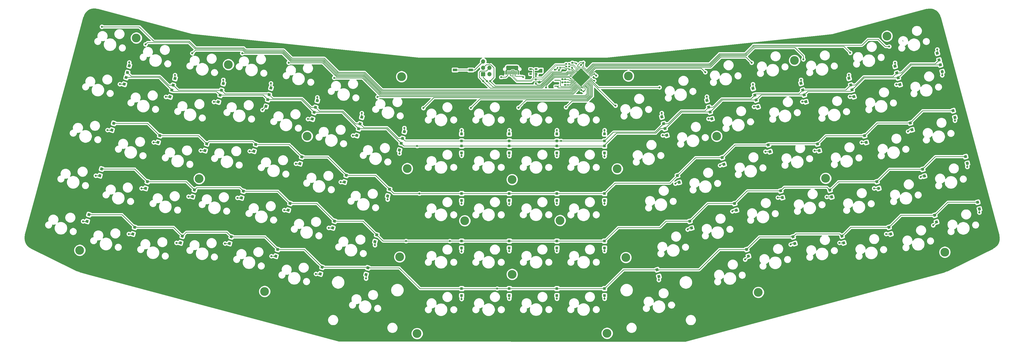
<source format=gtl>
G04 #@! TF.GenerationSoftware,KiCad,Pcbnew,(5.1.10)-1*
G04 #@! TF.CreationDate,2021-09-21T17:17:46+01:00*
G04 #@! TF.ProjectId,superlyra-hs,73757065-726c-4797-9261-2d68732e6b69,0.1*
G04 #@! TF.SameCoordinates,Original*
G04 #@! TF.FileFunction,Copper,L1,Top*
G04 #@! TF.FilePolarity,Positive*
%FSLAX46Y46*%
G04 Gerber Fmt 4.6, Leading zero omitted, Abs format (unit mm)*
G04 Created by KiCad (PCBNEW (5.1.10)-1) date 2021-09-21 17:17:46*
%MOMM*%
%LPD*%
G01*
G04 APERTURE LIST*
G04 #@! TA.AperFunction,SMDPad,CuDef*
%ADD10R,1.900000X0.400000*%
G04 #@! TD*
G04 #@! TA.AperFunction,SMDPad,CuDef*
%ADD11R,1.060000X0.650000*%
G04 #@! TD*
G04 #@! TA.AperFunction,SMDPad,CuDef*
%ADD12C,0.100000*%
G04 #@! TD*
G04 #@! TA.AperFunction,SMDPad,CuDef*
%ADD13R,0.600000X0.500000*%
G04 #@! TD*
G04 #@! TA.AperFunction,ComponentPad*
%ADD14R,1.700000X1.700000*%
G04 #@! TD*
G04 #@! TA.AperFunction,ComponentPad*
%ADD15O,1.700000X1.700000*%
G04 #@! TD*
G04 #@! TA.AperFunction,ComponentPad*
%ADD16O,1.000000X1.600000*%
G04 #@! TD*
G04 #@! TA.AperFunction,ComponentPad*
%ADD17O,1.000000X2.100000*%
G04 #@! TD*
G04 #@! TA.AperFunction,SMDPad,CuDef*
%ADD18R,0.300000X1.450000*%
G04 #@! TD*
G04 #@! TA.AperFunction,SMDPad,CuDef*
%ADD19R,0.600000X1.450000*%
G04 #@! TD*
G04 #@! TA.AperFunction,SMDPad,CuDef*
%ADD20R,1.700000X1.000000*%
G04 #@! TD*
G04 #@! TA.AperFunction,SMDPad,CuDef*
%ADD21R,1.100000X1.100000*%
G04 #@! TD*
G04 #@! TA.AperFunction,ComponentPad*
%ADD22C,3.500000*%
G04 #@! TD*
G04 #@! TA.AperFunction,SMDPad,CuDef*
%ADD23R,0.500000X0.600000*%
G04 #@! TD*
G04 #@! TA.AperFunction,ViaPad*
%ADD24C,0.800000*%
G04 #@! TD*
G04 #@! TA.AperFunction,Conductor*
%ADD25C,0.250000*%
G04 #@! TD*
G04 #@! TA.AperFunction,Conductor*
%ADD26C,0.200000*%
G04 #@! TD*
G04 #@! TA.AperFunction,Conductor*
%ADD27C,0.254000*%
G04 #@! TD*
G04 #@! TA.AperFunction,Conductor*
%ADD28C,0.100000*%
G04 #@! TD*
G04 APERTURE END LIST*
D10*
G04 #@! TO.P,Y1,3*
G04 #@! TO.N,Net-(U1-Pad16)*
X227838000Y-85795000D03*
G04 #@! TO.P,Y1,2*
G04 #@! TO.N,GND*
X227838000Y-86995000D03*
G04 #@! TO.P,Y1,1*
G04 #@! TO.N,Net-(U1-Pad17)*
X227838000Y-88195000D03*
G04 #@! TD*
G04 #@! TO.P,R3,1*
G04 #@! TO.N,RST*
G04 #@! TA.AperFunction,SMDPad,CuDef*
G36*
G01*
X230980000Y-85024000D02*
X231300000Y-85024000D01*
G75*
G02*
X231460000Y-85184000I0J-160000D01*
G01*
X231460000Y-85579000D01*
G75*
G02*
X231300000Y-85739000I-160000J0D01*
G01*
X230980000Y-85739000D01*
G75*
G02*
X230820000Y-85579000I0J160000D01*
G01*
X230820000Y-85184000D01*
G75*
G02*
X230980000Y-85024000I160000J0D01*
G01*
G37*
G04 #@! TD.AperFunction*
G04 #@! TO.P,R3,2*
G04 #@! TO.N,VCC*
G04 #@! TA.AperFunction,SMDPad,CuDef*
G36*
G01*
X230980000Y-86219000D02*
X231300000Y-86219000D01*
G75*
G02*
X231460000Y-86379000I0J-160000D01*
G01*
X231460000Y-86774000D01*
G75*
G02*
X231300000Y-86934000I-160000J0D01*
G01*
X230980000Y-86934000D01*
G75*
G02*
X230820000Y-86774000I0J160000D01*
G01*
X230820000Y-86379000D01*
G75*
G02*
X230980000Y-86219000I160000J0D01*
G01*
G37*
G04 #@! TD.AperFunction*
G04 #@! TD*
D11*
G04 #@! TO.P,U2,1*
G04 #@! TO.N,DI-*
X217340000Y-81346000D03*
G04 #@! TO.P,U2,2*
G04 #@! TO.N,GND*
X217340000Y-82296000D03*
G04 #@! TO.P,U2,3*
G04 #@! TO.N,Net-(U2-Pad3)*
X217340000Y-83246000D03*
G04 #@! TO.P,U2,4*
G04 #@! TO.N,DI+*
X219540000Y-83246000D03*
G04 #@! TO.P,U2,6*
G04 #@! TO.N,Net-(U2-Pad6)*
X219540000Y-81346000D03*
G04 #@! TO.P,U2,5*
G04 #@! TO.N,VCC*
X219540000Y-82296000D03*
G04 #@! TD*
G04 #@! TA.AperFunction,SMDPad,CuDef*
D12*
G04 #@! TO.P,C2,1*
G04 #@! TO.N,VCC*
G36*
X238345736Y-79077818D02*
G01*
X237992182Y-78724264D01*
X238416446Y-78300000D01*
X238770000Y-78653554D01*
X238345736Y-79077818D01*
G37*
G04 #@! TD.AperFunction*
G04 #@! TA.AperFunction,SMDPad,CuDef*
G04 #@! TO.P,C2,2*
G04 #@! TO.N,GND*
G36*
X239123554Y-78300000D02*
G01*
X238770000Y-77946446D01*
X239194264Y-77522182D01*
X239547818Y-77875736D01*
X239123554Y-78300000D01*
G37*
G04 #@! TD.AperFunction*
G04 #@! TD*
G04 #@! TA.AperFunction,SMDPad,CuDef*
G04 #@! TO.P,C3,2*
G04 #@! TO.N,GND*
G36*
X243513554Y-82830000D02*
G01*
X243160000Y-82476446D01*
X243584264Y-82052182D01*
X243937818Y-82405736D01*
X243513554Y-82830000D01*
G37*
G04 #@! TD.AperFunction*
G04 #@! TA.AperFunction,SMDPad,CuDef*
G04 #@! TO.P,C3,1*
G04 #@! TO.N,VCC*
G36*
X242735736Y-83607818D02*
G01*
X242382182Y-83254264D01*
X242806446Y-82830000D01*
X243160000Y-83183554D01*
X242735736Y-83607818D01*
G37*
G04 #@! TD.AperFunction*
G04 #@! TD*
G04 #@! TA.AperFunction,SMDPad,CuDef*
G04 #@! TO.P,C4,1*
G04 #@! TO.N,VCC*
G36*
X238549264Y-89836682D02*
G01*
X238902818Y-90190236D01*
X238478554Y-90614500D01*
X238125000Y-90260946D01*
X238549264Y-89836682D01*
G37*
G04 #@! TD.AperFunction*
G04 #@! TA.AperFunction,SMDPad,CuDef*
G04 #@! TO.P,C4,2*
G04 #@! TO.N,GND*
G36*
X237771446Y-90614500D02*
G01*
X238125000Y-90968054D01*
X237700736Y-91392318D01*
X237347182Y-91038764D01*
X237771446Y-90614500D01*
G37*
G04 #@! TD.AperFunction*
G04 #@! TD*
D13*
G04 #@! TO.P,C5,2*
G04 #@! TO.N,GND*
X231606000Y-81534000D03*
G04 #@! TO.P,C5,1*
G04 #@! TO.N,VCC*
X232706000Y-81534000D03*
G04 #@! TD*
D14*
G04 #@! TO.P,J2,1*
G04 #@! TO.N,MOSI*
X198374000Y-83312000D03*
D15*
G04 #@! TO.P,J2,2*
G04 #@! TO.N,VCC*
X200914000Y-83312000D03*
G04 #@! TO.P,J2,3*
G04 #@! TO.N,ROW3*
X198374000Y-80772000D03*
G04 #@! TO.P,J2,4*
G04 #@! TO.N,MISO*
X200914000Y-80772000D03*
G04 #@! TO.P,J2,5*
G04 #@! TO.N,RST*
X198374000Y-78232000D03*
G04 #@! TO.P,J2,6*
G04 #@! TO.N,GND*
X200914000Y-78232000D03*
G04 #@! TD*
G04 #@! TO.P,R1,1*
G04 #@! TO.N,/D+*
G04 #@! TA.AperFunction,SMDPad,CuDef*
G36*
G01*
X233111000Y-80104000D02*
X233111000Y-80424000D01*
G75*
G02*
X232951000Y-80584000I-160000J0D01*
G01*
X232556000Y-80584000D01*
G75*
G02*
X232396000Y-80424000I0J160000D01*
G01*
X232396000Y-80104000D01*
G75*
G02*
X232556000Y-79944000I160000J0D01*
G01*
X232951000Y-79944000D01*
G75*
G02*
X233111000Y-80104000I0J-160000D01*
G01*
G37*
G04 #@! TD.AperFunction*
G04 #@! TO.P,R1,2*
G04 #@! TO.N,DI+*
G04 #@! TA.AperFunction,SMDPad,CuDef*
G36*
G01*
X231916000Y-80104000D02*
X231916000Y-80424000D01*
G75*
G02*
X231756000Y-80584000I-160000J0D01*
G01*
X231361000Y-80584000D01*
G75*
G02*
X231201000Y-80424000I0J160000D01*
G01*
X231201000Y-80104000D01*
G75*
G02*
X231361000Y-79944000I160000J0D01*
G01*
X231756000Y-79944000D01*
G75*
G02*
X231916000Y-80104000I0J-160000D01*
G01*
G37*
G04 #@! TD.AperFunction*
G04 #@! TD*
G04 #@! TO.P,R2,1*
G04 #@! TO.N,/D-*
G04 #@! TA.AperFunction,SMDPad,CuDef*
G36*
G01*
X233111000Y-79088000D02*
X233111000Y-79408000D01*
G75*
G02*
X232951000Y-79568000I-160000J0D01*
G01*
X232556000Y-79568000D01*
G75*
G02*
X232396000Y-79408000I0J160000D01*
G01*
X232396000Y-79088000D01*
G75*
G02*
X232556000Y-78928000I160000J0D01*
G01*
X232951000Y-78928000D01*
G75*
G02*
X233111000Y-79088000I0J-160000D01*
G01*
G37*
G04 #@! TD.AperFunction*
G04 #@! TO.P,R2,2*
G04 #@! TO.N,DI-*
G04 #@! TA.AperFunction,SMDPad,CuDef*
G36*
G01*
X231916000Y-79088000D02*
X231916000Y-79408000D01*
G75*
G02*
X231756000Y-79568000I-160000J0D01*
G01*
X231361000Y-79568000D01*
G75*
G02*
X231201000Y-79408000I0J160000D01*
G01*
X231201000Y-79088000D01*
G75*
G02*
X231361000Y-78928000I160000J0D01*
G01*
X231756000Y-78928000D01*
G75*
G02*
X231916000Y-79088000I0J-160000D01*
G01*
G37*
G04 #@! TD.AperFunction*
G04 #@! TD*
G04 #@! TO.P,R4,1*
G04 #@! TO.N,GND*
G04 #@! TA.AperFunction,SMDPad,CuDef*
G36*
G01*
X243978424Y-86962150D02*
X243752150Y-87188424D01*
G75*
G02*
X243525876Y-87188424I-113137J113137D01*
G01*
X243246568Y-86909116D01*
G75*
G02*
X243246568Y-86682842I113137J113137D01*
G01*
X243472842Y-86456568D01*
G75*
G02*
X243699116Y-86456568I113137J-113137D01*
G01*
X243978424Y-86735876D01*
G75*
G02*
X243978424Y-86962150I-113137J-113137D01*
G01*
G37*
G04 #@! TD.AperFunction*
G04 #@! TO.P,R4,2*
G04 #@! TO.N,Net-(R4-Pad2)*
G04 #@! TA.AperFunction,SMDPad,CuDef*
G36*
G01*
X243133432Y-86117158D02*
X242907158Y-86343432D01*
G75*
G02*
X242680884Y-86343432I-113137J113137D01*
G01*
X242401576Y-86064124D01*
G75*
G02*
X242401576Y-85837850I113137J113137D01*
G01*
X242627850Y-85611576D01*
G75*
G02*
X242854124Y-85611576I113137J-113137D01*
G01*
X243133432Y-85890884D01*
G75*
G02*
X243133432Y-86117158I-113137J-113137D01*
G01*
G37*
G04 #@! TD.AperFunction*
G04 #@! TD*
G04 #@! TO.P,R5,1*
G04 #@! TO.N,GND*
G04 #@! TA.AperFunction,SMDPad,CuDef*
G36*
G01*
X215895000Y-84370000D02*
X215895000Y-84690000D01*
G75*
G02*
X215735000Y-84850000I-160000J0D01*
G01*
X215340000Y-84850000D01*
G75*
G02*
X215180000Y-84690000I0J160000D01*
G01*
X215180000Y-84370000D01*
G75*
G02*
X215340000Y-84210000I160000J0D01*
G01*
X215735000Y-84210000D01*
G75*
G02*
X215895000Y-84370000I0J-160000D01*
G01*
G37*
G04 #@! TD.AperFunction*
G04 #@! TO.P,R5,2*
G04 #@! TO.N,Net-(J1-PadA5)*
G04 #@! TA.AperFunction,SMDPad,CuDef*
G36*
G01*
X214700000Y-84370000D02*
X214700000Y-84690000D01*
G75*
G02*
X214540000Y-84850000I-160000J0D01*
G01*
X214145000Y-84850000D01*
G75*
G02*
X213985000Y-84690000I0J160000D01*
G01*
X213985000Y-84370000D01*
G75*
G02*
X214145000Y-84210000I160000J0D01*
G01*
X214540000Y-84210000D01*
G75*
G02*
X214700000Y-84370000I0J-160000D01*
G01*
G37*
G04 #@! TD.AperFunction*
G04 #@! TD*
G04 #@! TO.P,R6,2*
G04 #@! TO.N,Net-(J1-PadB5)*
G04 #@! TA.AperFunction,SMDPad,CuDef*
G36*
G01*
X205190000Y-84700000D02*
X205190000Y-84380000D01*
G75*
G02*
X205350000Y-84220000I160000J0D01*
G01*
X205745000Y-84220000D01*
G75*
G02*
X205905000Y-84380000I0J-160000D01*
G01*
X205905000Y-84700000D01*
G75*
G02*
X205745000Y-84860000I-160000J0D01*
G01*
X205350000Y-84860000D01*
G75*
G02*
X205190000Y-84700000I0J160000D01*
G01*
G37*
G04 #@! TD.AperFunction*
G04 #@! TO.P,R6,1*
G04 #@! TO.N,GND*
G04 #@! TA.AperFunction,SMDPad,CuDef*
G36*
G01*
X203995000Y-84700000D02*
X203995000Y-84380000D01*
G75*
G02*
X204155000Y-84220000I160000J0D01*
G01*
X204550000Y-84220000D01*
G75*
G02*
X204710000Y-84380000I0J-160000D01*
G01*
X204710000Y-84700000D01*
G75*
G02*
X204550000Y-84860000I-160000J0D01*
G01*
X204155000Y-84860000D01*
G75*
G02*
X203995000Y-84700000I0J160000D01*
G01*
G37*
G04 #@! TD.AperFunction*
G04 #@! TD*
G04 #@! TA.AperFunction,SMDPad,CuDef*
D12*
G04 #@! TO.P,U1,45*
G04 #@! TO.N,GND*
G36*
X233813045Y-84582000D02*
G01*
X237490000Y-80905045D01*
X241166955Y-84582000D01*
X237490000Y-88258955D01*
X233813045Y-84582000D01*
G37*
G04 #@! TD.AperFunction*
G04 #@! TO.P,U1,44*
G04 #@! TO.N,VCC*
G04 #@! TA.AperFunction,SMDPad,CuDef*
G36*
G01*
X237657938Y-80701752D02*
X238329690Y-80030000D01*
G75*
G02*
X238418078Y-80030000I44194J-44194D01*
G01*
X238506466Y-80118388D01*
G75*
G02*
X238506466Y-80206776I-44194J-44194D01*
G01*
X237834714Y-80878528D01*
G75*
G02*
X237746326Y-80878528I-44194J44194D01*
G01*
X237657938Y-80790140D01*
G75*
G02*
X237657938Y-80701752I44194J44194D01*
G01*
G37*
G04 #@! TD.AperFunction*
G04 #@! TO.P,U1,43*
G04 #@! TO.N,GND*
G04 #@! TA.AperFunction,SMDPad,CuDef*
G36*
G01*
X238011491Y-81055306D02*
X238683243Y-80383554D01*
G75*
G02*
X238771631Y-80383554I44194J-44194D01*
G01*
X238860019Y-80471942D01*
G75*
G02*
X238860019Y-80560330I-44194J-44194D01*
G01*
X238188267Y-81232082D01*
G75*
G02*
X238099879Y-81232082I-44194J44194D01*
G01*
X238011491Y-81143694D01*
G75*
G02*
X238011491Y-81055306I44194J44194D01*
G01*
G37*
G04 #@! TD.AperFunction*
G04 #@! TO.P,U1,42*
G04 #@! TO.N,Net-(U1-Pad42)*
G04 #@! TA.AperFunction,SMDPad,CuDef*
G36*
G01*
X238365045Y-81408859D02*
X239036797Y-80737107D01*
G75*
G02*
X239125185Y-80737107I44194J-44194D01*
G01*
X239213573Y-80825495D01*
G75*
G02*
X239213573Y-80913883I-44194J-44194D01*
G01*
X238541821Y-81585635D01*
G75*
G02*
X238453433Y-81585635I-44194J44194D01*
G01*
X238365045Y-81497247D01*
G75*
G02*
X238365045Y-81408859I44194J44194D01*
G01*
G37*
G04 #@! TD.AperFunction*
G04 #@! TO.P,U1,41*
G04 #@! TO.N,Net-(U1-Pad41)*
G04 #@! TA.AperFunction,SMDPad,CuDef*
G36*
G01*
X238718598Y-81762412D02*
X239390350Y-81090660D01*
G75*
G02*
X239478738Y-81090660I44194J-44194D01*
G01*
X239567126Y-81179048D01*
G75*
G02*
X239567126Y-81267436I-44194J-44194D01*
G01*
X238895374Y-81939188D01*
G75*
G02*
X238806986Y-81939188I-44194J44194D01*
G01*
X238718598Y-81850800D01*
G75*
G02*
X238718598Y-81762412I44194J44194D01*
G01*
G37*
G04 #@! TD.AperFunction*
G04 #@! TO.P,U1,40*
G04 #@! TO.N,COL17*
G04 #@! TA.AperFunction,SMDPad,CuDef*
G36*
G01*
X239072151Y-82115966D02*
X239743903Y-81444214D01*
G75*
G02*
X239832291Y-81444214I44194J-44194D01*
G01*
X239920679Y-81532602D01*
G75*
G02*
X239920679Y-81620990I-44194J-44194D01*
G01*
X239248927Y-82292742D01*
G75*
G02*
X239160539Y-82292742I-44194J44194D01*
G01*
X239072151Y-82204354D01*
G75*
G02*
X239072151Y-82115966I44194J44194D01*
G01*
G37*
G04 #@! TD.AperFunction*
G04 #@! TO.P,U1,39*
G04 #@! TO.N,COL16*
G04 #@! TA.AperFunction,SMDPad,CuDef*
G36*
G01*
X239425705Y-82469519D02*
X240097457Y-81797767D01*
G75*
G02*
X240185845Y-81797767I44194J-44194D01*
G01*
X240274233Y-81886155D01*
G75*
G02*
X240274233Y-81974543I-44194J-44194D01*
G01*
X239602481Y-82646295D01*
G75*
G02*
X239514093Y-82646295I-44194J44194D01*
G01*
X239425705Y-82557907D01*
G75*
G02*
X239425705Y-82469519I44194J44194D01*
G01*
G37*
G04 #@! TD.AperFunction*
G04 #@! TO.P,U1,38*
G04 #@! TO.N,COL15*
G04 #@! TA.AperFunction,SMDPad,CuDef*
G36*
G01*
X239779258Y-82823073D02*
X240451010Y-82151321D01*
G75*
G02*
X240539398Y-82151321I44194J-44194D01*
G01*
X240627786Y-82239709D01*
G75*
G02*
X240627786Y-82328097I-44194J-44194D01*
G01*
X239956034Y-82999849D01*
G75*
G02*
X239867646Y-82999849I-44194J44194D01*
G01*
X239779258Y-82911461D01*
G75*
G02*
X239779258Y-82823073I44194J44194D01*
G01*
G37*
G04 #@! TD.AperFunction*
G04 #@! TO.P,U1,37*
G04 #@! TO.N,COL14*
G04 #@! TA.AperFunction,SMDPad,CuDef*
G36*
G01*
X240132812Y-83176626D02*
X240804564Y-82504874D01*
G75*
G02*
X240892952Y-82504874I44194J-44194D01*
G01*
X240981340Y-82593262D01*
G75*
G02*
X240981340Y-82681650I-44194J-44194D01*
G01*
X240309588Y-83353402D01*
G75*
G02*
X240221200Y-83353402I-44194J44194D01*
G01*
X240132812Y-83265014D01*
G75*
G02*
X240132812Y-83176626I44194J44194D01*
G01*
G37*
G04 #@! TD.AperFunction*
G04 #@! TO.P,U1,36*
G04 #@! TO.N,COL13*
G04 #@! TA.AperFunction,SMDPad,CuDef*
G36*
G01*
X240486365Y-83530179D02*
X241158117Y-82858427D01*
G75*
G02*
X241246505Y-82858427I44194J-44194D01*
G01*
X241334893Y-82946815D01*
G75*
G02*
X241334893Y-83035203I-44194J-44194D01*
G01*
X240663141Y-83706955D01*
G75*
G02*
X240574753Y-83706955I-44194J44194D01*
G01*
X240486365Y-83618567D01*
G75*
G02*
X240486365Y-83530179I44194J44194D01*
G01*
G37*
G04 #@! TD.AperFunction*
G04 #@! TO.P,U1,35*
G04 #@! TO.N,GND*
G04 #@! TA.AperFunction,SMDPad,CuDef*
G36*
G01*
X240839918Y-83883733D02*
X241511670Y-83211981D01*
G75*
G02*
X241600058Y-83211981I44194J-44194D01*
G01*
X241688446Y-83300369D01*
G75*
G02*
X241688446Y-83388757I-44194J-44194D01*
G01*
X241016694Y-84060509D01*
G75*
G02*
X240928306Y-84060509I-44194J44194D01*
G01*
X240839918Y-83972121D01*
G75*
G02*
X240839918Y-83883733I44194J44194D01*
G01*
G37*
G04 #@! TD.AperFunction*
G04 #@! TO.P,U1,34*
G04 #@! TO.N,VCC*
G04 #@! TA.AperFunction,SMDPad,CuDef*
G36*
G01*
X241193472Y-84237286D02*
X241865224Y-83565534D01*
G75*
G02*
X241953612Y-83565534I44194J-44194D01*
G01*
X242042000Y-83653922D01*
G75*
G02*
X242042000Y-83742310I-44194J-44194D01*
G01*
X241370248Y-84414062D01*
G75*
G02*
X241281860Y-84414062I-44194J44194D01*
G01*
X241193472Y-84325674D01*
G75*
G02*
X241193472Y-84237286I44194J44194D01*
G01*
G37*
G04 #@! TD.AperFunction*
G04 #@! TO.P,U1,33*
G04 #@! TO.N,Net-(R4-Pad2)*
G04 #@! TA.AperFunction,SMDPad,CuDef*
G36*
G01*
X241193472Y-84838326D02*
X241281860Y-84749938D01*
G75*
G02*
X241370248Y-84749938I44194J-44194D01*
G01*
X242042000Y-85421690D01*
G75*
G02*
X242042000Y-85510078I-44194J-44194D01*
G01*
X241953612Y-85598466D01*
G75*
G02*
X241865224Y-85598466I-44194J44194D01*
G01*
X241193472Y-84926714D01*
G75*
G02*
X241193472Y-84838326I44194J44194D01*
G01*
G37*
G04 #@! TD.AperFunction*
G04 #@! TO.P,U1,32*
G04 #@! TO.N,COL12*
G04 #@! TA.AperFunction,SMDPad,CuDef*
G36*
G01*
X240839918Y-85191879D02*
X240928306Y-85103491D01*
G75*
G02*
X241016694Y-85103491I44194J-44194D01*
G01*
X241688446Y-85775243D01*
G75*
G02*
X241688446Y-85863631I-44194J-44194D01*
G01*
X241600058Y-85952019D01*
G75*
G02*
X241511670Y-85952019I-44194J44194D01*
G01*
X240839918Y-85280267D01*
G75*
G02*
X240839918Y-85191879I44194J44194D01*
G01*
G37*
G04 #@! TD.AperFunction*
G04 #@! TO.P,U1,31*
G04 #@! TO.N,COL11*
G04 #@! TA.AperFunction,SMDPad,CuDef*
G36*
G01*
X240486365Y-85545433D02*
X240574753Y-85457045D01*
G75*
G02*
X240663141Y-85457045I44194J-44194D01*
G01*
X241334893Y-86128797D01*
G75*
G02*
X241334893Y-86217185I-44194J-44194D01*
G01*
X241246505Y-86305573D01*
G75*
G02*
X241158117Y-86305573I-44194J44194D01*
G01*
X240486365Y-85633821D01*
G75*
G02*
X240486365Y-85545433I44194J44194D01*
G01*
G37*
G04 #@! TD.AperFunction*
G04 #@! TO.P,U1,30*
G04 #@! TO.N,COL10*
G04 #@! TA.AperFunction,SMDPad,CuDef*
G36*
G01*
X240132812Y-85898986D02*
X240221200Y-85810598D01*
G75*
G02*
X240309588Y-85810598I44194J-44194D01*
G01*
X240981340Y-86482350D01*
G75*
G02*
X240981340Y-86570738I-44194J-44194D01*
G01*
X240892952Y-86659126D01*
G75*
G02*
X240804564Y-86659126I-44194J44194D01*
G01*
X240132812Y-85987374D01*
G75*
G02*
X240132812Y-85898986I44194J44194D01*
G01*
G37*
G04 #@! TD.AperFunction*
G04 #@! TO.P,U1,29*
G04 #@! TO.N,COL9*
G04 #@! TA.AperFunction,SMDPad,CuDef*
G36*
G01*
X239779258Y-86252539D02*
X239867646Y-86164151D01*
G75*
G02*
X239956034Y-86164151I44194J-44194D01*
G01*
X240627786Y-86835903D01*
G75*
G02*
X240627786Y-86924291I-44194J-44194D01*
G01*
X240539398Y-87012679D01*
G75*
G02*
X240451010Y-87012679I-44194J44194D01*
G01*
X239779258Y-86340927D01*
G75*
G02*
X239779258Y-86252539I44194J44194D01*
G01*
G37*
G04 #@! TD.AperFunction*
G04 #@! TO.P,U1,28*
G04 #@! TO.N,COL8*
G04 #@! TA.AperFunction,SMDPad,CuDef*
G36*
G01*
X239425705Y-86606093D02*
X239514093Y-86517705D01*
G75*
G02*
X239602481Y-86517705I44194J-44194D01*
G01*
X240274233Y-87189457D01*
G75*
G02*
X240274233Y-87277845I-44194J-44194D01*
G01*
X240185845Y-87366233D01*
G75*
G02*
X240097457Y-87366233I-44194J44194D01*
G01*
X239425705Y-86694481D01*
G75*
G02*
X239425705Y-86606093I44194J44194D01*
G01*
G37*
G04 #@! TD.AperFunction*
G04 #@! TO.P,U1,27*
G04 #@! TO.N,COL7*
G04 #@! TA.AperFunction,SMDPad,CuDef*
G36*
G01*
X239072151Y-86959646D02*
X239160539Y-86871258D01*
G75*
G02*
X239248927Y-86871258I44194J-44194D01*
G01*
X239920679Y-87543010D01*
G75*
G02*
X239920679Y-87631398I-44194J-44194D01*
G01*
X239832291Y-87719786D01*
G75*
G02*
X239743903Y-87719786I-44194J44194D01*
G01*
X239072151Y-87048034D01*
G75*
G02*
X239072151Y-86959646I44194J44194D01*
G01*
G37*
G04 #@! TD.AperFunction*
G04 #@! TO.P,U1,26*
G04 #@! TO.N,COL6*
G04 #@! TA.AperFunction,SMDPad,CuDef*
G36*
G01*
X238718598Y-87313200D02*
X238806986Y-87224812D01*
G75*
G02*
X238895374Y-87224812I44194J-44194D01*
G01*
X239567126Y-87896564D01*
G75*
G02*
X239567126Y-87984952I-44194J-44194D01*
G01*
X239478738Y-88073340D01*
G75*
G02*
X239390350Y-88073340I-44194J44194D01*
G01*
X238718598Y-87401588D01*
G75*
G02*
X238718598Y-87313200I44194J44194D01*
G01*
G37*
G04 #@! TD.AperFunction*
G04 #@! TO.P,U1,25*
G04 #@! TO.N,COL5*
G04 #@! TA.AperFunction,SMDPad,CuDef*
G36*
G01*
X238365045Y-87666753D02*
X238453433Y-87578365D01*
G75*
G02*
X238541821Y-87578365I44194J-44194D01*
G01*
X239213573Y-88250117D01*
G75*
G02*
X239213573Y-88338505I-44194J-44194D01*
G01*
X239125185Y-88426893D01*
G75*
G02*
X239036797Y-88426893I-44194J44194D01*
G01*
X238365045Y-87755141D01*
G75*
G02*
X238365045Y-87666753I44194J44194D01*
G01*
G37*
G04 #@! TD.AperFunction*
G04 #@! TO.P,U1,24*
G04 #@! TO.N,VCC*
G04 #@! TA.AperFunction,SMDPad,CuDef*
G36*
G01*
X238011491Y-88020306D02*
X238099879Y-87931918D01*
G75*
G02*
X238188267Y-87931918I44194J-44194D01*
G01*
X238860019Y-88603670D01*
G75*
G02*
X238860019Y-88692058I-44194J-44194D01*
G01*
X238771631Y-88780446D01*
G75*
G02*
X238683243Y-88780446I-44194J44194D01*
G01*
X238011491Y-88108694D01*
G75*
G02*
X238011491Y-88020306I44194J44194D01*
G01*
G37*
G04 #@! TD.AperFunction*
G04 #@! TO.P,U1,23*
G04 #@! TO.N,GND*
G04 #@! TA.AperFunction,SMDPad,CuDef*
G36*
G01*
X237657938Y-88373860D02*
X237746326Y-88285472D01*
G75*
G02*
X237834714Y-88285472I44194J-44194D01*
G01*
X238506466Y-88957224D01*
G75*
G02*
X238506466Y-89045612I-44194J-44194D01*
G01*
X238418078Y-89134000D01*
G75*
G02*
X238329690Y-89134000I-44194J44194D01*
G01*
X237657938Y-88462248D01*
G75*
G02*
X237657938Y-88373860I44194J44194D01*
G01*
G37*
G04 #@! TD.AperFunction*
G04 #@! TO.P,U1,22*
G04 #@! TO.N,COL4*
G04 #@! TA.AperFunction,SMDPad,CuDef*
G36*
G01*
X236473534Y-88957224D02*
X237145286Y-88285472D01*
G75*
G02*
X237233674Y-88285472I44194J-44194D01*
G01*
X237322062Y-88373860D01*
G75*
G02*
X237322062Y-88462248I-44194J-44194D01*
G01*
X236650310Y-89134000D01*
G75*
G02*
X236561922Y-89134000I-44194J44194D01*
G01*
X236473534Y-89045612D01*
G75*
G02*
X236473534Y-88957224I44194J44194D01*
G01*
G37*
G04 #@! TD.AperFunction*
G04 #@! TO.P,U1,21*
G04 #@! TO.N,COL3*
G04 #@! TA.AperFunction,SMDPad,CuDef*
G36*
G01*
X236119981Y-88603670D02*
X236791733Y-87931918D01*
G75*
G02*
X236880121Y-87931918I44194J-44194D01*
G01*
X236968509Y-88020306D01*
G75*
G02*
X236968509Y-88108694I-44194J-44194D01*
G01*
X236296757Y-88780446D01*
G75*
G02*
X236208369Y-88780446I-44194J44194D01*
G01*
X236119981Y-88692058D01*
G75*
G02*
X236119981Y-88603670I44194J44194D01*
G01*
G37*
G04 #@! TD.AperFunction*
G04 #@! TO.P,U1,20*
G04 #@! TO.N,COL2*
G04 #@! TA.AperFunction,SMDPad,CuDef*
G36*
G01*
X235766427Y-88250117D02*
X236438179Y-87578365D01*
G75*
G02*
X236526567Y-87578365I44194J-44194D01*
G01*
X236614955Y-87666753D01*
G75*
G02*
X236614955Y-87755141I-44194J-44194D01*
G01*
X235943203Y-88426893D01*
G75*
G02*
X235854815Y-88426893I-44194J44194D01*
G01*
X235766427Y-88338505D01*
G75*
G02*
X235766427Y-88250117I44194J44194D01*
G01*
G37*
G04 #@! TD.AperFunction*
G04 #@! TO.P,U1,19*
G04 #@! TO.N,COL1*
G04 #@! TA.AperFunction,SMDPad,CuDef*
G36*
G01*
X235412874Y-87896564D02*
X236084626Y-87224812D01*
G75*
G02*
X236173014Y-87224812I44194J-44194D01*
G01*
X236261402Y-87313200D01*
G75*
G02*
X236261402Y-87401588I-44194J-44194D01*
G01*
X235589650Y-88073340D01*
G75*
G02*
X235501262Y-88073340I-44194J44194D01*
G01*
X235412874Y-87984952D01*
G75*
G02*
X235412874Y-87896564I44194J44194D01*
G01*
G37*
G04 #@! TD.AperFunction*
G04 #@! TO.P,U1,18*
G04 #@! TO.N,COL0*
G04 #@! TA.AperFunction,SMDPad,CuDef*
G36*
G01*
X235059321Y-87543010D02*
X235731073Y-86871258D01*
G75*
G02*
X235819461Y-86871258I44194J-44194D01*
G01*
X235907849Y-86959646D01*
G75*
G02*
X235907849Y-87048034I-44194J-44194D01*
G01*
X235236097Y-87719786D01*
G75*
G02*
X235147709Y-87719786I-44194J44194D01*
G01*
X235059321Y-87631398D01*
G75*
G02*
X235059321Y-87543010I44194J44194D01*
G01*
G37*
G04 #@! TD.AperFunction*
G04 #@! TO.P,U1,17*
G04 #@! TO.N,Net-(U1-Pad17)*
G04 #@! TA.AperFunction,SMDPad,CuDef*
G36*
G01*
X234705767Y-87189457D02*
X235377519Y-86517705D01*
G75*
G02*
X235465907Y-86517705I44194J-44194D01*
G01*
X235554295Y-86606093D01*
G75*
G02*
X235554295Y-86694481I-44194J-44194D01*
G01*
X234882543Y-87366233D01*
G75*
G02*
X234794155Y-87366233I-44194J44194D01*
G01*
X234705767Y-87277845D01*
G75*
G02*
X234705767Y-87189457I44194J44194D01*
G01*
G37*
G04 #@! TD.AperFunction*
G04 #@! TO.P,U1,16*
G04 #@! TO.N,Net-(U1-Pad16)*
G04 #@! TA.AperFunction,SMDPad,CuDef*
G36*
G01*
X234352214Y-86835903D02*
X235023966Y-86164151D01*
G75*
G02*
X235112354Y-86164151I44194J-44194D01*
G01*
X235200742Y-86252539D01*
G75*
G02*
X235200742Y-86340927I-44194J-44194D01*
G01*
X234528990Y-87012679D01*
G75*
G02*
X234440602Y-87012679I-44194J44194D01*
G01*
X234352214Y-86924291D01*
G75*
G02*
X234352214Y-86835903I44194J44194D01*
G01*
G37*
G04 #@! TD.AperFunction*
G04 #@! TO.P,U1,15*
G04 #@! TO.N,GND*
G04 #@! TA.AperFunction,SMDPad,CuDef*
G36*
G01*
X233998660Y-86482350D02*
X234670412Y-85810598D01*
G75*
G02*
X234758800Y-85810598I44194J-44194D01*
G01*
X234847188Y-85898986D01*
G75*
G02*
X234847188Y-85987374I-44194J-44194D01*
G01*
X234175436Y-86659126D01*
G75*
G02*
X234087048Y-86659126I-44194J44194D01*
G01*
X233998660Y-86570738D01*
G75*
G02*
X233998660Y-86482350I44194J44194D01*
G01*
G37*
G04 #@! TD.AperFunction*
G04 #@! TO.P,U1,14*
G04 #@! TO.N,VCC*
G04 #@! TA.AperFunction,SMDPad,CuDef*
G36*
G01*
X233645107Y-86128797D02*
X234316859Y-85457045D01*
G75*
G02*
X234405247Y-85457045I44194J-44194D01*
G01*
X234493635Y-85545433D01*
G75*
G02*
X234493635Y-85633821I-44194J-44194D01*
G01*
X233821883Y-86305573D01*
G75*
G02*
X233733495Y-86305573I-44194J44194D01*
G01*
X233645107Y-86217185D01*
G75*
G02*
X233645107Y-86128797I44194J44194D01*
G01*
G37*
G04 #@! TD.AperFunction*
G04 #@! TO.P,U1,13*
G04 #@! TO.N,RST*
G04 #@! TA.AperFunction,SMDPad,CuDef*
G36*
G01*
X233291554Y-85775243D02*
X233963306Y-85103491D01*
G75*
G02*
X234051694Y-85103491I44194J-44194D01*
G01*
X234140082Y-85191879D01*
G75*
G02*
X234140082Y-85280267I-44194J-44194D01*
G01*
X233468330Y-85952019D01*
G75*
G02*
X233379942Y-85952019I-44194J44194D01*
G01*
X233291554Y-85863631D01*
G75*
G02*
X233291554Y-85775243I44194J44194D01*
G01*
G37*
G04 #@! TD.AperFunction*
G04 #@! TO.P,U1,12*
G04 #@! TO.N,ROW0*
G04 #@! TA.AperFunction,SMDPad,CuDef*
G36*
G01*
X232938000Y-85421690D02*
X233609752Y-84749938D01*
G75*
G02*
X233698140Y-84749938I44194J-44194D01*
G01*
X233786528Y-84838326D01*
G75*
G02*
X233786528Y-84926714I-44194J-44194D01*
G01*
X233114776Y-85598466D01*
G75*
G02*
X233026388Y-85598466I-44194J44194D01*
G01*
X232938000Y-85510078D01*
G75*
G02*
X232938000Y-85421690I44194J44194D01*
G01*
G37*
G04 #@! TD.AperFunction*
G04 #@! TO.P,U1,11*
G04 #@! TO.N,MISO*
G04 #@! TA.AperFunction,SMDPad,CuDef*
G36*
G01*
X232938000Y-83653922D02*
X233026388Y-83565534D01*
G75*
G02*
X233114776Y-83565534I44194J-44194D01*
G01*
X233786528Y-84237286D01*
G75*
G02*
X233786528Y-84325674I-44194J-44194D01*
G01*
X233698140Y-84414062D01*
G75*
G02*
X233609752Y-84414062I-44194J44194D01*
G01*
X232938000Y-83742310D01*
G75*
G02*
X232938000Y-83653922I44194J44194D01*
G01*
G37*
G04 #@! TD.AperFunction*
G04 #@! TO.P,U1,10*
G04 #@! TO.N,MOSI*
G04 #@! TA.AperFunction,SMDPad,CuDef*
G36*
G01*
X233291554Y-83300369D02*
X233379942Y-83211981D01*
G75*
G02*
X233468330Y-83211981I44194J-44194D01*
G01*
X234140082Y-83883733D01*
G75*
G02*
X234140082Y-83972121I-44194J-44194D01*
G01*
X234051694Y-84060509D01*
G75*
G02*
X233963306Y-84060509I-44194J44194D01*
G01*
X233291554Y-83388757D01*
G75*
G02*
X233291554Y-83300369I44194J44194D01*
G01*
G37*
G04 #@! TD.AperFunction*
G04 #@! TO.P,U1,9*
G04 #@! TO.N,ROW3*
G04 #@! TA.AperFunction,SMDPad,CuDef*
G36*
G01*
X233645107Y-82946815D02*
X233733495Y-82858427D01*
G75*
G02*
X233821883Y-82858427I44194J-44194D01*
G01*
X234493635Y-83530179D01*
G75*
G02*
X234493635Y-83618567I-44194J-44194D01*
G01*
X234405247Y-83706955D01*
G75*
G02*
X234316859Y-83706955I-44194J44194D01*
G01*
X233645107Y-83035203D01*
G75*
G02*
X233645107Y-82946815I44194J44194D01*
G01*
G37*
G04 #@! TD.AperFunction*
G04 #@! TO.P,U1,8*
G04 #@! TO.N,ROW4*
G04 #@! TA.AperFunction,SMDPad,CuDef*
G36*
G01*
X233998660Y-82593262D02*
X234087048Y-82504874D01*
G75*
G02*
X234175436Y-82504874I44194J-44194D01*
G01*
X234847188Y-83176626D01*
G75*
G02*
X234847188Y-83265014I-44194J-44194D01*
G01*
X234758800Y-83353402D01*
G75*
G02*
X234670412Y-83353402I-44194J44194D01*
G01*
X233998660Y-82681650D01*
G75*
G02*
X233998660Y-82593262I44194J44194D01*
G01*
G37*
G04 #@! TD.AperFunction*
G04 #@! TO.P,U1,7*
G04 #@! TO.N,VCC*
G04 #@! TA.AperFunction,SMDPad,CuDef*
G36*
G01*
X234352214Y-82239709D02*
X234440602Y-82151321D01*
G75*
G02*
X234528990Y-82151321I44194J-44194D01*
G01*
X235200742Y-82823073D01*
G75*
G02*
X235200742Y-82911461I-44194J-44194D01*
G01*
X235112354Y-82999849D01*
G75*
G02*
X235023966Y-82999849I-44194J44194D01*
G01*
X234352214Y-82328097D01*
G75*
G02*
X234352214Y-82239709I44194J44194D01*
G01*
G37*
G04 #@! TD.AperFunction*
G04 #@! TO.P,U1,6*
G04 #@! TO.N,Net-(C1-Pad1)*
G04 #@! TA.AperFunction,SMDPad,CuDef*
G36*
G01*
X234705767Y-81886155D02*
X234794155Y-81797767D01*
G75*
G02*
X234882543Y-81797767I44194J-44194D01*
G01*
X235554295Y-82469519D01*
G75*
G02*
X235554295Y-82557907I-44194J-44194D01*
G01*
X235465907Y-82646295D01*
G75*
G02*
X235377519Y-82646295I-44194J44194D01*
G01*
X234705767Y-81974543D01*
G75*
G02*
X234705767Y-81886155I44194J44194D01*
G01*
G37*
G04 #@! TD.AperFunction*
G04 #@! TO.P,U1,5*
G04 #@! TO.N,GND*
G04 #@! TA.AperFunction,SMDPad,CuDef*
G36*
G01*
X235059321Y-81532602D02*
X235147709Y-81444214D01*
G75*
G02*
X235236097Y-81444214I44194J-44194D01*
G01*
X235907849Y-82115966D01*
G75*
G02*
X235907849Y-82204354I-44194J-44194D01*
G01*
X235819461Y-82292742D01*
G75*
G02*
X235731073Y-82292742I-44194J44194D01*
G01*
X235059321Y-81620990D01*
G75*
G02*
X235059321Y-81532602I44194J44194D01*
G01*
G37*
G04 #@! TD.AperFunction*
G04 #@! TO.P,U1,4*
G04 #@! TO.N,/D+*
G04 #@! TA.AperFunction,SMDPad,CuDef*
G36*
G01*
X235412874Y-81179048D02*
X235501262Y-81090660D01*
G75*
G02*
X235589650Y-81090660I44194J-44194D01*
G01*
X236261402Y-81762412D01*
G75*
G02*
X236261402Y-81850800I-44194J-44194D01*
G01*
X236173014Y-81939188D01*
G75*
G02*
X236084626Y-81939188I-44194J44194D01*
G01*
X235412874Y-81267436D01*
G75*
G02*
X235412874Y-81179048I44194J44194D01*
G01*
G37*
G04 #@! TD.AperFunction*
G04 #@! TO.P,U1,3*
G04 #@! TO.N,/D-*
G04 #@! TA.AperFunction,SMDPad,CuDef*
G36*
G01*
X235766427Y-80825495D02*
X235854815Y-80737107D01*
G75*
G02*
X235943203Y-80737107I44194J-44194D01*
G01*
X236614955Y-81408859D01*
G75*
G02*
X236614955Y-81497247I-44194J-44194D01*
G01*
X236526567Y-81585635D01*
G75*
G02*
X236438179Y-81585635I-44194J44194D01*
G01*
X235766427Y-80913883D01*
G75*
G02*
X235766427Y-80825495I44194J44194D01*
G01*
G37*
G04 #@! TD.AperFunction*
G04 #@! TO.P,U1,2*
G04 #@! TO.N,VCC*
G04 #@! TA.AperFunction,SMDPad,CuDef*
G36*
G01*
X236119981Y-80471942D02*
X236208369Y-80383554D01*
G75*
G02*
X236296757Y-80383554I44194J-44194D01*
G01*
X236968509Y-81055306D01*
G75*
G02*
X236968509Y-81143694I-44194J-44194D01*
G01*
X236880121Y-81232082D01*
G75*
G02*
X236791733Y-81232082I-44194J44194D01*
G01*
X236119981Y-80560330D01*
G75*
G02*
X236119981Y-80471942I44194J44194D01*
G01*
G37*
G04 #@! TD.AperFunction*
G04 #@! TO.P,U1,1*
G04 #@! TO.N,Net-(U1-Pad1)*
G04 #@! TA.AperFunction,SMDPad,CuDef*
G36*
G01*
X236473534Y-80118388D02*
X236561922Y-80030000D01*
G75*
G02*
X236650310Y-80030000I44194J-44194D01*
G01*
X237322062Y-80701752D01*
G75*
G02*
X237322062Y-80790140I-44194J-44194D01*
G01*
X237233674Y-80878528D01*
G75*
G02*
X237145286Y-80878528I-44194J44194D01*
G01*
X236473534Y-80206776D01*
G75*
G02*
X236473534Y-80118388I44194J44194D01*
G01*
G37*
G04 #@! TD.AperFunction*
G04 #@! TD*
D16*
G04 #@! TO.P,J1,S1*
G04 #@! TO.N,GND*
X205621997Y-77690000D03*
X214261997Y-77690000D03*
D17*
X214261997Y-81870000D03*
X205621997Y-81870000D03*
D18*
G04 #@! TO.P,J1,A6*
G04 #@! TO.N,DI+*
X210191997Y-82785000D03*
G04 #@! TO.P,J1,B5*
G04 #@! TO.N,Net-(J1-PadB5)*
X208191997Y-82785000D03*
G04 #@! TO.P,J1,A8*
G04 #@! TO.N,Net-(J1-PadA8)*
X208691997Y-82785000D03*
G04 #@! TO.P,J1,B6*
G04 #@! TO.N,DI+*
X209191997Y-82785000D03*
G04 #@! TO.P,J1,A7*
G04 #@! TO.N,DI-*
X209691997Y-82785000D03*
G04 #@! TO.P,J1,B7*
X210691997Y-82785000D03*
G04 #@! TO.P,J1,A5*
G04 #@! TO.N,Net-(J1-PadA5)*
X211191997Y-82785000D03*
G04 #@! TO.P,J1,B8*
G04 #@! TO.N,Net-(J1-PadB8)*
X211691997Y-82785000D03*
D19*
G04 #@! TO.P,J1,A12*
G04 #@! TO.N,GND*
X206691997Y-82785000D03*
G04 #@! TO.P,J1,B4*
G04 #@! TO.N,/vbus-in*
X207491997Y-82785000D03*
G04 #@! TO.P,J1,A4*
X212391997Y-82785000D03*
G04 #@! TO.P,J1,A1*
G04 #@! TO.N,GND*
X213191997Y-82785000D03*
G04 #@! TO.P,J1,B12*
X213191997Y-82785000D03*
G04 #@! TO.P,J1,B9*
G04 #@! TO.N,/vbus-in*
X212391997Y-82785000D03*
G04 #@! TO.P,J1,A9*
X207491997Y-82785000D03*
G04 #@! TO.P,J1,B1*
G04 #@! TO.N,GND*
X206691997Y-82785000D03*
G04 #@! TD*
D20*
G04 #@! TO.P,SWRST1,2*
G04 #@! TO.N,RST*
X193396000Y-81656000D03*
X187096000Y-81656000D03*
G04 #@! TO.P,SWRST1,1*
G04 #@! TO.N,GND*
X193396000Y-77856000D03*
X187096000Y-77856000D03*
G04 #@! TD*
G04 #@! TA.AperFunction,SMDPad,CuDef*
D12*
G04 #@! TO.P,C1,2*
G04 #@! TO.N,GND*
G36*
X236273554Y-78720000D02*
G01*
X235920000Y-78366446D01*
X236344264Y-77942182D01*
X236697818Y-78295736D01*
X236273554Y-78720000D01*
G37*
G04 #@! TD.AperFunction*
G04 #@! TA.AperFunction,SMDPad,CuDef*
G04 #@! TO.P,C1,1*
G04 #@! TO.N,Net-(C1-Pad1)*
G36*
X235495736Y-79497818D02*
G01*
X235142182Y-79144264D01*
X235566446Y-78720000D01*
X235920000Y-79073554D01*
X235495736Y-79497818D01*
G37*
G04 #@! TD.AperFunction*
G04 #@! TD*
G04 #@! TA.AperFunction,SMDPad,CuDef*
G04 #@! TO.P,D1,1*
G04 #@! TO.N,ROW0*
G36*
X56533392Y-83370657D02*
G01*
X55470873Y-83085956D01*
X55755574Y-82023437D01*
X56818093Y-82308138D01*
X56533392Y-83370657D01*
G37*
G04 #@! TD.AperFunction*
G04 #@! TA.AperFunction,SMDPad,CuDef*
G04 #@! TO.P,D1,2*
G04 #@! TO.N,Net-(D1-Pad2)*
G36*
X57258086Y-80666065D02*
G01*
X56195567Y-80381364D01*
X56480268Y-79318845D01*
X57542787Y-79603546D01*
X57258086Y-80666065D01*
G37*
G04 #@! TD.AperFunction*
G04 #@! TD*
G04 #@! TA.AperFunction,SMDPad,CuDef*
G04 #@! TO.P,D2,1*
G04 #@! TO.N,ROW0*
G36*
X74821392Y-88450657D02*
G01*
X73758873Y-88165956D01*
X74043574Y-87103437D01*
X75106093Y-87388138D01*
X74821392Y-88450657D01*
G37*
G04 #@! TD.AperFunction*
G04 #@! TA.AperFunction,SMDPad,CuDef*
G04 #@! TO.P,D2,2*
G04 #@! TO.N,Net-(D2-Pad2)*
G36*
X75546086Y-85746065D02*
G01*
X74483567Y-85461364D01*
X74768268Y-84398845D01*
X75830787Y-84683546D01*
X75546086Y-85746065D01*
G37*
G04 #@! TD.AperFunction*
G04 #@! TD*
G04 #@! TA.AperFunction,SMDPad,CuDef*
G04 #@! TO.P,D3,2*
G04 #@! TO.N,Net-(D3-Pad2)*
G36*
X94850086Y-87778065D02*
G01*
X93787567Y-87493364D01*
X94072268Y-86430845D01*
X95134787Y-86715546D01*
X94850086Y-87778065D01*
G37*
G04 #@! TD.AperFunction*
G04 #@! TA.AperFunction,SMDPad,CuDef*
G04 #@! TO.P,D3,1*
G04 #@! TO.N,ROW0*
G36*
X94125392Y-90482657D02*
G01*
X93062873Y-90197956D01*
X93347574Y-89135437D01*
X94410093Y-89420138D01*
X94125392Y-90482657D01*
G37*
G04 #@! TD.AperFunction*
G04 #@! TD*
G04 #@! TA.AperFunction,SMDPad,CuDef*
G04 #@! TO.P,D4,2*
G04 #@! TO.N,Net-(D4-Pad2)*
G36*
X113900086Y-89556065D02*
G01*
X112837567Y-89271364D01*
X113122268Y-88208845D01*
X114184787Y-88493546D01*
X113900086Y-89556065D01*
G37*
G04 #@! TD.AperFunction*
G04 #@! TA.AperFunction,SMDPad,CuDef*
G04 #@! TO.P,D4,1*
G04 #@! TO.N,ROW0*
G36*
X113175392Y-92260657D02*
G01*
X112112873Y-91975956D01*
X112397574Y-90913437D01*
X113460093Y-91198138D01*
X113175392Y-92260657D01*
G37*
G04 #@! TD.AperFunction*
G04 #@! TD*
G04 #@! TA.AperFunction,SMDPad,CuDef*
G04 #@! TO.P,D5,2*
G04 #@! TO.N,Net-(D5-Pad2)*
G36*
X132442086Y-94636065D02*
G01*
X131379567Y-94351364D01*
X131664268Y-93288845D01*
X132726787Y-93573546D01*
X132442086Y-94636065D01*
G37*
G04 #@! TD.AperFunction*
G04 #@! TA.AperFunction,SMDPad,CuDef*
G04 #@! TO.P,D5,1*
G04 #@! TO.N,ROW0*
G36*
X131717392Y-97340657D02*
G01*
X130654873Y-97055956D01*
X130939574Y-95993437D01*
X132002093Y-96278138D01*
X131717392Y-97340657D01*
G37*
G04 #@! TD.AperFunction*
G04 #@! TD*
G04 #@! TA.AperFunction,SMDPad,CuDef*
G04 #@! TO.P,D6,1*
G04 #@! TO.N,ROW0*
G36*
X149497392Y-103944657D02*
G01*
X148434873Y-103659956D01*
X148719574Y-102597437D01*
X149782093Y-102882138D01*
X149497392Y-103944657D01*
G37*
G04 #@! TD.AperFunction*
G04 #@! TA.AperFunction,SMDPad,CuDef*
G04 #@! TO.P,D6,2*
G04 #@! TO.N,Net-(D6-Pad2)*
G36*
X150222086Y-101240065D02*
G01*
X149159567Y-100955364D01*
X149444268Y-99892845D01*
X150506787Y-100177546D01*
X150222086Y-101240065D01*
G37*
G04 #@! TD.AperFunction*
G04 #@! TD*
G04 #@! TA.AperFunction,SMDPad,CuDef*
G04 #@! TO.P,D7,2*
G04 #@! TO.N,Net-(D7-Pad2)*
G36*
X167240086Y-107082065D02*
G01*
X166177567Y-106797364D01*
X166462268Y-105734845D01*
X167524787Y-106019546D01*
X167240086Y-107082065D01*
G37*
G04 #@! TD.AperFunction*
G04 #@! TA.AperFunction,SMDPad,CuDef*
G04 #@! TO.P,D7,1*
G04 #@! TO.N,ROW0*
G36*
X166515392Y-109786657D02*
G01*
X165452873Y-109501956D01*
X165737574Y-108439437D01*
X166800093Y-108724138D01*
X166515392Y-109786657D01*
G37*
G04 #@! TD.AperFunction*
G04 #@! TD*
D21*
G04 #@! TO.P,D8,1*
G04 #@! TO.N,ROW0*
X189738000Y-110112000D03*
G04 #@! TO.P,D8,2*
G04 #@! TO.N,Net-(D8-Pad2)*
X189738000Y-107312000D03*
G04 #@! TD*
G04 #@! TO.P,D9,2*
G04 #@! TO.N,Net-(D9-Pad2)*
X208788000Y-107312000D03*
G04 #@! TO.P,D9,1*
G04 #@! TO.N,ROW0*
X208788000Y-110112000D03*
G04 #@! TD*
G04 #@! TO.P,D10,1*
G04 #@! TO.N,ROW0*
X227838000Y-110112000D03*
G04 #@! TO.P,D10,2*
G04 #@! TO.N,Net-(D10-Pad2)*
X227838000Y-107312000D03*
G04 #@! TD*
G04 #@! TO.P,D11,2*
G04 #@! TO.N,Net-(D11-Pad2)*
X246888000Y-107312000D03*
G04 #@! TO.P,D11,1*
G04 #@! TO.N,ROW0*
X246888000Y-110112000D03*
G04 #@! TD*
G04 #@! TA.AperFunction,SMDPad,CuDef*
D12*
G04 #@! TO.P,D12,1*
G04 #@! TO.N,ROW0*
G36*
X271177727Y-103567896D02*
G01*
X270115208Y-103852597D01*
X269830507Y-102790078D01*
X270893026Y-102505377D01*
X271177727Y-103567896D01*
G37*
G04 #@! TD.AperFunction*
G04 #@! TA.AperFunction,SMDPad,CuDef*
G04 #@! TO.P,D12,2*
G04 #@! TO.N,Net-(D12-Pad2)*
G36*
X270453033Y-100863304D02*
G01*
X269390514Y-101148005D01*
X269105813Y-100085486D01*
X270168332Y-99800785D01*
X270453033Y-100863304D01*
G37*
G04 #@! TD.AperFunction*
G04 #@! TD*
G04 #@! TA.AperFunction,SMDPad,CuDef*
G04 #@! TO.P,D13,2*
G04 #@! TO.N,Net-(D13-Pad2)*
G36*
X288487033Y-94259304D02*
G01*
X287424514Y-94544005D01*
X287139813Y-93481486D01*
X288202332Y-93196785D01*
X288487033Y-94259304D01*
G37*
G04 #@! TD.AperFunction*
G04 #@! TA.AperFunction,SMDPad,CuDef*
G04 #@! TO.P,D13,1*
G04 #@! TO.N,ROW0*
G36*
X289211727Y-96963896D02*
G01*
X288149208Y-97248597D01*
X287864507Y-96186078D01*
X288927026Y-95901377D01*
X289211727Y-96963896D01*
G37*
G04 #@! TD.AperFunction*
G04 #@! TD*
G04 #@! TA.AperFunction,SMDPad,CuDef*
G04 #@! TO.P,D14,1*
G04 #@! TO.N,ROW0*
G36*
X307626727Y-92137896D02*
G01*
X306564208Y-92422597D01*
X306279507Y-91360078D01*
X307342026Y-91075377D01*
X307626727Y-92137896D01*
G37*
G04 #@! TD.AperFunction*
G04 #@! TA.AperFunction,SMDPad,CuDef*
G04 #@! TO.P,D14,2*
G04 #@! TO.N,Net-(D14-Pad2)*
G36*
X306902033Y-89433304D02*
G01*
X305839514Y-89718005D01*
X305554813Y-88655486D01*
X306617332Y-88370785D01*
X306902033Y-89433304D01*
G37*
G04 #@! TD.AperFunction*
G04 #@! TD*
G04 #@! TA.AperFunction,SMDPad,CuDef*
G04 #@! TO.P,D15,2*
G04 #@! TO.N,Net-(D15-Pad2)*
G36*
X326079033Y-87401304D02*
G01*
X325016514Y-87686005D01*
X324731813Y-86623486D01*
X325794332Y-86338785D01*
X326079033Y-87401304D01*
G37*
G04 #@! TD.AperFunction*
G04 #@! TA.AperFunction,SMDPad,CuDef*
G04 #@! TO.P,D15,1*
G04 #@! TO.N,ROW0*
G36*
X326803727Y-90105896D02*
G01*
X325741208Y-90390597D01*
X325456507Y-89328078D01*
X326519026Y-89043377D01*
X326803727Y-90105896D01*
G37*
G04 #@! TD.AperFunction*
G04 #@! TD*
G04 #@! TA.AperFunction,SMDPad,CuDef*
G04 #@! TO.P,D16,1*
G04 #@! TO.N,ROW0*
G36*
X345980727Y-88073896D02*
G01*
X344918208Y-88358597D01*
X344633507Y-87296078D01*
X345696026Y-87011377D01*
X345980727Y-88073896D01*
G37*
G04 #@! TD.AperFunction*
G04 #@! TA.AperFunction,SMDPad,CuDef*
G04 #@! TO.P,D16,2*
G04 #@! TO.N,Net-(D16-Pad2)*
G36*
X345256033Y-85369304D02*
G01*
X344193514Y-85654005D01*
X343908813Y-84591486D01*
X344971332Y-84306785D01*
X345256033Y-85369304D01*
G37*
G04 #@! TD.AperFunction*
G04 #@! TD*
G04 #@! TA.AperFunction,SMDPad,CuDef*
G04 #@! TO.P,D17,2*
G04 #@! TO.N,Net-(D17-Pad2)*
G36*
X363671033Y-80543304D02*
G01*
X362608514Y-80828005D01*
X362323813Y-79765486D01*
X363386332Y-79480785D01*
X363671033Y-80543304D01*
G37*
G04 #@! TD.AperFunction*
G04 #@! TA.AperFunction,SMDPad,CuDef*
G04 #@! TO.P,D17,1*
G04 #@! TO.N,ROW0*
G36*
X364395727Y-83247896D02*
G01*
X363333208Y-83532597D01*
X363048507Y-82470078D01*
X364111026Y-82185377D01*
X364395727Y-83247896D01*
G37*
G04 #@! TD.AperFunction*
G04 #@! TD*
G04 #@! TA.AperFunction,SMDPad,CuDef*
G04 #@! TO.P,D18,1*
G04 #@! TO.N,ROW0*
G36*
X381286727Y-78040896D02*
G01*
X380224208Y-78325597D01*
X379939507Y-77263078D01*
X381002026Y-76978377D01*
X381286727Y-78040896D01*
G37*
G04 #@! TD.AperFunction*
G04 #@! TA.AperFunction,SMDPad,CuDef*
G04 #@! TO.P,D18,2*
G04 #@! TO.N,Net-(D18-Pad2)*
G36*
X380562033Y-75336304D02*
G01*
X379499514Y-75621005D01*
X379214813Y-74558486D01*
X380277332Y-74273785D01*
X380562033Y-75336304D01*
G37*
G04 #@! TD.AperFunction*
G04 #@! TD*
G04 #@! TA.AperFunction,SMDPad,CuDef*
G04 #@! TO.P,D19,2*
G04 #@! TO.N,Net-(D19-Pad2)*
G36*
X54506514Y-86684995D02*
G01*
X55569033Y-86969696D01*
X55284332Y-88032215D01*
X54221813Y-87747514D01*
X54506514Y-86684995D01*
G37*
G04 #@! TD.AperFunction*
G04 #@! TA.AperFunction,SMDPad,CuDef*
G04 #@! TO.P,D19,1*
G04 #@! TO.N,MISO*
G36*
X55231208Y-83980403D02*
G01*
X56293727Y-84265104D01*
X56009026Y-85327623D01*
X54946507Y-85042922D01*
X55231208Y-83980403D01*
G37*
G04 #@! TD.AperFunction*
G04 #@! TD*
G04 #@! TA.AperFunction,SMDPad,CuDef*
G04 #@! TO.P,D20,1*
G04 #@! TO.N,MISO*
G36*
X73519208Y-89060403D02*
G01*
X74581727Y-89345104D01*
X74297026Y-90407623D01*
X73234507Y-90122922D01*
X73519208Y-89060403D01*
G37*
G04 #@! TD.AperFunction*
G04 #@! TA.AperFunction,SMDPad,CuDef*
G04 #@! TO.P,D20,2*
G04 #@! TO.N,Net-(D20-Pad2)*
G36*
X72794514Y-91764995D02*
G01*
X73857033Y-92049696D01*
X73572332Y-93112215D01*
X72509813Y-92827514D01*
X72794514Y-91764995D01*
G37*
G04 #@! TD.AperFunction*
G04 #@! TD*
G04 #@! TA.AperFunction,SMDPad,CuDef*
G04 #@! TO.P,D21,2*
G04 #@! TO.N,Net-(D21-Pad2)*
G36*
X92098514Y-93796995D02*
G01*
X93161033Y-94081696D01*
X92876332Y-95144215D01*
X91813813Y-94859514D01*
X92098514Y-93796995D01*
G37*
G04 #@! TD.AperFunction*
G04 #@! TA.AperFunction,SMDPad,CuDef*
G04 #@! TO.P,D21,1*
G04 #@! TO.N,MISO*
G36*
X92823208Y-91092403D02*
G01*
X93885727Y-91377104D01*
X93601026Y-92439623D01*
X92538507Y-92154922D01*
X92823208Y-91092403D01*
G37*
G04 #@! TD.AperFunction*
G04 #@! TD*
G04 #@! TA.AperFunction,SMDPad,CuDef*
G04 #@! TO.P,D22,1*
G04 #@! TO.N,MISO*
G36*
X111873208Y-92870403D02*
G01*
X112935727Y-93155104D01*
X112651026Y-94217623D01*
X111588507Y-93932922D01*
X111873208Y-92870403D01*
G37*
G04 #@! TD.AperFunction*
G04 #@! TA.AperFunction,SMDPad,CuDef*
G04 #@! TO.P,D22,2*
G04 #@! TO.N,Net-(D22-Pad2)*
G36*
X111148514Y-95574995D02*
G01*
X112211033Y-95859696D01*
X111926332Y-96922215D01*
X110863813Y-96637514D01*
X111148514Y-95574995D01*
G37*
G04 #@! TD.AperFunction*
G04 #@! TD*
G04 #@! TA.AperFunction,SMDPad,CuDef*
G04 #@! TO.P,D23,2*
G04 #@! TO.N,Net-(D23-Pad2)*
G36*
X129690514Y-100654995D02*
G01*
X130753033Y-100939696D01*
X130468332Y-102002215D01*
X129405813Y-101717514D01*
X129690514Y-100654995D01*
G37*
G04 #@! TD.AperFunction*
G04 #@! TA.AperFunction,SMDPad,CuDef*
G04 #@! TO.P,D23,1*
G04 #@! TO.N,MISO*
G36*
X130415208Y-97950403D02*
G01*
X131477727Y-98235104D01*
X131193026Y-99297623D01*
X130130507Y-99012922D01*
X130415208Y-97950403D01*
G37*
G04 #@! TD.AperFunction*
G04 #@! TD*
G04 #@! TA.AperFunction,SMDPad,CuDef*
G04 #@! TO.P,D24,1*
G04 #@! TO.N,MISO*
G36*
X148195208Y-104554403D02*
G01*
X149257727Y-104839104D01*
X148973026Y-105901623D01*
X147910507Y-105616922D01*
X148195208Y-104554403D01*
G37*
G04 #@! TD.AperFunction*
G04 #@! TA.AperFunction,SMDPad,CuDef*
G04 #@! TO.P,D24,2*
G04 #@! TO.N,Net-(D24-Pad2)*
G36*
X147470514Y-107258995D02*
G01*
X148533033Y-107543696D01*
X148248332Y-108606215D01*
X147185813Y-108321514D01*
X147470514Y-107258995D01*
G37*
G04 #@! TD.AperFunction*
G04 #@! TD*
G04 #@! TA.AperFunction,SMDPad,CuDef*
G04 #@! TO.P,D25,2*
G04 #@! TO.N,Net-(D25-Pad2)*
G36*
X164488514Y-113100995D02*
G01*
X165551033Y-113385696D01*
X165266332Y-114448215D01*
X164203813Y-114163514D01*
X164488514Y-113100995D01*
G37*
G04 #@! TD.AperFunction*
G04 #@! TA.AperFunction,SMDPad,CuDef*
G04 #@! TO.P,D25,1*
G04 #@! TO.N,MISO*
G36*
X165213208Y-110396403D02*
G01*
X166275727Y-110681104D01*
X165991026Y-111743623D01*
X164928507Y-111458922D01*
X165213208Y-110396403D01*
G37*
G04 #@! TD.AperFunction*
G04 #@! TD*
D21*
G04 #@! TO.P,D26,1*
G04 #@! TO.N,MISO*
X189738000Y-112138000D03*
G04 #@! TO.P,D26,2*
G04 #@! TO.N,Net-(D26-Pad2)*
X189738000Y-114938000D03*
G04 #@! TD*
G04 #@! TO.P,D27,2*
G04 #@! TO.N,Net-(D27-Pad2)*
X208788000Y-114938000D03*
G04 #@! TO.P,D27,1*
G04 #@! TO.N,MISO*
X208788000Y-112138000D03*
G04 #@! TD*
G04 #@! TO.P,D28,1*
G04 #@! TO.N,MISO*
X227838000Y-112138000D03*
G04 #@! TO.P,D28,2*
G04 #@! TO.N,Net-(D28-Pad2)*
X227838000Y-114938000D03*
G04 #@! TD*
G04 #@! TO.P,D29,2*
G04 #@! TO.N,Net-(D29-Pad2)*
X246888000Y-114938000D03*
G04 #@! TO.P,D29,1*
G04 #@! TO.N,MISO*
X246888000Y-112138000D03*
G04 #@! TD*
G04 #@! TA.AperFunction,SMDPad,CuDef*
D12*
G04 #@! TO.P,D30,2*
G04 #@! TO.N,Net-(D30-Pad2)*
G36*
X271079567Y-107451636D02*
G01*
X272142086Y-107166935D01*
X272426787Y-108229454D01*
X271364268Y-108514155D01*
X271079567Y-107451636D01*
G37*
G04 #@! TD.AperFunction*
G04 #@! TA.AperFunction,SMDPad,CuDef*
G04 #@! TO.P,D30,1*
G04 #@! TO.N,MISO*
G36*
X270354873Y-104747044D02*
G01*
X271417392Y-104462343D01*
X271702093Y-105524862D01*
X270639574Y-105809563D01*
X270354873Y-104747044D01*
G37*
G04 #@! TD.AperFunction*
G04 #@! TD*
G04 #@! TA.AperFunction,SMDPad,CuDef*
G04 #@! TO.P,D31,1*
G04 #@! TO.N,MISO*
G36*
X288388873Y-98143044D02*
G01*
X289451392Y-97858343D01*
X289736093Y-98920862D01*
X288673574Y-99205563D01*
X288388873Y-98143044D01*
G37*
G04 #@! TD.AperFunction*
G04 #@! TA.AperFunction,SMDPad,CuDef*
G04 #@! TO.P,D31,2*
G04 #@! TO.N,Net-(D31-Pad2)*
G36*
X289113567Y-100847636D02*
G01*
X290176086Y-100562935D01*
X290460787Y-101625454D01*
X289398268Y-101910155D01*
X289113567Y-100847636D01*
G37*
G04 #@! TD.AperFunction*
G04 #@! TD*
G04 #@! TA.AperFunction,SMDPad,CuDef*
G04 #@! TO.P,D32,2*
G04 #@! TO.N,Net-(D32-Pad2)*
G36*
X307528567Y-96021636D02*
G01*
X308591086Y-95736935D01*
X308875787Y-96799454D01*
X307813268Y-97084155D01*
X307528567Y-96021636D01*
G37*
G04 #@! TD.AperFunction*
G04 #@! TA.AperFunction,SMDPad,CuDef*
G04 #@! TO.P,D32,1*
G04 #@! TO.N,MISO*
G36*
X306803873Y-93317044D02*
G01*
X307866392Y-93032343D01*
X308151093Y-94094862D01*
X307088574Y-94379563D01*
X306803873Y-93317044D01*
G37*
G04 #@! TD.AperFunction*
G04 #@! TD*
G04 #@! TA.AperFunction,SMDPad,CuDef*
G04 #@! TO.P,D33,1*
G04 #@! TO.N,MISO*
G36*
X325980873Y-91285044D02*
G01*
X327043392Y-91000343D01*
X327328093Y-92062862D01*
X326265574Y-92347563D01*
X325980873Y-91285044D01*
G37*
G04 #@! TD.AperFunction*
G04 #@! TA.AperFunction,SMDPad,CuDef*
G04 #@! TO.P,D33,2*
G04 #@! TO.N,Net-(D33-Pad2)*
G36*
X326705567Y-93989636D02*
G01*
X327768086Y-93704935D01*
X328052787Y-94767454D01*
X326990268Y-95052155D01*
X326705567Y-93989636D01*
G37*
G04 #@! TD.AperFunction*
G04 #@! TD*
G04 #@! TA.AperFunction,SMDPad,CuDef*
G04 #@! TO.P,D34,2*
G04 #@! TO.N,Net-(D34-Pad2)*
G36*
X345882567Y-91957636D02*
G01*
X346945086Y-91672935D01*
X347229787Y-92735454D01*
X346167268Y-93020155D01*
X345882567Y-91957636D01*
G37*
G04 #@! TD.AperFunction*
G04 #@! TA.AperFunction,SMDPad,CuDef*
G04 #@! TO.P,D34,1*
G04 #@! TO.N,MISO*
G36*
X345157873Y-89253044D02*
G01*
X346220392Y-88968343D01*
X346505093Y-90030862D01*
X345442574Y-90315563D01*
X345157873Y-89253044D01*
G37*
G04 #@! TD.AperFunction*
G04 #@! TD*
G04 #@! TA.AperFunction,SMDPad,CuDef*
G04 #@! TO.P,D35,1*
G04 #@! TO.N,MISO*
G36*
X363572873Y-84427044D02*
G01*
X364635392Y-84142343D01*
X364920093Y-85204862D01*
X363857574Y-85489563D01*
X363572873Y-84427044D01*
G37*
G04 #@! TD.AperFunction*
G04 #@! TA.AperFunction,SMDPad,CuDef*
G04 #@! TO.P,D35,2*
G04 #@! TO.N,Net-(D35-Pad2)*
G36*
X364297567Y-87131636D02*
G01*
X365360086Y-86846935D01*
X365644787Y-87909454D01*
X364582268Y-88194155D01*
X364297567Y-87131636D01*
G37*
G04 #@! TD.AperFunction*
G04 #@! TD*
G04 #@! TA.AperFunction,SMDPad,CuDef*
G04 #@! TO.P,D36,2*
G04 #@! TO.N,Net-(D36-Pad2)*
G36*
X381188567Y-81924636D02*
G01*
X382251086Y-81639935D01*
X382535787Y-82702454D01*
X381473268Y-82987155D01*
X381188567Y-81924636D01*
G37*
G04 #@! TD.AperFunction*
G04 #@! TA.AperFunction,SMDPad,CuDef*
G04 #@! TO.P,D36,1*
G04 #@! TO.N,MISO*
G36*
X380463873Y-79220044D02*
G01*
X381526392Y-78935343D01*
X381811093Y-79997862D01*
X380748574Y-80282563D01*
X380463873Y-79220044D01*
G37*
G04 #@! TD.AperFunction*
G04 #@! TD*
G04 #@! TA.AperFunction,SMDPad,CuDef*
G04 #@! TO.P,D37,1*
G04 #@! TO.N,MOSI*
G36*
X50265438Y-102368094D02*
G01*
X51327957Y-102652795D01*
X51043256Y-103715314D01*
X49980737Y-103430613D01*
X50265438Y-102368094D01*
G37*
G04 #@! TD.AperFunction*
G04 #@! TA.AperFunction,SMDPad,CuDef*
G04 #@! TO.P,D37,2*
G04 #@! TO.N,Net-(D37-Pad2)*
G36*
X49540744Y-105072686D02*
G01*
X50603263Y-105357387D01*
X50318562Y-106419906D01*
X49256043Y-106135205D01*
X49540744Y-105072686D01*
G37*
G04 #@! TD.AperFunction*
G04 #@! TD*
G04 #@! TA.AperFunction,SMDPad,CuDef*
G04 #@! TO.P,D38,2*
G04 #@! TO.N,Net-(D38-Pad2)*
G36*
X67974397Y-109980982D02*
G01*
X69036916Y-110265683D01*
X68752215Y-111328202D01*
X67689696Y-111043501D01*
X67974397Y-109980982D01*
G37*
G04 #@! TD.AperFunction*
G04 #@! TA.AperFunction,SMDPad,CuDef*
G04 #@! TO.P,D38,1*
G04 #@! TO.N,MOSI*
G36*
X68699091Y-107276390D02*
G01*
X69761610Y-107561091D01*
X69476909Y-108623610D01*
X68414390Y-108338909D01*
X68699091Y-107276390D01*
G37*
G04 #@! TD.AperFunction*
G04 #@! TD*
G04 #@! TA.AperFunction,SMDPad,CuDef*
G04 #@! TO.P,D39,1*
G04 #@! TO.N,MOSI*
G36*
X87495091Y-110578390D02*
G01*
X88557610Y-110863091D01*
X88272909Y-111925610D01*
X87210390Y-111640909D01*
X87495091Y-110578390D01*
G37*
G04 #@! TD.AperFunction*
G04 #@! TA.AperFunction,SMDPad,CuDef*
G04 #@! TO.P,D39,2*
G04 #@! TO.N,Net-(D39-Pad2)*
G36*
X86770397Y-113282982D02*
G01*
X87832916Y-113567683D01*
X87548215Y-114630202D01*
X86485696Y-114345501D01*
X86770397Y-113282982D01*
G37*
G04 #@! TD.AperFunction*
G04 #@! TD*
G04 #@! TA.AperFunction,SMDPad,CuDef*
G04 #@! TO.P,D40,2*
G04 #@! TO.N,Net-(D40-Pad2)*
G36*
X106328397Y-113536982D02*
G01*
X107390916Y-113821683D01*
X107106215Y-114884202D01*
X106043696Y-114599501D01*
X106328397Y-113536982D01*
G37*
G04 #@! TD.AperFunction*
G04 #@! TA.AperFunction,SMDPad,CuDef*
G04 #@! TO.P,D40,1*
G04 #@! TO.N,MOSI*
G36*
X107053091Y-110832390D02*
G01*
X108115610Y-111117091D01*
X107830909Y-112179610D01*
X106768390Y-111894909D01*
X107053091Y-110832390D01*
G37*
G04 #@! TD.AperFunction*
G04 #@! TD*
G04 #@! TA.AperFunction,SMDPad,CuDef*
G04 #@! TO.P,D41,1*
G04 #@! TO.N,MOSI*
G36*
X125449438Y-115830094D02*
G01*
X126511957Y-116114795D01*
X126227256Y-117177314D01*
X125164737Y-116892613D01*
X125449438Y-115830094D01*
G37*
G04 #@! TD.AperFunction*
G04 #@! TA.AperFunction,SMDPad,CuDef*
G04 #@! TO.P,D41,2*
G04 #@! TO.N,Net-(D41-Pad2)*
G36*
X124724744Y-118534686D02*
G01*
X125787263Y-118819387D01*
X125502562Y-119881906D01*
X124440043Y-119597205D01*
X124724744Y-118534686D01*
G37*
G04 #@! TD.AperFunction*
G04 #@! TD*
G04 #@! TA.AperFunction,SMDPad,CuDef*
G04 #@! TO.P,D42,1*
G04 #@! TO.N,MOSI*
G36*
X143229438Y-123196094D02*
G01*
X144291957Y-123480795D01*
X144007256Y-124543314D01*
X142944737Y-124258613D01*
X143229438Y-123196094D01*
G37*
G04 #@! TD.AperFunction*
G04 #@! TA.AperFunction,SMDPad,CuDef*
G04 #@! TO.P,D42,2*
G04 #@! TO.N,Net-(D42-Pad2)*
G36*
X142504744Y-125900686D02*
G01*
X143567263Y-126185387D01*
X143282562Y-127247906D01*
X142220043Y-126963205D01*
X142504744Y-125900686D01*
G37*
G04 #@! TD.AperFunction*
G04 #@! TD*
G04 #@! TA.AperFunction,SMDPad,CuDef*
G04 #@! TO.P,D43,1*
G04 #@! TO.N,MOSI*
G36*
X160501438Y-128784094D02*
G01*
X161563957Y-129068795D01*
X161279256Y-130131314D01*
X160216737Y-129846613D01*
X160501438Y-128784094D01*
G37*
G04 #@! TD.AperFunction*
G04 #@! TA.AperFunction,SMDPad,CuDef*
G04 #@! TO.P,D43,2*
G04 #@! TO.N,Net-(D43-Pad2)*
G36*
X159776744Y-131488686D02*
G01*
X160839263Y-131773387D01*
X160554562Y-132835906D01*
X159492043Y-132551205D01*
X159776744Y-131488686D01*
G37*
G04 #@! TD.AperFunction*
G04 #@! TD*
D21*
G04 #@! TO.P,D44,2*
G04 #@! TO.N,Net-(D44-Pad2)*
X189738000Y-133988000D03*
G04 #@! TO.P,D44,1*
G04 #@! TO.N,MOSI*
X189738000Y-131188000D03*
G04 #@! TD*
G04 #@! TO.P,D45,1*
G04 #@! TO.N,MOSI*
X208788000Y-131188000D03*
G04 #@! TO.P,D45,2*
G04 #@! TO.N,Net-(D45-Pad2)*
X208788000Y-133988000D03*
G04 #@! TD*
G04 #@! TO.P,D46,2*
G04 #@! TO.N,Net-(D46-Pad2)*
X227838000Y-133988000D03*
G04 #@! TO.P,D46,1*
G04 #@! TO.N,MOSI*
X227838000Y-131188000D03*
G04 #@! TD*
G04 #@! TO.P,D47,1*
G04 #@! TO.N,MOSI*
X246888000Y-131188000D03*
G04 #@! TO.P,D47,2*
G04 #@! TO.N,Net-(D47-Pad2)*
X246888000Y-133988000D03*
G04 #@! TD*
G04 #@! TA.AperFunction,SMDPad,CuDef*
D12*
G04 #@! TO.P,D48,2*
G04 #@! TO.N,Net-(D48-Pad2)*
G36*
X276040737Y-126312387D02*
G01*
X277103256Y-126027686D01*
X277387957Y-127090205D01*
X276325438Y-127374906D01*
X276040737Y-126312387D01*
G37*
G04 #@! TD.AperFunction*
G04 #@! TA.AperFunction,SMDPad,CuDef*
G04 #@! TO.P,D48,1*
G04 #@! TO.N,MOSI*
G36*
X275316043Y-123607795D02*
G01*
X276378562Y-123323094D01*
X276663263Y-124385613D01*
X275600744Y-124670314D01*
X275316043Y-123607795D01*
G37*
G04 #@! TD.AperFunction*
G04 #@! TD*
G04 #@! TA.AperFunction,SMDPad,CuDef*
G04 #@! TO.P,D49,1*
G04 #@! TO.N,MOSI*
G36*
X293223043Y-116368795D02*
G01*
X294285562Y-116084094D01*
X294570263Y-117146613D01*
X293507744Y-117431314D01*
X293223043Y-116368795D01*
G37*
G04 #@! TD.AperFunction*
G04 #@! TA.AperFunction,SMDPad,CuDef*
G04 #@! TO.P,D49,2*
G04 #@! TO.N,Net-(D49-Pad2)*
G36*
X293947737Y-119073387D02*
G01*
X295010256Y-118788686D01*
X295294957Y-119851205D01*
X294232438Y-120135906D01*
X293947737Y-119073387D01*
G37*
G04 #@! TD.AperFunction*
G04 #@! TD*
G04 #@! TA.AperFunction,SMDPad,CuDef*
G04 #@! TO.P,D50,2*
G04 #@! TO.N,Net-(D50-Pad2)*
G36*
X312362737Y-113993387D02*
G01*
X313425256Y-113708686D01*
X313709957Y-114771205D01*
X312647438Y-115055906D01*
X312362737Y-113993387D01*
G37*
G04 #@! TD.AperFunction*
G04 #@! TA.AperFunction,SMDPad,CuDef*
G04 #@! TO.P,D50,1*
G04 #@! TO.N,MOSI*
G36*
X311638043Y-111288795D02*
G01*
X312700562Y-111004094D01*
X312985263Y-112066613D01*
X311922744Y-112351314D01*
X311638043Y-111288795D01*
G37*
G04 #@! TD.AperFunction*
G04 #@! TD*
G04 #@! TA.AperFunction,SMDPad,CuDef*
G04 #@! TO.P,D51,1*
G04 #@! TO.N,MOSI*
G36*
X331323043Y-110907795D02*
G01*
X332385562Y-110623094D01*
X332670263Y-111685613D01*
X331607744Y-111970314D01*
X331323043Y-110907795D01*
G37*
G04 #@! TD.AperFunction*
G04 #@! TA.AperFunction,SMDPad,CuDef*
G04 #@! TO.P,D51,2*
G04 #@! TO.N,Net-(D51-Pad2)*
G36*
X332047737Y-113612387D02*
G01*
X333110256Y-113327686D01*
X333394957Y-114390205D01*
X332332438Y-114674906D01*
X332047737Y-113612387D01*
G37*
G04 #@! TD.AperFunction*
G04 #@! TD*
G04 #@! TA.AperFunction,SMDPad,CuDef*
G04 #@! TO.P,D52,2*
G04 #@! TO.N,Net-(D52-Pad2)*
G36*
X350843737Y-110310387D02*
G01*
X351906256Y-110025686D01*
X352190957Y-111088205D01*
X351128438Y-111372906D01*
X350843737Y-110310387D01*
G37*
G04 #@! TD.AperFunction*
G04 #@! TA.AperFunction,SMDPad,CuDef*
G04 #@! TO.P,D52,1*
G04 #@! TO.N,MOSI*
G36*
X350119043Y-107605795D02*
G01*
X351181562Y-107321094D01*
X351466263Y-108383613D01*
X350403744Y-108668314D01*
X350119043Y-107605795D01*
G37*
G04 #@! TD.AperFunction*
G04 #@! TD*
G04 #@! TA.AperFunction,SMDPad,CuDef*
G04 #@! TO.P,D53,1*
G04 #@! TO.N,MOSI*
G36*
X368407043Y-102525795D02*
G01*
X369469562Y-102241094D01*
X369754263Y-103303613D01*
X368691744Y-103588314D01*
X368407043Y-102525795D01*
G37*
G04 #@! TD.AperFunction*
G04 #@! TA.AperFunction,SMDPad,CuDef*
G04 #@! TO.P,D53,2*
G04 #@! TO.N,Net-(D53-Pad2)*
G36*
X369131737Y-105230387D02*
G01*
X370194256Y-104945686D01*
X370478957Y-106008205D01*
X369416438Y-106292906D01*
X369131737Y-105230387D01*
G37*
G04 #@! TD.AperFunction*
G04 #@! TD*
G04 #@! TA.AperFunction,SMDPad,CuDef*
G04 #@! TO.P,D54,2*
G04 #@! TO.N,Net-(D54-Pad2)*
G36*
X386276737Y-100277387D02*
G01*
X387339256Y-99992686D01*
X387623957Y-101055205D01*
X386561438Y-101339906D01*
X386276737Y-100277387D01*
G37*
G04 #@! TD.AperFunction*
G04 #@! TA.AperFunction,SMDPad,CuDef*
G04 #@! TO.P,D54,1*
G04 #@! TO.N,MOSI*
G36*
X385552043Y-97572795D02*
G01*
X386614562Y-97288094D01*
X386899263Y-98350613D01*
X385836744Y-98635314D01*
X385552043Y-97572795D01*
G37*
G04 #@! TD.AperFunction*
G04 #@! TD*
G04 #@! TA.AperFunction,SMDPad,CuDef*
G04 #@! TO.P,D55,2*
G04 #@! TO.N,Net-(D55-Pad2)*
G36*
X44714744Y-123360686D02*
G01*
X45777263Y-123645387D01*
X45492562Y-124707906D01*
X44430043Y-124423205D01*
X44714744Y-123360686D01*
G37*
G04 #@! TD.AperFunction*
G04 #@! TA.AperFunction,SMDPad,CuDef*
G04 #@! TO.P,D55,1*
G04 #@! TO.N,ROW3*
G36*
X45439438Y-120656094D02*
G01*
X46501957Y-120940795D01*
X46217256Y-122003314D01*
X45154737Y-121718613D01*
X45439438Y-120656094D01*
G37*
G04 #@! TD.AperFunction*
G04 #@! TD*
G04 #@! TA.AperFunction,SMDPad,CuDef*
G04 #@! TO.P,D56,1*
G04 #@! TO.N,ROW3*
G36*
X63727438Y-125736094D02*
G01*
X64789957Y-126020795D01*
X64505256Y-127083314D01*
X63442737Y-126798613D01*
X63727438Y-125736094D01*
G37*
G04 #@! TD.AperFunction*
G04 #@! TA.AperFunction,SMDPad,CuDef*
G04 #@! TO.P,D56,2*
G04 #@! TO.N,Net-(D56-Pad2)*
G36*
X63002744Y-128440686D02*
G01*
X64065263Y-128725387D01*
X63780562Y-129787906D01*
X62718043Y-129503205D01*
X63002744Y-128440686D01*
G37*
G04 #@! TD.AperFunction*
G04 #@! TD*
G04 #@! TA.AperFunction,SMDPad,CuDef*
G04 #@! TO.P,D57,2*
G04 #@! TO.N,Net-(D57-Pad2)*
G36*
X81798744Y-131742686D02*
G01*
X82861263Y-132027387D01*
X82576562Y-133089906D01*
X81514043Y-132805205D01*
X81798744Y-131742686D01*
G37*
G04 #@! TD.AperFunction*
G04 #@! TA.AperFunction,SMDPad,CuDef*
G04 #@! TO.P,D57,1*
G04 #@! TO.N,ROW3*
G36*
X82523438Y-129038094D02*
G01*
X83585957Y-129322795D01*
X83301256Y-130385314D01*
X82238737Y-130100613D01*
X82523438Y-129038094D01*
G37*
G04 #@! TD.AperFunction*
G04 #@! TD*
G04 #@! TA.AperFunction,SMDPad,CuDef*
G04 #@! TO.P,D58,1*
G04 #@! TO.N,ROW3*
G36*
X102081438Y-129546094D02*
G01*
X103143957Y-129830795D01*
X102859256Y-130893314D01*
X101796737Y-130608613D01*
X102081438Y-129546094D01*
G37*
G04 #@! TD.AperFunction*
G04 #@! TA.AperFunction,SMDPad,CuDef*
G04 #@! TO.P,D58,2*
G04 #@! TO.N,Net-(D58-Pad2)*
G36*
X101356744Y-132250686D02*
G01*
X102419263Y-132535387D01*
X102134562Y-133597906D01*
X101072043Y-133313205D01*
X101356744Y-132250686D01*
G37*
G04 #@! TD.AperFunction*
G04 #@! TD*
G04 #@! TA.AperFunction,SMDPad,CuDef*
G04 #@! TO.P,D59,2*
G04 #@! TO.N,Net-(D59-Pad2)*
G36*
X120044397Y-137158982D02*
G01*
X121106916Y-137443683D01*
X120822215Y-138506202D01*
X119759696Y-138221501D01*
X120044397Y-137158982D01*
G37*
G04 #@! TD.AperFunction*
G04 #@! TA.AperFunction,SMDPad,CuDef*
G04 #@! TO.P,D59,1*
G04 #@! TO.N,ROW3*
G36*
X120769091Y-134454390D02*
G01*
X121831610Y-134739091D01*
X121546909Y-135801610D01*
X120484390Y-135516909D01*
X120769091Y-134454390D01*
G37*
G04 #@! TD.AperFunction*
G04 #@! TD*
G04 #@! TA.AperFunction,SMDPad,CuDef*
G04 #@! TO.P,D60,1*
G04 #@! TO.N,ROW3*
G36*
X138549091Y-141566390D02*
G01*
X139611610Y-141851091D01*
X139326909Y-142913610D01*
X138264390Y-142628909D01*
X138549091Y-141566390D01*
G37*
G04 #@! TD.AperFunction*
G04 #@! TA.AperFunction,SMDPad,CuDef*
G04 #@! TO.P,D60,2*
G04 #@! TO.N,Net-(D60-Pad2)*
G36*
X137824397Y-144270982D02*
G01*
X138886916Y-144555683D01*
X138602215Y-145618202D01*
X137539696Y-145333501D01*
X137824397Y-144270982D01*
G37*
G04 #@! TD.AperFunction*
G04 #@! TD*
G04 #@! TA.AperFunction,SMDPad,CuDef*
G04 #@! TO.P,D61,2*
G04 #@! TO.N,Net-(D61-Pad2)*
G36*
X154696744Y-149776686D02*
G01*
X155759263Y-150061387D01*
X155474562Y-151123906D01*
X154412043Y-150839205D01*
X154696744Y-149776686D01*
G37*
G04 #@! TD.AperFunction*
G04 #@! TA.AperFunction,SMDPad,CuDef*
G04 #@! TO.P,D61,1*
G04 #@! TO.N,ROW3*
G36*
X155421438Y-147072094D02*
G01*
X156483957Y-147356795D01*
X156199256Y-148419314D01*
X155136737Y-148134613D01*
X155421438Y-147072094D01*
G37*
G04 #@! TD.AperFunction*
G04 #@! TD*
D21*
G04 #@! TO.P,D62,1*
G04 #@! TO.N,ROW3*
X189738000Y-150238000D03*
G04 #@! TO.P,D62,2*
G04 #@! TO.N,Net-(D62-Pad2)*
X189738000Y-153038000D03*
G04 #@! TD*
G04 #@! TO.P,D63,2*
G04 #@! TO.N,Net-(D63-Pad2)*
X208788000Y-153038000D03*
G04 #@! TO.P,D63,1*
G04 #@! TO.N,ROW3*
X208788000Y-150238000D03*
G04 #@! TD*
G04 #@! TO.P,D64,1*
G04 #@! TO.N,ROW3*
X227838000Y-150238000D03*
G04 #@! TO.P,D64,2*
G04 #@! TO.N,Net-(D64-Pad2)*
X227838000Y-153038000D03*
G04 #@! TD*
G04 #@! TO.P,D65,2*
G04 #@! TO.N,Net-(D65-Pad2)*
X246888000Y-153038000D03*
G04 #@! TO.P,D65,1*
G04 #@! TO.N,ROW3*
X246888000Y-150238000D03*
G04 #@! TD*
G04 #@! TA.AperFunction,SMDPad,CuDef*
D12*
G04 #@! TO.P,D66,1*
G04 #@! TO.N,ROW3*
G36*
X280269043Y-141895795D02*
G01*
X281331562Y-141611094D01*
X281616263Y-142673613D01*
X280553744Y-142958314D01*
X280269043Y-141895795D01*
G37*
G04 #@! TD.AperFunction*
G04 #@! TA.AperFunction,SMDPad,CuDef*
G04 #@! TO.P,D66,2*
G04 #@! TO.N,Net-(D66-Pad2)*
G36*
X280993737Y-144600387D02*
G01*
X282056256Y-144315686D01*
X282340957Y-145378205D01*
X281278438Y-145662906D01*
X280993737Y-144600387D01*
G37*
G04 #@! TD.AperFunction*
G04 #@! TD*
G04 #@! TA.AperFunction,SMDPad,CuDef*
G04 #@! TO.P,D67,2*
G04 #@! TO.N,Net-(D67-Pad2)*
G36*
X298900737Y-137488387D02*
G01*
X299963256Y-137203686D01*
X300247957Y-138266205D01*
X299185438Y-138550906D01*
X298900737Y-137488387D01*
G37*
G04 #@! TD.AperFunction*
G04 #@! TA.AperFunction,SMDPad,CuDef*
G04 #@! TO.P,D67,1*
G04 #@! TO.N,ROW3*
G36*
X298176043Y-134783795D02*
G01*
X299238562Y-134499094D01*
X299523263Y-135561613D01*
X298460744Y-135846314D01*
X298176043Y-134783795D01*
G37*
G04 #@! TD.AperFunction*
G04 #@! TD*
G04 #@! TA.AperFunction,SMDPad,CuDef*
G04 #@! TO.P,D68,1*
G04 #@! TO.N,ROW3*
G36*
X316591043Y-129703795D02*
G01*
X317653562Y-129419094D01*
X317938263Y-130481613D01*
X316875744Y-130766314D01*
X316591043Y-129703795D01*
G37*
G04 #@! TD.AperFunction*
G04 #@! TA.AperFunction,SMDPad,CuDef*
G04 #@! TO.P,D68,2*
G04 #@! TO.N,Net-(D68-Pad2)*
G36*
X317315737Y-132408387D02*
G01*
X318378256Y-132123686D01*
X318662957Y-133186205D01*
X317600438Y-133470906D01*
X317315737Y-132408387D01*
G37*
G04 #@! TD.AperFunction*
G04 #@! TD*
G04 #@! TA.AperFunction,SMDPad,CuDef*
G04 #@! TO.P,D69,2*
G04 #@! TO.N,Net-(D69-Pad2)*
G36*
X337000737Y-132154387D02*
G01*
X338063256Y-131869686D01*
X338347957Y-132932205D01*
X337285438Y-133216906D01*
X337000737Y-132154387D01*
G37*
G04 #@! TD.AperFunction*
G04 #@! TA.AperFunction,SMDPad,CuDef*
G04 #@! TO.P,D69,1*
G04 #@! TO.N,ROW3*
G36*
X336276043Y-129449795D02*
G01*
X337338562Y-129165094D01*
X337623263Y-130227613D01*
X336560744Y-130512314D01*
X336276043Y-129449795D01*
G37*
G04 #@! TD.AperFunction*
G04 #@! TD*
G04 #@! TA.AperFunction,SMDPad,CuDef*
G04 #@! TO.P,D70,1*
G04 #@! TO.N,ROW3*
G36*
X355072043Y-126020795D02*
G01*
X356134562Y-125736094D01*
X356419263Y-126798613D01*
X355356744Y-127083314D01*
X355072043Y-126020795D01*
G37*
G04 #@! TD.AperFunction*
G04 #@! TA.AperFunction,SMDPad,CuDef*
G04 #@! TO.P,D70,2*
G04 #@! TO.N,Net-(D70-Pad2)*
G36*
X355796737Y-128725387D02*
G01*
X356859256Y-128440686D01*
X357143957Y-129503205D01*
X356081438Y-129787906D01*
X355796737Y-128725387D01*
G37*
G04 #@! TD.AperFunction*
G04 #@! TD*
G04 #@! TA.AperFunction,SMDPad,CuDef*
G04 #@! TO.P,D71,2*
G04 #@! TO.N,Net-(D71-Pad2)*
G36*
X374084737Y-123772387D02*
G01*
X375147256Y-123487686D01*
X375431957Y-124550205D01*
X374369438Y-124834906D01*
X374084737Y-123772387D01*
G37*
G04 #@! TD.AperFunction*
G04 #@! TA.AperFunction,SMDPad,CuDef*
G04 #@! TO.P,D71,1*
G04 #@! TO.N,ROW3*
G36*
X373360043Y-121067795D02*
G01*
X374422562Y-120783094D01*
X374707263Y-121845613D01*
X373644744Y-122130314D01*
X373360043Y-121067795D01*
G37*
G04 #@! TD.AperFunction*
G04 #@! TD*
G04 #@! TA.AperFunction,SMDPad,CuDef*
G04 #@! TO.P,D72,1*
G04 #@! TO.N,ROW3*
G36*
X390505043Y-115987795D02*
G01*
X391567562Y-115703094D01*
X391852263Y-116765613D01*
X390789744Y-117050314D01*
X390505043Y-115987795D01*
G37*
G04 #@! TD.AperFunction*
G04 #@! TA.AperFunction,SMDPad,CuDef*
G04 #@! TO.P,D72,2*
G04 #@! TO.N,Net-(D72-Pad2)*
G36*
X391229737Y-118692387D02*
G01*
X392292256Y-118407686D01*
X392576957Y-119470205D01*
X391514438Y-119754906D01*
X391229737Y-118692387D01*
G37*
G04 #@! TD.AperFunction*
G04 #@! TD*
G04 #@! TA.AperFunction,SMDPad,CuDef*
G04 #@! TO.P,D73,1*
G04 #@! TO.N,ROW4*
G36*
X40359438Y-138944094D02*
G01*
X41421957Y-139228795D01*
X41137256Y-140291314D01*
X40074737Y-140006613D01*
X40359438Y-138944094D01*
G37*
G04 #@! TD.AperFunction*
G04 #@! TA.AperFunction,SMDPad,CuDef*
G04 #@! TO.P,D73,2*
G04 #@! TO.N,Net-(D73-Pad2)*
G36*
X39634744Y-141648686D02*
G01*
X40697263Y-141933387D01*
X40412562Y-142995906D01*
X39350043Y-142711205D01*
X39634744Y-141648686D01*
G37*
G04 #@! TD.AperFunction*
G04 #@! TD*
G04 #@! TA.AperFunction,SMDPad,CuDef*
G04 #@! TO.P,D74,1*
G04 #@! TO.N,ROW4*
G36*
X58647438Y-144024094D02*
G01*
X59709957Y-144308795D01*
X59425256Y-145371314D01*
X58362737Y-145086613D01*
X58647438Y-144024094D01*
G37*
G04 #@! TD.AperFunction*
G04 #@! TA.AperFunction,SMDPad,CuDef*
G04 #@! TO.P,D74,2*
G04 #@! TO.N,Net-(D74-Pad2)*
G36*
X57922744Y-146728686D02*
G01*
X58985263Y-147013387D01*
X58700562Y-148075906D01*
X57638043Y-147791205D01*
X57922744Y-146728686D01*
G37*
G04 #@! TD.AperFunction*
G04 #@! TD*
G04 #@! TA.AperFunction,SMDPad,CuDef*
G04 #@! TO.P,D75,2*
G04 #@! TO.N,Net-(D75-Pad2)*
G36*
X76972744Y-150284686D02*
G01*
X78035263Y-150569387D01*
X77750562Y-151631906D01*
X76688043Y-151347205D01*
X76972744Y-150284686D01*
G37*
G04 #@! TD.AperFunction*
G04 #@! TA.AperFunction,SMDPad,CuDef*
G04 #@! TO.P,D75,1*
G04 #@! TO.N,ROW4*
G36*
X77697438Y-147580094D02*
G01*
X78759957Y-147864795D01*
X78475256Y-148927314D01*
X77412737Y-148642613D01*
X77697438Y-147580094D01*
G37*
G04 #@! TD.AperFunction*
G04 #@! TD*
G04 #@! TA.AperFunction,SMDPad,CuDef*
G04 #@! TO.P,D76,1*
G04 #@! TO.N,ROW4*
G36*
X97255438Y-147834094D02*
G01*
X98317957Y-148118795D01*
X98033256Y-149181314D01*
X96970737Y-148896613D01*
X97255438Y-147834094D01*
G37*
G04 #@! TD.AperFunction*
G04 #@! TA.AperFunction,SMDPad,CuDef*
G04 #@! TO.P,D76,2*
G04 #@! TO.N,Net-(D76-Pad2)*
G36*
X96530744Y-150538686D02*
G01*
X97593263Y-150823387D01*
X97308562Y-151885906D01*
X96246043Y-151601205D01*
X96530744Y-150538686D01*
G37*
G04 #@! TD.AperFunction*
G04 #@! TD*
G04 #@! TA.AperFunction,SMDPad,CuDef*
G04 #@! TO.P,D77,2*
G04 #@! TO.N,Net-(D77-Pad2)*
G36*
X115072744Y-155618686D02*
G01*
X116135263Y-155903387D01*
X115850562Y-156965906D01*
X114788043Y-156681205D01*
X115072744Y-155618686D01*
G37*
G04 #@! TD.AperFunction*
G04 #@! TA.AperFunction,SMDPad,CuDef*
G04 #@! TO.P,D77,1*
G04 #@! TO.N,ROW4*
G36*
X115797438Y-152914094D02*
G01*
X116859957Y-153198795D01*
X116575256Y-154261314D01*
X115512737Y-153976613D01*
X115797438Y-152914094D01*
G37*
G04 #@! TD.AperFunction*
G04 #@! TD*
G04 #@! TA.AperFunction,SMDPad,CuDef*
G04 #@! TO.P,D78,1*
G04 #@! TO.N,ROW4*
G36*
X133577438Y-160026094D02*
G01*
X134639957Y-160310795D01*
X134355256Y-161373314D01*
X133292737Y-161088613D01*
X133577438Y-160026094D01*
G37*
G04 #@! TD.AperFunction*
G04 #@! TA.AperFunction,SMDPad,CuDef*
G04 #@! TO.P,D78,2*
G04 #@! TO.N,Net-(D78-Pad2)*
G36*
X132852744Y-162730686D02*
G01*
X133915263Y-163015387D01*
X133630562Y-164077906D01*
X132568043Y-163793205D01*
X132852744Y-162730686D01*
G37*
G04 #@! TD.AperFunction*
G04 #@! TD*
G04 #@! TA.AperFunction,SMDPad,CuDef*
G04 #@! TO.P,D79,2*
G04 #@! TO.N,Net-(D79-Pad2)*
G36*
X151140744Y-162984686D02*
G01*
X152203263Y-163269387D01*
X151918562Y-164331906D01*
X150856043Y-164047205D01*
X151140744Y-162984686D01*
G37*
G04 #@! TD.AperFunction*
G04 #@! TA.AperFunction,SMDPad,CuDef*
G04 #@! TO.P,D79,1*
G04 #@! TO.N,ROW4*
G36*
X151865438Y-160280094D02*
G01*
X152927957Y-160564795D01*
X152643256Y-161627314D01*
X151580737Y-161342613D01*
X151865438Y-160280094D01*
G37*
G04 #@! TD.AperFunction*
G04 #@! TD*
D21*
G04 #@! TO.P,D80,1*
G04 #@! TO.N,ROW4*
X189738000Y-169288000D03*
G04 #@! TO.P,D80,2*
G04 #@! TO.N,Net-(D80-Pad2)*
X189738000Y-172088000D03*
G04 #@! TD*
G04 #@! TO.P,D81,2*
G04 #@! TO.N,Net-(D81-Pad2)*
X208788000Y-172088000D03*
G04 #@! TO.P,D81,1*
G04 #@! TO.N,ROW4*
X208788000Y-169288000D03*
G04 #@! TD*
G04 #@! TO.P,D82,2*
G04 #@! TO.N,Net-(D82-Pad2)*
X227838000Y-172088000D03*
G04 #@! TO.P,D82,1*
G04 #@! TO.N,ROW4*
X227838000Y-169288000D03*
G04 #@! TD*
G04 #@! TO.P,D83,2*
G04 #@! TO.N,Net-(D83-Pad2)*
X246888000Y-172088000D03*
G04 #@! TO.P,D83,1*
G04 #@! TO.N,ROW4*
X246888000Y-169288000D03*
G04 #@! TD*
G04 #@! TA.AperFunction,SMDPad,CuDef*
D12*
G04 #@! TO.P,D84,1*
G04 #@! TO.N,ROW4*
G36*
X267188043Y-161326795D02*
G01*
X268250562Y-161042094D01*
X268535263Y-162104613D01*
X267472744Y-162389314D01*
X267188043Y-161326795D01*
G37*
G04 #@! TD.AperFunction*
G04 #@! TA.AperFunction,SMDPad,CuDef*
G04 #@! TO.P,D84,2*
G04 #@! TO.N,Net-(D84-Pad2)*
G36*
X267912737Y-164031387D02*
G01*
X268975256Y-163746686D01*
X269259957Y-164809205D01*
X268197438Y-165093906D01*
X267912737Y-164031387D01*
G37*
G04 #@! TD.AperFunction*
G04 #@! TD*
G04 #@! TA.AperFunction,SMDPad,CuDef*
G04 #@! TO.P,D85,2*
G04 #@! TO.N,Net-(D85-Pad2)*
G36*
X303726737Y-155903387D02*
G01*
X304789256Y-155618686D01*
X305073957Y-156681205D01*
X304011438Y-156965906D01*
X303726737Y-155903387D01*
G37*
G04 #@! TD.AperFunction*
G04 #@! TA.AperFunction,SMDPad,CuDef*
G04 #@! TO.P,D85,1*
G04 #@! TO.N,ROW4*
G36*
X303002043Y-153198795D02*
G01*
X304064562Y-152914094D01*
X304349263Y-153976613D01*
X303286744Y-154261314D01*
X303002043Y-153198795D01*
G37*
G04 #@! TD.AperFunction*
G04 #@! TD*
G04 #@! TA.AperFunction,SMDPad,CuDef*
G04 #@! TO.P,D86,1*
G04 #@! TO.N,ROW4*
G36*
X321544043Y-148118795D02*
G01*
X322606562Y-147834094D01*
X322891263Y-148896613D01*
X321828744Y-149181314D01*
X321544043Y-148118795D01*
G37*
G04 #@! TD.AperFunction*
G04 #@! TA.AperFunction,SMDPad,CuDef*
G04 #@! TO.P,D86,2*
G04 #@! TO.N,Net-(D86-Pad2)*
G36*
X322268737Y-150823387D02*
G01*
X323331256Y-150538686D01*
X323615957Y-151601205D01*
X322553438Y-151885906D01*
X322268737Y-150823387D01*
G37*
G04 #@! TD.AperFunction*
G04 #@! TD*
G04 #@! TA.AperFunction,SMDPad,CuDef*
G04 #@! TO.P,D87,2*
G04 #@! TO.N,Net-(D87-Pad2)*
G36*
X341826737Y-150569387D02*
G01*
X342889256Y-150284686D01*
X343173957Y-151347205D01*
X342111438Y-151631906D01*
X341826737Y-150569387D01*
G37*
G04 #@! TD.AperFunction*
G04 #@! TA.AperFunction,SMDPad,CuDef*
G04 #@! TO.P,D87,1*
G04 #@! TO.N,ROW4*
G36*
X341102043Y-147864795D02*
G01*
X342164562Y-147580094D01*
X342449263Y-148642613D01*
X341386744Y-148927314D01*
X341102043Y-147864795D01*
G37*
G04 #@! TD.AperFunction*
G04 #@! TD*
G04 #@! TA.AperFunction,SMDPad,CuDef*
G04 #@! TO.P,D88,1*
G04 #@! TO.N,ROW4*
G36*
X359898043Y-144308795D02*
G01*
X360960562Y-144024094D01*
X361245263Y-145086613D01*
X360182744Y-145371314D01*
X359898043Y-144308795D01*
G37*
G04 #@! TD.AperFunction*
G04 #@! TA.AperFunction,SMDPad,CuDef*
G04 #@! TO.P,D88,2*
G04 #@! TO.N,Net-(D88-Pad2)*
G36*
X360622737Y-147013387D02*
G01*
X361685256Y-146728686D01*
X361969957Y-147791205D01*
X360907438Y-148075906D01*
X360622737Y-147013387D01*
G37*
G04 #@! TD.AperFunction*
G04 #@! TD*
G04 #@! TA.AperFunction,SMDPad,CuDef*
G04 #@! TO.P,D89,2*
G04 #@! TO.N,Net-(D89-Pad2)*
G36*
X378910737Y-142187387D02*
G01*
X379973256Y-141902686D01*
X380257957Y-142965205D01*
X379195438Y-143249906D01*
X378910737Y-142187387D01*
G37*
G04 #@! TD.AperFunction*
G04 #@! TA.AperFunction,SMDPad,CuDef*
G04 #@! TO.P,D89,1*
G04 #@! TO.N,ROW4*
G36*
X378186043Y-139482795D02*
G01*
X379248562Y-139198094D01*
X379533263Y-140260613D01*
X378470744Y-140545314D01*
X378186043Y-139482795D01*
G37*
G04 #@! TD.AperFunction*
G04 #@! TD*
G04 #@! TA.AperFunction,SMDPad,CuDef*
G04 #@! TO.P,D90,1*
G04 #@! TO.N,ROW4*
G36*
X395331043Y-134275795D02*
G01*
X396393562Y-133991094D01*
X396678263Y-135053613D01*
X395615744Y-135338314D01*
X395331043Y-134275795D01*
G37*
G04 #@! TD.AperFunction*
G04 #@! TA.AperFunction,SMDPad,CuDef*
G04 #@! TO.P,D90,2*
G04 #@! TO.N,Net-(D90-Pad2)*
G36*
X396055737Y-136980387D02*
G01*
X397118256Y-136695686D01*
X397402957Y-137758205D01*
X396340438Y-138042906D01*
X396055737Y-136980387D01*
G37*
G04 #@! TD.AperFunction*
G04 #@! TD*
G04 #@! TO.P,F1,1*
G04 #@! TO.N,VCC*
G04 #@! TA.AperFunction,SMDPad,CuDef*
G36*
G01*
X229403000Y-80599500D02*
X229403000Y-80944500D01*
G75*
G02*
X229255500Y-81092000I-147500J0D01*
G01*
X228960500Y-81092000D01*
G75*
G02*
X228813000Y-80944500I0J147500D01*
G01*
X228813000Y-80599500D01*
G75*
G02*
X228960500Y-80452000I147500J0D01*
G01*
X229255500Y-80452000D01*
G75*
G02*
X229403000Y-80599500I0J-147500D01*
G01*
G37*
G04 #@! TD.AperFunction*
G04 #@! TO.P,F1,2*
G04 #@! TO.N,/vbus-in*
G04 #@! TA.AperFunction,SMDPad,CuDef*
G36*
G01*
X228433000Y-80599500D02*
X228433000Y-80944500D01*
G75*
G02*
X228285500Y-81092000I-147500J0D01*
G01*
X227990500Y-81092000D01*
G75*
G02*
X227843000Y-80944500I0J147500D01*
G01*
X227843000Y-80599500D01*
G75*
G02*
X227990500Y-80452000I147500J0D01*
G01*
X228285500Y-80452000D01*
G75*
G02*
X228433000Y-80599500I0J-147500D01*
G01*
G37*
G04 #@! TD.AperFunction*
G04 #@! TD*
D22*
G04 #@! TO.P,H1,1*
G04 #@! TO.N,N/C*
X59690000Y-68834000D03*
G04 #@! TD*
G04 #@! TO.P,H2,1*
G04 #@! TO.N,N/C*
X37084000Y-153924000D03*
G04 #@! TD*
G04 #@! TO.P,H3,1*
G04 #@! TO.N,N/C*
X96520000Y-79502000D03*
G04 #@! TD*
G04 #@! TO.P,H4,1*
G04 #@! TO.N,N/C*
X84836000Y-125222000D03*
G04 #@! TD*
G04 #@! TO.P,H5,1*
G04 #@! TO.N,N/C*
X110998000Y-170434000D03*
G04 #@! TD*
G04 #@! TO.P,H6,1*
G04 #@! TO.N,N/C*
X128016000Y-108204000D03*
G04 #@! TD*
G04 #@! TO.P,H7,1*
G04 #@! TO.N,N/C*
X168021000Y-121158000D03*
G04 #@! TD*
G04 #@! TO.P,H8,1*
G04 #@! TO.N,N/C*
X164973000Y-156591000D03*
G04 #@! TD*
G04 #@! TO.P,H9,1*
G04 #@! TO.N,N/C*
X171958000Y-187325000D03*
G04 #@! TD*
G04 #@! TO.P,H10,1*
G04 #@! TO.N,N/C*
X165735000Y-84328000D03*
G04 #@! TD*
G04 #@! TO.P,H11,1*
G04 #@! TO.N,N/C*
X256413000Y-84074000D03*
G04 #@! TD*
G04 #@! TO.P,H12,1*
G04 #@! TO.N,N/C*
X251968000Y-121285000D03*
G04 #@! TD*
G04 #@! TO.P,H13,1*
G04 #@! TO.N,N/C*
X255397000Y-156845000D03*
G04 #@! TD*
G04 #@! TO.P,H14,1*
G04 #@! TO.N,N/C*
X322834000Y-77851000D03*
G04 #@! TD*
G04 #@! TO.P,H15,1*
G04 #@! TO.N,N/C*
X247904000Y-187198000D03*
G04 #@! TD*
G04 #@! TO.P,H16,1*
G04 #@! TO.N,N/C*
X308356000Y-170815000D03*
G04 #@! TD*
G04 #@! TO.P,H17,1*
G04 #@! TO.N,N/C*
X335280000Y-125095000D03*
G04 #@! TD*
G04 #@! TO.P,H18,1*
G04 #@! TO.N,N/C*
X191008000Y-142113000D03*
G04 #@! TD*
G04 #@! TO.P,H19,1*
G04 #@! TO.N,N/C*
X291719000Y-108204000D03*
G04 #@! TD*
G04 #@! TO.P,H20,1*
G04 #@! TO.N,N/C*
X359791000Y-68072000D03*
G04 #@! TD*
G04 #@! TO.P,H21,1*
G04 #@! TO.N,N/C*
X209931000Y-163576000D03*
G04 #@! TD*
G04 #@! TO.P,H22,1*
G04 #@! TO.N,N/C*
X229108000Y-141986000D03*
G04 #@! TD*
G04 #@! TO.P,H23,1*
G04 #@! TO.N,N/C*
X382905000Y-154686000D03*
G04 #@! TD*
G04 #@! TO.P,H24,1*
G04 #@! TO.N,N/C*
X209931000Y-125603000D03*
G04 #@! TD*
D23*
G04 #@! TO.P,C6,2*
G04 #@! TO.N,GND*
X232283000Y-87672000D03*
G04 #@! TO.P,C6,1*
G04 #@! TO.N,VCC*
X232283000Y-86572000D03*
G04 #@! TD*
D24*
G04 #@! TO.N,GND*
X59436000Y-72644000D03*
X78232000Y-76200000D03*
X115951000Y-79692500D03*
X135382000Y-83312000D03*
X153162000Y-89916000D03*
X178498500Y-94932500D03*
X192532000Y-96266000D03*
X214884000Y-95631000D03*
X230124000Y-96266000D03*
X296926000Y-88392000D03*
X211582000Y-107950000D03*
X170434000Y-155194000D03*
X244150000Y-82150000D03*
X230250000Y-81750000D03*
X231140000Y-87630000D03*
X225552000Y-87884000D03*
X220850000Y-86400000D03*
X205550000Y-86500000D03*
X221599000Y-83676000D03*
G04 #@! TO.N,Net-(C1-Pad1)*
X233934000Y-80772000D03*
X233976000Y-78782000D03*
G04 #@! TO.N,VCC*
X229997000Y-86614000D03*
X221571000Y-81865000D03*
X228674000Y-81714000D03*
X243520000Y-83940000D03*
X237480000Y-79710000D03*
X237570000Y-89670000D03*
G04 #@! TO.N,ROW0*
X229486000Y-110112000D03*
X223520000Y-88646000D03*
G04 #@! TO.N,MISO*
X171958000Y-112138000D03*
X198374000Y-86106000D03*
G04 #@! TO.N,MOSI*
X199898000Y-86106000D03*
X172850000Y-131188000D03*
G04 #@! TO.N,ROW3*
X167516000Y-150238000D03*
X201168000Y-86106000D03*
G04 #@! TO.N,ROW4*
X219456000Y-87122000D03*
G04 #@! TO.N,RST*
X229997000Y-85344000D03*
G04 #@! TO.N,DI+*
X219456000Y-84074000D03*
X219456000Y-85550000D03*
G04 #@! TO.N,GND*
X360553000Y-70866000D03*
X211074000Y-132588000D03*
X211074000Y-143510000D03*
X211074000Y-159766000D03*
X211201000Y-122174000D03*
X192405000Y-127127000D03*
X192405000Y-107061000D03*
X173609000Y-122936000D03*
X173609000Y-107315000D03*
G04 #@! TO.N,Net-(D1-Pad2)*
X56869177Y-78639823D03*
G04 #@! TO.N,Net-(D2-Pad2)*
X75157177Y-83719823D03*
G04 #@! TO.N,Net-(D3-Pad2)*
X94461177Y-85624823D03*
G04 #@! TO.N,Net-(D4-Pad2)*
X113511177Y-87021823D03*
G04 #@! TO.N,Net-(D5-Pad2)*
X132053177Y-92609823D03*
G04 #@! TO.N,Net-(D6-Pad2)*
X149833177Y-98959823D03*
G04 #@! TO.N,Net-(D7-Pad2)*
X166851177Y-104928823D03*
G04 #@! TO.N,Net-(D8-Pad2)*
X189738000Y-105791000D03*
G04 #@! TO.N,Net-(D9-Pad2)*
X208788000Y-105791000D03*
G04 #@! TO.N,Net-(D10-Pad2)*
X227838000Y-105791000D03*
G04 #@! TO.N,Net-(D11-Pad2)*
X246888000Y-105791000D03*
G04 #@! TO.N,Net-(D12-Pad2)*
X269748000Y-98933000D03*
G04 #@! TO.N,Net-(D13-Pad2)*
X287782000Y-92329000D03*
G04 #@! TO.N,Net-(D14-Pad2)*
X306197000Y-87376000D03*
G04 #@! TO.N,Net-(D15-Pad2)*
X325405423Y-85629423D03*
G04 #@! TO.N,Net-(D16-Pad2)*
X344582423Y-83597423D03*
G04 #@! TO.N,Net-(D17-Pad2)*
X362997423Y-78771423D03*
G04 #@! TO.N,Net-(D18-Pad2)*
X379888423Y-73437423D03*
G04 #@! TO.N,Net-(D19-Pad2)*
X53103395Y-87358605D03*
G04 #@! TO.N,Net-(D20-Pad2)*
X71518395Y-92438605D03*
G04 #@! TO.N,Net-(D21-Pad2)*
X90695395Y-94470605D03*
G04 #@! TO.N,Net-(D22-Pad2)*
X110123028Y-97663000D03*
G04 #@! TO.N,Net-(D23-Pad2)*
X128287395Y-101328605D03*
G04 #@! TO.N,Net-(D24-Pad2)*
X146304000Y-107950000D03*
G04 #@! TO.N,Net-(D25-Pad2)*
X164877423Y-115157577D03*
G04 #@! TO.N,Net-(D26-Pad2)*
X189738000Y-116078000D03*
G04 #@! TO.N,Net-(D27-Pad2)*
X208788000Y-116205000D03*
G04 #@! TO.N,Net-(D28-Pad2)*
X227838000Y-116205000D03*
G04 #@! TO.N,Net-(D29-Pad2)*
X246888000Y-116332000D03*
G04 #@! TO.N,Net-(D30-Pad2)*
X270146545Y-107840545D03*
G04 #@! TO.N,Net-(D31-Pad2)*
X288407729Y-101236545D03*
G04 #@! TO.N,Net-(D32-Pad2)*
X306595545Y-96410545D03*
G04 #@! TO.N,Net-(D33-Pad2)*
X325899545Y-94378545D03*
G04 #@! TO.N,Net-(D34-Pad2)*
X344949545Y-92346545D03*
G04 #@! TO.N,Net-(D35-Pad2)*
X363512138Y-87520545D03*
G04 #@! TO.N,Net-(D36-Pad2)*
X381862177Y-83793177D03*
G04 #@! TO.N,Net-(D37-Pad2)*
X48177704Y-105746296D03*
G04 #@! TO.N,Net-(D38-Pad2)*
X66637408Y-110654592D03*
G04 #@! TO.N,Net-(D39-Pad2)*
X85433408Y-113956592D03*
G04 #@! TO.N,Net-(D40-Pad2)*
X104991408Y-114210592D03*
G04 #@! TO.N,Net-(D41-Pad2)*
X123488704Y-119208296D03*
G04 #@! TO.N,Net-(D42-Pad2)*
X141395704Y-126574296D03*
G04 #@! TO.N,Net-(D43-Pad2)*
X160165653Y-133585347D03*
G04 #@! TO.N,Net-(D44-Pad2)*
X189738000Y-135255000D03*
G04 #@! TO.N,Net-(D45-Pad2)*
X208788000Y-135382000D03*
G04 #@! TO.N,Net-(D46-Pad2)*
X227838000Y-135255000D03*
G04 #@! TO.N,Net-(D47-Pad2)*
X246888000Y-135255000D03*
G04 #@! TO.N,Net-(D48-Pad2)*
X275179133Y-127224133D03*
G04 #@! TO.N,Net-(D49-Pad2)*
X293022468Y-119921468D03*
G04 #@! TO.N,Net-(D50-Pad2)*
X311194704Y-114382296D03*
G04 #@! TO.N,Net-(D51-Pad2)*
X330879704Y-114001296D03*
G04 #@! TO.N,Net-(D52-Pad2)*
X349675704Y-110699296D03*
G04 #@! TO.N,Net-(D53-Pad2)*
X368193499Y-106319499D03*
G04 #@! TO.N,Net-(D54-Pad2)*
X386950347Y-101962347D03*
G04 #@! TO.N,ROW3*
X185039000Y-150241000D03*
G04 #@! TO.N,Net-(D55-Pad2)*
X43478704Y-124034296D03*
G04 #@! TO.N,Net-(D56-Pad2)*
X61766704Y-129114296D03*
G04 #@! TO.N,Net-(D57-Pad2)*
X80562704Y-132416296D03*
G04 #@! TO.N,Net-(D58-Pad2)*
X100120704Y-132924296D03*
G04 #@! TO.N,Net-(D59-Pad2)*
X118834408Y-137832592D03*
G04 #@! TO.N,Net-(D60-Pad2)*
X136614408Y-144944592D03*
G04 #@! TO.N,Net-(D61-Pad2)*
X155085653Y-151873347D03*
G04 #@! TO.N,Net-(D62-Pad2)*
X189738000Y-154432000D03*
G04 #@! TO.N,Net-(D63-Pad2)*
X208788000Y-154305000D03*
G04 #@! TO.N,Net-(D64-Pad2)*
X227838000Y-154305000D03*
G04 #@! TO.N,Net-(D65-Pad2)*
X246888000Y-154305000D03*
G04 #@! TO.N,Net-(D66-Pad2)*
X280094181Y-145601181D03*
G04 #@! TO.N,Net-(D67-Pad2)*
X297962184Y-138323184D03*
G04 #@! TO.N,Net-(D68-Pad2)*
X316147704Y-132797296D03*
G04 #@! TO.N,Net-(D69-Pad2)*
X335705704Y-132543296D03*
G04 #@! TO.N,Net-(D70-Pad2)*
X354628704Y-129114296D03*
G04 #@! TO.N,Net-(D71-Pad2)*
X373236650Y-124570650D03*
G04 #@! TO.N,Net-(D72-Pad2)*
X391903347Y-120504347D03*
G04 #@! TO.N,Net-(D73-Pad2)*
X38398704Y-142322296D03*
G04 #@! TO.N,ROW4*
X203962000Y-169291000D03*
G04 #@! TO.N,Net-(D74-Pad2)*
X56686704Y-147402296D03*
G04 #@! TO.N,Net-(D75-Pad2)*
X75736704Y-150958296D03*
G04 #@! TO.N,Net-(D76-Pad2)*
X95167704Y-151212296D03*
G04 #@! TO.N,Net-(D77-Pad2)*
X113709704Y-156292296D03*
G04 #@! TO.N,Net-(D78-Pad2)*
X131489704Y-163404296D03*
G04 #@! TO.N,Net-(D79-Pad2)*
X151529653Y-165245653D03*
G04 #@! TO.N,Net-(D80-Pad2)*
X189738000Y-173482000D03*
G04 #@! TO.N,Net-(D81-Pad2)*
X208788000Y-173355000D03*
G04 #@! TO.N,Net-(D82-Pad2)*
X227838000Y-173355000D03*
G04 #@! TO.N,Net-(D83-Pad2)*
X246888000Y-173355000D03*
G04 #@! TO.N,Net-(D84-Pad2)*
X268586347Y-165843347D03*
G04 #@! TO.N,Net-(D85-Pad2)*
X303053821Y-157638821D03*
G04 #@! TO.N,Net-(D86-Pad2)*
X321287215Y-151615215D03*
G04 #@! TO.N,Net-(D87-Pad2)*
X340785704Y-150958296D03*
G04 #@! TO.N,Net-(D88-Pad2)*
X359454704Y-147402296D03*
G04 #@! TO.N,Net-(D89-Pad2)*
X378237821Y-143922821D03*
G04 #@! TO.N,Net-(D90-Pad2)*
X396729347Y-138792347D03*
G04 #@! TO.N,COL0*
X45924972Y-64339972D03*
G04 #@! TO.N,COL1*
X63373000Y-71405513D03*
G04 #@! TO.N,COL2*
X82042000Y-74942295D03*
G04 #@! TO.N,COL3*
X102044500Y-74993500D03*
G04 #@! TO.N,COL4*
X120586500Y-78756410D03*
G04 #@! TO.N,COL5*
X138784871Y-84836000D03*
G04 #@! TO.N,COL6*
X156118498Y-92491498D03*
G04 #@! TO.N,COL7*
X174480027Y-96918973D03*
G04 #@! TO.N,COL8*
X193463938Y-96858062D03*
G04 #@! TO.N,COL9*
X212468099Y-96776901D03*
G04 #@! TO.N,COL10*
X231456946Y-96584054D03*
G04 #@! TO.N,COL11*
X251269500Y-95948500D03*
G04 #@! TO.N,COL12*
X268859000Y-88646000D03*
G04 #@! TO.N,COL13*
X287147000Y-82550000D03*
G04 #@! TO.N,COL14*
X305689000Y-78740000D03*
G04 #@! TO.N,COL15*
X326353556Y-77379444D03*
G04 #@! TO.N,COL16*
X345088532Y-74773468D03*
G04 #@! TO.N,COL17*
X360680000Y-72263000D03*
G04 #@! TO.N,/vbus-in*
X227076000Y-81534000D03*
X210081010Y-80494990D03*
G04 #@! TD*
D25*
G04 #@! TO.N,GND*
X237490000Y-83874893D02*
X235483585Y-81868478D01*
X237490000Y-84582000D02*
X237490000Y-83874893D01*
X237490000Y-81753573D02*
X237490000Y-84582000D01*
X238435755Y-80807818D02*
X237490000Y-81753573D01*
X240318427Y-84582000D02*
X237490000Y-84582000D01*
X241264182Y-83636245D02*
X240318427Y-84582000D01*
X238082202Y-88674364D02*
X238082202Y-88709736D01*
X237490000Y-88082162D02*
X238082202Y-88674364D01*
X237490000Y-84582000D02*
X237490000Y-88082162D01*
X236075786Y-84582000D02*
X234422924Y-86234862D01*
X237490000Y-84582000D02*
X236075786Y-84582000D01*
X231606000Y-81534000D02*
X230378000Y-81534000D01*
X213346997Y-82785000D02*
X214261997Y-81870000D01*
X213191997Y-82785000D02*
X213346997Y-82785000D01*
X214687997Y-82296000D02*
X214261997Y-81870000D01*
X232985786Y-87672000D02*
X234422924Y-86234862D01*
X232283000Y-87672000D02*
X232985786Y-87672000D01*
X231182000Y-87672000D02*
X231140000Y-87630000D01*
X232283000Y-87672000D02*
X231182000Y-87672000D01*
X217340000Y-82296000D02*
X214687997Y-82296000D01*
X242470427Y-82430000D02*
X241264182Y-83636245D01*
X243870000Y-82430000D02*
X242470427Y-82430000D01*
X244150000Y-82150000D02*
X243870000Y-82430000D01*
X215537500Y-83145503D02*
X214261997Y-81870000D01*
X215537500Y-84530000D02*
X215537500Y-83145503D01*
X229559979Y-82440021D02*
X230250000Y-81750000D01*
X225659979Y-82440021D02*
X229559979Y-82440021D01*
X221700000Y-86400000D02*
X225659979Y-82440021D01*
X220850000Y-86400000D02*
X221700000Y-86400000D01*
X220850000Y-86400000D02*
X218660000Y-86400000D01*
X218660000Y-86400000D02*
X218350000Y-86710000D01*
X238082202Y-88709736D02*
X237490264Y-88709736D01*
X237490264Y-88709736D02*
X236780000Y-89420000D01*
X236780000Y-89420000D02*
X236780000Y-90287818D01*
X236780000Y-90287818D02*
X237641091Y-91148909D01*
G04 #@! TO.N,Net-(C1-Pad1)*
X233934000Y-80772000D02*
X233934000Y-80772000D01*
X233976000Y-78782000D02*
X233976000Y-78782000D01*
X233934000Y-81026000D02*
X235130031Y-82222031D01*
X233934000Y-80772000D02*
X233934000Y-81026000D01*
X235204182Y-78782000D02*
X233976000Y-78782000D01*
X235531091Y-79108909D02*
X235204182Y-78782000D01*
G04 #@! TO.N,VCC*
X233172000Y-81534000D02*
X232706000Y-81534000D01*
X233734893Y-81534000D02*
X233172000Y-81534000D01*
X234776478Y-82575585D02*
X233734893Y-81534000D01*
X238506000Y-80030466D02*
X238082202Y-80454264D01*
X238506000Y-79756000D02*
X238506000Y-80030466D01*
X238435755Y-88356182D02*
X238435755Y-88391507D01*
X233336680Y-86614000D02*
X232198000Y-86614000D01*
X234069371Y-85881309D02*
X233336680Y-86614000D01*
X231144500Y-86572000D02*
X231140000Y-86576500D01*
X232283000Y-86572000D02*
X231144500Y-86572000D01*
X230034500Y-86576500D02*
X229997000Y-86614000D01*
X231140000Y-86576500D02*
X230034500Y-86576500D01*
X229171500Y-80708500D02*
X229108000Y-80772000D01*
X231072999Y-80958999D02*
X230822500Y-80708500D01*
X230822500Y-80708500D02*
X229171500Y-80708500D01*
X232630999Y-80958999D02*
X231072999Y-80958999D01*
X232706000Y-81034000D02*
X232630999Y-80958999D01*
X232706000Y-81534000D02*
X232706000Y-81034000D01*
X228600000Y-81788000D02*
X228600000Y-81788000D01*
X219540000Y-82296000D02*
X221140000Y-82296000D01*
X221140000Y-82296000D02*
X221571000Y-81865000D01*
X229108000Y-81280000D02*
X228674000Y-81714000D01*
X229108000Y-80772000D02*
X229108000Y-81280000D01*
X243492182Y-83940000D02*
X242771091Y-83218909D01*
X243520000Y-83940000D02*
X243492182Y-83940000D01*
X242388625Y-83218909D02*
X241617736Y-83989798D01*
X242771091Y-83218909D02*
X242388625Y-83218909D01*
X237480000Y-79590000D02*
X238381091Y-78688909D01*
X237480000Y-79710000D02*
X237480000Y-79590000D01*
X236060000Y-80323573D02*
X236544245Y-80807818D01*
X236060000Y-79760000D02*
X236060000Y-80323573D01*
X237131091Y-78688909D02*
X236060000Y-79760000D01*
X238381091Y-78688909D02*
X237131091Y-78688909D01*
X238506000Y-78813818D02*
X238506000Y-80030466D01*
X238381091Y-78688909D02*
X238506000Y-78813818D01*
X238418909Y-90371091D02*
X239140000Y-89650000D01*
X239140000Y-89060427D02*
X238435755Y-88356182D01*
X239140000Y-89650000D02*
X239140000Y-89060427D01*
X237717818Y-89670000D02*
X238418909Y-90371091D01*
X237570000Y-89670000D02*
X237717818Y-89670000D01*
G04 #@! TO.N,ROW0*
X189738000Y-110170000D02*
X189738000Y-110236000D01*
X208788000Y-110170000D02*
X208788000Y-110236000D01*
X227838000Y-110170000D02*
X227838000Y-110236000D01*
X74432483Y-87777047D02*
X72587561Y-87777047D01*
X72587561Y-87777047D02*
X69014517Y-84204003D01*
X57651439Y-84204003D02*
X56144483Y-82697047D01*
X69014517Y-84204003D02*
X57651439Y-84204003D01*
X76464483Y-89809047D02*
X74432483Y-87777047D01*
X93736483Y-89809047D02*
X76464483Y-89809047D01*
X112786483Y-91587047D02*
X112385436Y-91186000D01*
X95113436Y-91186000D02*
X93736483Y-89809047D01*
X112385436Y-91186000D02*
X95113436Y-91186000D01*
X131328483Y-96667047D02*
X129483561Y-96667047D01*
X129483561Y-96667047D02*
X125910517Y-93094003D01*
X114293439Y-93094003D02*
X112786483Y-91587047D01*
X125910517Y-93094003D02*
X114293439Y-93094003D01*
X149108483Y-103271047D02*
X147263561Y-103271047D01*
X147263561Y-103271047D02*
X142166517Y-98174003D01*
X132835439Y-98174003D02*
X131328483Y-96667047D01*
X142166517Y-98174003D02*
X132835439Y-98174003D01*
X150615439Y-104778003D02*
X149108483Y-103271047D01*
X189738000Y-110112000D02*
X208788000Y-110112000D01*
X208788000Y-110112000D02*
X227838000Y-110112000D01*
X227838000Y-110112000D02*
X229486000Y-110112000D01*
X158873997Y-104778003D02*
X159946518Y-104778004D01*
X158873997Y-104778003D02*
X150615439Y-104778003D01*
X164281561Y-109113047D02*
X159946518Y-104778004D01*
X166126483Y-109113047D02*
X164281561Y-109113047D01*
X229486000Y-110112000D02*
X246888000Y-110112000D01*
X226082040Y-85366040D02*
X226399540Y-85048540D01*
X223520000Y-87928080D02*
X223520000Y-88646000D01*
X226399540Y-85048540D02*
X223520000Y-87928080D01*
X226829081Y-84618999D02*
X226590040Y-84858040D01*
X232807061Y-84618999D02*
X226829081Y-84618999D01*
X233362264Y-85174202D02*
X232807061Y-84618999D01*
X226399540Y-85048540D02*
X226590040Y-84858040D01*
X267128604Y-106554500D02*
X268883552Y-104799552D01*
X250445500Y-106554500D02*
X267128604Y-106554500D01*
X270504117Y-103178987D02*
X268883552Y-104799552D01*
X250445500Y-106554500D02*
X246888000Y-110112000D01*
X287031161Y-98081943D02*
X288538117Y-96574987D01*
X277446083Y-98081943D02*
X287031161Y-98081943D01*
X272349039Y-103178987D02*
X277446083Y-98081943D01*
X270504117Y-103178987D02*
X272349039Y-103178987D01*
X288538117Y-96574987D02*
X290383039Y-96574987D01*
X290383039Y-96574987D02*
X293702083Y-93255943D01*
X305446161Y-93255943D02*
X306953117Y-91748987D01*
X293702083Y-93255943D02*
X305446161Y-93255943D01*
X306953117Y-91748987D02*
X307478161Y-91223943D01*
X324623161Y-91223943D02*
X326130117Y-89716987D01*
X307478161Y-91223943D02*
X324623161Y-91223943D01*
X343275117Y-89716987D02*
X345307117Y-87684987D01*
X326130117Y-89716987D02*
X343275117Y-89716987D01*
X347152039Y-87684987D02*
X350471083Y-84365943D01*
X345307117Y-87684987D02*
X347152039Y-87684987D01*
X362215161Y-84365943D02*
X363722117Y-82858987D01*
X350471083Y-84365943D02*
X362215161Y-84365943D01*
X363722117Y-82858987D02*
X365567039Y-82858987D01*
X365567039Y-82858987D02*
X369267083Y-79158943D01*
X379106161Y-79158943D02*
X380613117Y-77651987D01*
X369267083Y-79158943D02*
X379106161Y-79158943D01*
X167125436Y-110112000D02*
X166126483Y-109113047D01*
X189738000Y-110112000D02*
X167125436Y-110112000D01*
G04 #@! TO.N,Net-(D1-Pad2)*
X56869177Y-79992455D02*
X56869177Y-78639823D01*
G04 #@! TO.N,Net-(D8-Pad2)*
X189738000Y-107312000D02*
X189738000Y-105791000D01*
G04 #@! TO.N,Net-(D9-Pad2)*
X208788000Y-106238000D02*
X208788000Y-107312000D01*
G04 #@! TO.N,Net-(D10-Pad2)*
X227838000Y-105664000D02*
X227838000Y-105791000D01*
X227838000Y-105918000D02*
X227838000Y-105664000D01*
G04 #@! TO.N,Net-(D11-Pad2)*
X246888000Y-106238000D02*
X246888000Y-107312000D01*
G04 #@! TO.N,MISO*
X189738000Y-112334000D02*
X189738000Y-112268000D01*
X208788000Y-112268000D02*
X208788000Y-112334000D01*
X227838000Y-112334000D02*
X227838000Y-112268000D01*
X68828117Y-84654013D02*
X55620117Y-84654013D01*
X73908117Y-89734013D02*
X68828117Y-84654013D01*
X93212117Y-91766013D02*
X91705161Y-90259057D01*
X74433161Y-90259057D02*
X73908117Y-89734013D01*
X91705161Y-90259057D02*
X74433161Y-90259057D01*
X110484117Y-91766013D02*
X93212117Y-91766013D01*
X112262117Y-93544013D02*
X110484117Y-91766013D01*
X125724117Y-93544013D02*
X112262117Y-93544013D01*
X130804117Y-98624013D02*
X125724117Y-93544013D01*
X141980117Y-98624013D02*
X130804117Y-98624013D01*
X148584117Y-105228013D02*
X141980117Y-98624013D01*
X189738000Y-112138000D02*
X171326000Y-112138000D01*
X189738000Y-112138000D02*
X208788000Y-112138000D01*
X227838000Y-112138000D02*
X208788000Y-112138000D01*
X246888000Y-112138000D02*
X227838000Y-112138000D01*
X159760117Y-105228013D02*
X159330013Y-105228013D01*
X165602117Y-111070013D02*
X159760117Y-105228013D01*
X159330013Y-105228013D02*
X148584117Y-105228013D01*
X166670104Y-112138000D02*
X165602117Y-111070013D01*
X169548000Y-112138000D02*
X166670104Y-112138000D01*
X171326000Y-112138000D02*
X169548000Y-112138000D01*
X198374000Y-86106000D02*
X198374000Y-86106000D01*
X200914000Y-80772000D02*
X199644000Y-82042000D01*
X197358998Y-82042000D02*
X196850000Y-82550998D01*
X199644000Y-82042000D02*
X197358998Y-82042000D01*
X196850000Y-84582000D02*
X198374000Y-86106000D01*
X196850000Y-82550998D02*
X196850000Y-84582000D01*
X201239900Y-88971900D02*
X200232030Y-87964030D01*
X221839770Y-88971900D02*
X201239900Y-88971900D01*
X200232030Y-87964030D02*
X198374000Y-86106000D01*
X233183073Y-84168989D02*
X226642680Y-84168990D01*
X233362264Y-83989798D02*
X233183073Y-84168989D01*
X277632483Y-98531953D02*
X289062483Y-98531953D01*
X271028483Y-105135953D02*
X277632483Y-98531953D01*
X246888000Y-111797002D02*
X246888000Y-112138000D01*
X251680492Y-107004510D02*
X246888000Y-111797002D01*
X267315004Y-107004510D02*
X251680492Y-107004510D01*
X269183561Y-105135953D02*
X267315004Y-107004510D01*
X271028483Y-105135953D02*
X269183561Y-105135953D01*
X293888483Y-93705953D02*
X307477483Y-93705953D01*
X289062483Y-98531953D02*
X293888483Y-93705953D01*
X309509483Y-91673953D02*
X326654483Y-91673953D01*
X307477483Y-93705953D02*
X309509483Y-91673953D01*
X326654483Y-91673953D02*
X328161439Y-90166997D01*
X345306439Y-90166997D02*
X345831483Y-89641953D01*
X328161439Y-90166997D02*
X345306439Y-90166997D01*
X350657483Y-84815953D02*
X364246483Y-84815953D01*
X345831483Y-89641953D02*
X350657483Y-84815953D01*
X369453483Y-79608953D02*
X381137483Y-79608953D01*
X364246483Y-84815953D02*
X369453483Y-79608953D01*
G04 #@! TO.N,Net-(D19-Pad2)*
X54895423Y-87358605D02*
X53103395Y-87358605D01*
G04 #@! TO.N,Net-(D20-Pad2)*
X73183423Y-92438605D02*
X71518395Y-92438605D01*
G04 #@! TO.N,Net-(D21-Pad2)*
X92487423Y-94470605D02*
X90695395Y-94470605D01*
G04 #@! TO.N,Net-(D31-Pad2)*
X289787177Y-101236545D02*
X288407729Y-101236545D01*
G04 #@! TO.N,Net-(D35-Pad2)*
X364971177Y-87520545D02*
X363512138Y-87520545D01*
G04 #@! TO.N,Net-(D37-Pad2)*
X49929653Y-105746296D02*
X48177704Y-105746296D01*
G04 #@! TO.N,MOSI*
X64179704Y-103041704D02*
X50654347Y-103041704D01*
X69088000Y-107950000D02*
X64179704Y-103041704D01*
X84582000Y-107950000D02*
X69088000Y-107950000D01*
X87884000Y-111252000D02*
X84582000Y-107950000D01*
X120840643Y-111506000D02*
X107442000Y-111506000D01*
X125838347Y-116503704D02*
X120840643Y-111506000D01*
X136252347Y-116503704D02*
X125838347Y-116503704D01*
X143618347Y-123869704D02*
X136252347Y-116503704D01*
X189738000Y-131188000D02*
X208788000Y-131188000D01*
X227838000Y-131188000D02*
X208788000Y-131188000D01*
X227838000Y-131188000D02*
X246888000Y-131188000D01*
X155302347Y-123869704D02*
X143618347Y-123869704D01*
X160890347Y-129457704D02*
X155302347Y-123869704D01*
X162620643Y-131188000D02*
X160890347Y-129457704D01*
X189738000Y-131188000D02*
X172850000Y-131188000D01*
X171326000Y-131188000D02*
X162620643Y-131188000D01*
X172850000Y-131188000D02*
X171326000Y-131188000D01*
X198374000Y-84582000D02*
X199898000Y-86106000D01*
X198374000Y-83312000D02*
X198374000Y-84582000D01*
X221653370Y-88521890D02*
X202313890Y-88521890D01*
X226456279Y-83718981D02*
X221653370Y-88521890D01*
X202313890Y-88521890D02*
X199898000Y-86106000D01*
X231876019Y-83718981D02*
X226456279Y-83718981D01*
X232398980Y-83196020D02*
X231876019Y-83718981D01*
X233275593Y-83196020D02*
X232398980Y-83196020D01*
X233715818Y-83636245D02*
X233275593Y-83196020D01*
X107442000Y-111506000D02*
X106299000Y-110363000D01*
X88773000Y-110363000D02*
X87884000Y-111252000D01*
X106299000Y-110363000D02*
X88773000Y-110363000D01*
X249565659Y-128510341D02*
X249568659Y-128510341D01*
X246888000Y-131188000D02*
X249565659Y-128510341D01*
X249568659Y-128510341D02*
X251079000Y-127000000D01*
X272986357Y-127000000D02*
X275989653Y-123996704D01*
X251079000Y-127000000D02*
X272986357Y-127000000D01*
X283228653Y-116757704D02*
X293896653Y-116757704D01*
X275989653Y-123996704D02*
X283228653Y-116757704D01*
X298976653Y-111677704D02*
X312311653Y-111677704D01*
X293896653Y-116757704D02*
X298976653Y-111677704D01*
X331928580Y-111228631D02*
X331996653Y-111296704D01*
X312760726Y-111228631D02*
X331928580Y-111228631D01*
X312311653Y-111677704D02*
X312760726Y-111228631D01*
X335298653Y-107994704D02*
X350792653Y-107994704D01*
X331996653Y-111296704D02*
X335298653Y-107994704D01*
X355872653Y-102914704D02*
X369080653Y-102914704D01*
X350792653Y-107994704D02*
X355872653Y-102914704D01*
X374033653Y-97961704D02*
X386225653Y-97961704D01*
X369080653Y-102914704D02*
X374033653Y-97961704D01*
G04 #@! TO.N,Net-(D38-Pad2)*
X68363306Y-110654592D02*
X66637408Y-110654592D01*
G04 #@! TO.N,Net-(D39-Pad2)*
X87159306Y-113956592D02*
X85433408Y-113956592D01*
G04 #@! TO.N,Net-(D40-Pad2)*
X106717306Y-114210592D02*
X104991408Y-114210592D01*
G04 #@! TO.N,Net-(D41-Pad2)*
X125113653Y-119208296D02*
X123488704Y-119208296D01*
G04 #@! TO.N,Net-(D42-Pad2)*
X142893653Y-126574296D02*
X141395704Y-126574296D01*
G04 #@! TO.N,Net-(D50-Pad2)*
X313036347Y-114382296D02*
X311194704Y-114382296D01*
G04 #@! TO.N,Net-(D51-Pad2)*
X332721347Y-114001296D02*
X330879704Y-114001296D01*
G04 #@! TO.N,Net-(D52-Pad2)*
X351517347Y-110699296D02*
X349675704Y-110699296D01*
G04 #@! TO.N,Net-(D53-Pad2)*
X368893702Y-105619296D02*
X368193499Y-106319499D01*
X369805347Y-105619296D02*
X368893702Y-105619296D01*
G04 #@! TO.N,ROW3*
X246888000Y-150238000D02*
X227838000Y-150238000D01*
X227838000Y-150238000D02*
X208788000Y-150238000D01*
X208788000Y-150238000D02*
X193170000Y-150238000D01*
X150304643Y-142240000D02*
X138938000Y-142240000D01*
X155810347Y-147745704D02*
X150304643Y-142240000D01*
X131826000Y-135128000D02*
X121158000Y-135128000D01*
X138938000Y-142240000D02*
X131826000Y-135128000D01*
X116249704Y-130219704D02*
X102470347Y-130219704D01*
X121158000Y-135128000D02*
X116249704Y-130219704D01*
X79610347Y-126409704D02*
X64116347Y-126409704D01*
X82912347Y-129711704D02*
X79610347Y-126409704D01*
X59036347Y-121329704D02*
X45828347Y-121329704D01*
X64116347Y-126409704D02*
X59036347Y-121329704D01*
X158302643Y-150238000D02*
X155810347Y-147745704D01*
X189738000Y-150238000D02*
X167516000Y-150238000D01*
X167516000Y-150238000D02*
X158302643Y-150238000D01*
X199644000Y-79502000D02*
X201383002Y-79502000D01*
X198374000Y-80772000D02*
X199644000Y-79502000D01*
X193170000Y-150238000D02*
X189738000Y-150238000D01*
X201168000Y-86106000D02*
X202692000Y-84582000D01*
X202692000Y-80810998D02*
X202418501Y-80537499D01*
X202692000Y-84582000D02*
X202692000Y-80810998D01*
X201383002Y-79502000D02*
X202418501Y-80537499D01*
X222474840Y-87064010D02*
X222650925Y-86887925D01*
X203133880Y-88071880D02*
X201930000Y-86868000D01*
X222650925Y-86887925D02*
X221466970Y-88071880D01*
X201930000Y-86868000D02*
X202126010Y-87064010D01*
X221466970Y-88071880D02*
X203133880Y-88071880D01*
X201168000Y-86106000D02*
X201930000Y-86868000D01*
X102470347Y-130219704D02*
X101028643Y-128778000D01*
X83846051Y-128778000D02*
X82912347Y-129711704D01*
X101028643Y-128778000D02*
X83846051Y-128778000D01*
X252347500Y-144778500D02*
X268987500Y-144778500D01*
X268987500Y-144778500D02*
X271481296Y-142284704D01*
X280942653Y-142284704D02*
X271481296Y-142284704D01*
X252347500Y-144778500D02*
X246888000Y-150238000D01*
X288054653Y-135172704D02*
X298849653Y-135172704D01*
X280942653Y-142284704D02*
X288054653Y-135172704D01*
X303929653Y-130092704D02*
X317264653Y-130092704D01*
X298849653Y-135172704D02*
X303929653Y-130092704D01*
X340378653Y-126409704D02*
X355745653Y-126409704D01*
X336949653Y-129838704D02*
X340378653Y-126409704D01*
X360698653Y-121456704D02*
X374033653Y-121456704D01*
X355745653Y-126409704D02*
X360698653Y-121456704D01*
X379113653Y-116376704D02*
X391178653Y-116376704D01*
X374033653Y-121456704D02*
X379113653Y-116376704D01*
X336949653Y-129838704D02*
X335761949Y-128651000D01*
X318706357Y-128651000D02*
X317264653Y-130092704D01*
X335761949Y-128651000D02*
X318706357Y-128651000D01*
X233532690Y-82746010D02*
X234069371Y-83282691D01*
X226269879Y-83268971D02*
X231689619Y-83268971D01*
X232212580Y-82746010D02*
X233532690Y-82746010D01*
X222650925Y-86887925D02*
X226269879Y-83268971D01*
X231689619Y-83268971D02*
X232212580Y-82746010D01*
G04 #@! TO.N,Net-(D55-Pad2)*
X45103653Y-124034296D02*
X43478704Y-124034296D01*
G04 #@! TO.N,Net-(D56-Pad2)*
X63391653Y-129114296D02*
X61766704Y-129114296D01*
G04 #@! TO.N,Net-(D57-Pad2)*
X82187653Y-132416296D02*
X80562704Y-132416296D01*
G04 #@! TO.N,Net-(D58-Pad2)*
X101745653Y-132924296D02*
X100120704Y-132924296D01*
G04 #@! TO.N,Net-(D59-Pad2)*
X120433306Y-137832592D02*
X118834408Y-137832592D01*
G04 #@! TO.N,Net-(D60-Pad2)*
X138213306Y-144944592D02*
X136614408Y-144944592D01*
G04 #@! TO.N,Net-(D66-Pad2)*
X280706066Y-144989296D02*
X280094181Y-145601181D01*
X281667347Y-144989296D02*
X280706066Y-144989296D01*
G04 #@! TO.N,Net-(D67-Pad2)*
X298408071Y-137877296D02*
X297962184Y-138323184D01*
X299574347Y-137877296D02*
X298408071Y-137877296D01*
G04 #@! TO.N,Net-(D68-Pad2)*
X317989347Y-132797296D02*
X316147704Y-132797296D01*
G04 #@! TO.N,Net-(D69-Pad2)*
X337674347Y-132543296D02*
X335705704Y-132543296D01*
G04 #@! TO.N,Net-(D70-Pad2)*
X356470347Y-129114296D02*
X354628704Y-129114296D01*
G04 #@! TO.N,Net-(D71-Pad2)*
X373646003Y-124161296D02*
X373236650Y-124570650D01*
X374758347Y-124161296D02*
X373646003Y-124161296D01*
G04 #@! TO.N,Net-(D73-Pad2)*
X40023653Y-142322296D02*
X38398704Y-142322296D01*
G04 #@! TO.N,ROW4*
X53956347Y-139617704D02*
X59036347Y-144697704D01*
X40748347Y-139617704D02*
X53956347Y-139617704D01*
X74530347Y-144697704D02*
X78086347Y-148253704D01*
X59036347Y-144697704D02*
X74530347Y-144697704D01*
X111106347Y-148507704D02*
X116186347Y-153587704D01*
X97644347Y-148507704D02*
X111106347Y-148507704D01*
X126854347Y-153587704D02*
X133966347Y-160699704D01*
X116186347Y-153587704D02*
X126854347Y-153587704D01*
X152000347Y-160699704D02*
X152254347Y-160953704D01*
X133966347Y-160699704D02*
X152000347Y-160699704D01*
X189738000Y-169288000D02*
X208788000Y-169288000D01*
X208788000Y-169288000D02*
X212220000Y-169288000D01*
X227838000Y-169288000D02*
X246888000Y-169288000D01*
X164674296Y-160953704D02*
X152254347Y-160953704D01*
X164763704Y-160953704D02*
X164674296Y-160953704D01*
X173098000Y-169288000D02*
X164763704Y-160953704D01*
X189738000Y-169288000D02*
X173098000Y-169288000D01*
X212220000Y-169288000D02*
X227838000Y-169288000D01*
X222586720Y-86315720D02*
X222464524Y-86437916D01*
X222288440Y-86614000D02*
X222586720Y-86315720D01*
X222464524Y-86437916D02*
X221280570Y-87621870D01*
X221280570Y-87621870D02*
X219955870Y-87621870D01*
X219955870Y-87621870D02*
X219456000Y-87122000D01*
X233789786Y-82296000D02*
X234422924Y-82929138D01*
X232026180Y-82296000D02*
X233789786Y-82296000D01*
X231503219Y-82818961D02*
X232026180Y-82296000D01*
X226083479Y-82818961D02*
X231503219Y-82818961D01*
X222586720Y-86315720D02*
X226083479Y-82818961D01*
X254460296Y-161715704D02*
X267861653Y-161715704D01*
X246888000Y-169288000D02*
X254460296Y-161715704D01*
X292817296Y-153587704D02*
X303675653Y-153587704D01*
X284689296Y-161715704D02*
X285623000Y-160782000D01*
X283127704Y-161715704D02*
X284689296Y-161715704D01*
X284816296Y-161588704D02*
X285623000Y-160782000D01*
X285623000Y-160782000D02*
X292817296Y-153587704D01*
X267861653Y-161715704D02*
X283127704Y-161715704D01*
X308755653Y-148507704D02*
X322217653Y-148507704D01*
X303675653Y-153587704D02*
X308755653Y-148507704D01*
X97644347Y-148507704D02*
X95821643Y-146685000D01*
X79655051Y-146685000D02*
X78086347Y-148253704D01*
X95821643Y-146685000D02*
X79655051Y-146685000D01*
X345331653Y-144697704D02*
X360571653Y-144697704D01*
X341775653Y-148253704D02*
X345331653Y-144697704D01*
X365397653Y-139871704D02*
X360571653Y-144697704D01*
X378859653Y-139871704D02*
X365397653Y-139871704D01*
X384066653Y-134664704D02*
X396004653Y-134664704D01*
X378859653Y-139871704D02*
X384066653Y-134664704D01*
X322217653Y-148507704D02*
X323405357Y-147320000D01*
X340841949Y-147320000D02*
X341775653Y-148253704D01*
X323405357Y-147320000D02*
X340841949Y-147320000D01*
G04 #@! TO.N,Net-(D74-Pad2)*
X58311653Y-147402296D02*
X56686704Y-147402296D01*
G04 #@! TO.N,Net-(D75-Pad2)*
X77361653Y-150958296D02*
X75736704Y-150958296D01*
G04 #@! TO.N,Net-(D76-Pad2)*
X96919653Y-151212296D02*
X95167704Y-151212296D01*
G04 #@! TO.N,Net-(D77-Pad2)*
X115461653Y-156292296D02*
X113709704Y-156292296D01*
G04 #@! TO.N,Net-(D78-Pad2)*
X133241653Y-163404296D02*
X131489704Y-163404296D01*
G04 #@! TO.N,Net-(D85-Pad2)*
X304400347Y-156292296D02*
X303053821Y-157638821D01*
G04 #@! TO.N,Net-(D86-Pad2)*
X321690134Y-151212296D02*
X321287215Y-151615215D01*
X322942347Y-151212296D02*
X321690134Y-151212296D01*
G04 #@! TO.N,Net-(D87-Pad2)*
X342500347Y-150958296D02*
X340785704Y-150958296D01*
G04 #@! TO.N,Net-(D88-Pad2)*
X361296347Y-147402296D02*
X359454704Y-147402296D01*
G04 #@! TO.N,Net-(D89-Pad2)*
X379584347Y-142576296D02*
X378237821Y-143922821D01*
G04 #@! TO.N,RST*
X193396000Y-81656000D02*
X187096000Y-81656000D01*
X233301791Y-85941782D02*
X233715818Y-85527755D01*
X194950000Y-81656000D02*
X198374000Y-78232000D01*
X193396000Y-81656000D02*
X194950000Y-81656000D01*
X232910068Y-85941782D02*
X232439286Y-85471000D01*
X233301791Y-85941782D02*
X232910068Y-85941782D01*
X231229500Y-85471000D02*
X231140000Y-85381500D01*
X232439286Y-85471000D02*
X231229500Y-85471000D01*
X230034500Y-85381500D02*
X229997000Y-85344000D01*
X231140000Y-85381500D02*
X230034500Y-85381500D01*
G04 #@! TO.N,DI+*
X219540000Y-83246000D02*
X219540000Y-83990000D01*
X219540000Y-83990000D02*
X219456000Y-84074000D01*
X219456000Y-84074000D02*
X219456000Y-84074000D01*
X209191997Y-83751997D02*
X209191997Y-82785000D01*
X209428003Y-83988003D02*
X209191997Y-83751997D01*
X210191997Y-83988003D02*
X209428003Y-83988003D01*
D26*
X227423200Y-79981000D02*
X231275500Y-79981000D01*
X221854200Y-85550000D02*
X227423200Y-79981000D01*
X218246463Y-85550000D02*
X221854200Y-85550000D01*
X217549452Y-86247011D02*
X218246463Y-85550000D01*
X231275500Y-79981000D02*
X231558500Y-80264000D01*
X211832748Y-86247011D02*
X217549452Y-86247011D01*
X210191997Y-84606260D02*
X211832748Y-86247011D01*
X210191997Y-82785000D02*
X210191997Y-84606260D01*
G04 #@! TO.N,DI-*
X231275500Y-79531000D02*
X231558500Y-79248000D01*
X227236800Y-79531000D02*
X231275500Y-79531000D01*
X221902800Y-84865000D02*
X227236800Y-79531000D01*
D25*
X210616996Y-81734999D02*
X209781996Y-81734999D01*
X209781996Y-81734999D02*
X209691997Y-81824998D01*
X210691997Y-81810000D02*
X210616996Y-81734999D01*
X209691997Y-81824998D02*
X209691997Y-82785000D01*
X210691997Y-82785000D02*
X210691997Y-81810000D01*
X218469000Y-81695000D02*
X218469000Y-84865000D01*
X218120000Y-81346000D02*
X218469000Y-81695000D01*
X217340000Y-81346000D02*
X218120000Y-81346000D01*
D26*
X218469000Y-84865000D02*
X221902800Y-84865000D01*
X217414000Y-85920000D02*
X218469000Y-84865000D01*
X210691997Y-84643797D02*
X211968200Y-85920000D01*
X211968200Y-85920000D02*
X217414000Y-85920000D01*
X210691997Y-82785000D02*
X210691997Y-84643797D01*
D25*
G04 #@! TO.N,Net-(R4-Pad2)*
X242421038Y-85977504D02*
X241617736Y-85174202D01*
X242767504Y-85977504D02*
X242421038Y-85977504D01*
G04 #@! TO.N,Net-(J1-PadA5)*
X213962500Y-84150000D02*
X214342500Y-84530000D01*
X211300000Y-84150000D02*
X213962500Y-84150000D01*
X211191997Y-84041997D02*
X211300000Y-84150000D01*
X211191997Y-82785000D02*
X211191997Y-84041997D01*
G04 #@! TO.N,Net-(J1-PadB5)*
X207411997Y-84540000D02*
X205547500Y-84540000D01*
X208191997Y-83760000D02*
X207411997Y-84540000D01*
X208191997Y-82785000D02*
X208191997Y-83760000D01*
G04 #@! TO.N,COL9*
X241611990Y-91978248D02*
X241611990Y-87996883D01*
X240000238Y-93590000D02*
X241611990Y-91978248D01*
X241611990Y-87996883D02*
X240203522Y-86588415D01*
G04 #@! TO.N,COL10*
X242062000Y-92164648D02*
X241281324Y-92945324D01*
X242062000Y-87739786D02*
X242062000Y-92164648D01*
X240557076Y-86234862D02*
X242062000Y-87739786D01*
G04 #@! TO.N,COL12*
X241264182Y-85527755D02*
X241698213Y-85961787D01*
G04 #@! TO.N,COL13*
X240910629Y-83282691D02*
X240981324Y-83282691D01*
X243227780Y-80965540D02*
X240910629Y-83282691D01*
G04 #@! TO.N,COL14*
X240557076Y-82929138D02*
X240627770Y-82929138D01*
G04 #@! TO.N,COL15*
X242713587Y-80065520D02*
X240203522Y-82575585D01*
X289122070Y-80065520D02*
X242713587Y-80065520D01*
X292580600Y-76606990D02*
X289122070Y-80065520D01*
G04 #@! TO.N,COL16*
X242456490Y-79615510D02*
X288935670Y-79615510D01*
X239849969Y-82222031D02*
X242456490Y-79615510D01*
G04 #@! TO.N,*
X366019533Y-69850000D02*
X366241883Y-70072350D01*
G04 #@! TO.N,Net-(D2-Pad2)*
X75157177Y-83719823D02*
X75157177Y-85072455D01*
G04 #@! TO.N,Net-(D3-Pad2)*
X94461177Y-85624823D02*
X94461177Y-87104455D01*
G04 #@! TO.N,Net-(D4-Pad2)*
X113511177Y-88882455D02*
X113511177Y-87021823D01*
X113511177Y-87021823D02*
X113511177Y-87021823D01*
G04 #@! TO.N,Net-(D5-Pad2)*
X132053177Y-92609823D02*
X132053177Y-93962455D01*
G04 #@! TO.N,Net-(D6-Pad2)*
X149833177Y-100566455D02*
X149833177Y-98959823D01*
X149833177Y-98959823D02*
X149833177Y-98959823D01*
G04 #@! TO.N,Net-(D7-Pad2)*
X166851177Y-106408455D02*
X166851177Y-104928823D01*
X166851177Y-104928823D02*
X166851177Y-104928823D01*
G04 #@! TO.N,Net-(D9-Pad2)*
X208788000Y-105791000D02*
X208788000Y-106238000D01*
G04 #@! TO.N,Net-(D10-Pad2)*
X227838000Y-105791000D02*
X227838000Y-107312000D01*
G04 #@! TO.N,Net-(D11-Pad2)*
X246888000Y-105791000D02*
X246888000Y-106238000D01*
G04 #@! TO.N,Net-(D12-Pad2)*
X269779423Y-100474395D02*
X269779423Y-98964423D01*
G04 #@! TO.N,Net-(D13-Pad2)*
X287813423Y-93870395D02*
X287813423Y-92360423D01*
G04 #@! TO.N,Net-(D14-Pad2)*
X306228423Y-89044395D02*
X306228423Y-87534423D01*
G04 #@! TO.N,Net-(D15-Pad2)*
X325405423Y-87012395D02*
X325405423Y-85629423D01*
X325405423Y-85629423D02*
X325405423Y-85629423D01*
G04 #@! TO.N,Net-(D16-Pad2)*
X344582423Y-84980395D02*
X344582423Y-83597423D01*
X344582423Y-83597423D02*
X344582423Y-83597423D01*
G04 #@! TO.N,Net-(D17-Pad2)*
X362997423Y-80154395D02*
X362997423Y-78771423D01*
X362997423Y-78771423D02*
X362997423Y-78771423D01*
G04 #@! TO.N,Net-(D18-Pad2)*
X379888423Y-74947395D02*
X379888423Y-73437423D01*
X379888423Y-73437423D02*
X379888423Y-73437423D01*
G04 #@! TO.N,MISO*
X226642680Y-84168990D02*
X221839770Y-88971900D01*
G04 #@! TO.N,Net-(D22-Pad2)*
X111537423Y-96248605D02*
X110123028Y-97663000D01*
X110123028Y-97663000D02*
X110123028Y-97663000D01*
G04 #@! TO.N,Net-(D23-Pad2)*
X130079423Y-101328605D02*
X128287395Y-101328605D01*
X128287395Y-101328605D02*
X128287395Y-101328605D01*
G04 #@! TO.N,Net-(D24-Pad2)*
X147859423Y-107932605D02*
X146321395Y-107932605D01*
G04 #@! TO.N,Net-(D25-Pad2)*
X164592000Y-114060028D02*
X164877423Y-113774605D01*
X164877423Y-113774605D02*
X164877423Y-115157577D01*
X164877423Y-115157577D02*
X164877423Y-115157577D01*
G04 #@! TO.N,Net-(D26-Pad2)*
X189738000Y-114938000D02*
X189738000Y-116078000D01*
X189738000Y-116078000D02*
X189738000Y-116078000D01*
G04 #@! TO.N,Net-(D27-Pad2)*
X208788000Y-114938000D02*
X208788000Y-116205000D01*
X208788000Y-116205000D02*
X208788000Y-116205000D01*
G04 #@! TO.N,Net-(D28-Pad2)*
X227838000Y-114938000D02*
X227838000Y-116205000D01*
X227838000Y-116205000D02*
X227838000Y-116205000D01*
G04 #@! TO.N,Net-(D29-Pad2)*
X246888000Y-114938000D02*
X246888000Y-116332000D01*
X246888000Y-116332000D02*
X246888000Y-116332000D01*
G04 #@! TO.N,Net-(D30-Pad2)*
X271753177Y-107840545D02*
X270146545Y-107840545D01*
X270146545Y-107840545D02*
X270146545Y-107840545D01*
G04 #@! TO.N,Net-(D31-Pad2)*
X288407729Y-101236545D02*
X288407729Y-101236545D01*
G04 #@! TO.N,Net-(D32-Pad2)*
X308202177Y-96410545D02*
X306595545Y-96410545D01*
X306595545Y-96410545D02*
X306595545Y-96410545D01*
G04 #@! TO.N,Net-(D33-Pad2)*
X327379177Y-94378545D02*
X325899545Y-94378545D01*
X325899545Y-94378545D02*
X325899545Y-94378545D01*
G04 #@! TO.N,Net-(D34-Pad2)*
X346556177Y-92346545D02*
X344949545Y-92346545D01*
X344949545Y-92346545D02*
X344949545Y-92346545D01*
G04 #@! TO.N,Net-(D35-Pad2)*
X363512138Y-87520545D02*
X363512138Y-87520545D01*
G04 #@! TO.N,Net-(D36-Pad2)*
X381862177Y-82313545D02*
X381862177Y-83793177D01*
X381862177Y-83793177D02*
X381862177Y-83793177D01*
G04 #@! TO.N,Net-(D43-Pad2)*
X160165653Y-132162296D02*
X160165653Y-133585347D01*
X160165653Y-133585347D02*
X160165653Y-133585347D01*
G04 #@! TO.N,Net-(D44-Pad2)*
X189738000Y-133988000D02*
X189738000Y-135255000D01*
X189738000Y-135255000D02*
X189738000Y-135255000D01*
G04 #@! TO.N,Net-(D45-Pad2)*
X208788000Y-133988000D02*
X208788000Y-135382000D01*
X208788000Y-135382000D02*
X208788000Y-135382000D01*
G04 #@! TO.N,Net-(D46-Pad2)*
X227838000Y-133988000D02*
X227838000Y-135255000D01*
X227838000Y-135255000D02*
X227838000Y-135255000D01*
G04 #@! TO.N,Net-(D47-Pad2)*
X246888000Y-133988000D02*
X246888000Y-135255000D01*
X246888000Y-135255000D02*
X246888000Y-135255000D01*
G04 #@! TO.N,Net-(D48-Pad2)*
X276714347Y-126701296D02*
X275701971Y-126701296D01*
X275701971Y-126701296D02*
X275179133Y-127224133D01*
G04 #@! TO.N,Net-(D49-Pad2)*
X294621347Y-119462296D02*
X293481641Y-119462296D01*
X293481641Y-119462296D02*
X293022468Y-119921468D01*
G04 #@! TO.N,Net-(D54-Pad2)*
X386950347Y-100666296D02*
X386950347Y-101962347D01*
X386950347Y-101962347D02*
X386950347Y-101962347D01*
G04 #@! TO.N,Net-(D61-Pad2)*
X155085653Y-150450296D02*
X155085653Y-151873347D01*
X155085653Y-151873347D02*
X155085653Y-151873347D01*
G04 #@! TO.N,Net-(D62-Pad2)*
X189738000Y-153038000D02*
X189738000Y-154432000D01*
X189738000Y-154432000D02*
X189738000Y-154432000D01*
G04 #@! TO.N,Net-(D63-Pad2)*
X208788000Y-153038000D02*
X208788000Y-154305000D01*
X208788000Y-154305000D02*
X208788000Y-154305000D01*
G04 #@! TO.N,Net-(D64-Pad2)*
X227838000Y-153038000D02*
X227838000Y-154305000D01*
X227838000Y-154305000D02*
X227838000Y-154305000D01*
G04 #@! TO.N,Net-(D65-Pad2)*
X246888000Y-153038000D02*
X246888000Y-154305000D01*
X246888000Y-154305000D02*
X246888000Y-154305000D01*
G04 #@! TO.N,Net-(D72-Pad2)*
X391903347Y-119081296D02*
X391903347Y-120504347D01*
X391903347Y-120504347D02*
X391903347Y-120504347D01*
G04 #@! TO.N,Net-(D79-Pad2)*
X151529653Y-163658296D02*
X151529653Y-165245653D01*
X151529653Y-165245653D02*
X151529653Y-165245653D01*
G04 #@! TO.N,Net-(D80-Pad2)*
X189738000Y-172088000D02*
X189738000Y-173482000D01*
X189738000Y-173482000D02*
X189738000Y-173482000D01*
G04 #@! TO.N,Net-(D81-Pad2)*
X208788000Y-172088000D02*
X208788000Y-173355000D01*
X208788000Y-173355000D02*
X208788000Y-173355000D01*
G04 #@! TO.N,Net-(D82-Pad2)*
X227838000Y-172088000D02*
X227838000Y-173355000D01*
X227838000Y-173355000D02*
X227838000Y-173355000D01*
G04 #@! TO.N,Net-(D83-Pad2)*
X246888000Y-172088000D02*
X246888000Y-173355000D01*
X246888000Y-173355000D02*
X246888000Y-173355000D01*
G04 #@! TO.N,Net-(D84-Pad2)*
X268586347Y-164420296D02*
X268586347Y-165843347D01*
X268586347Y-165843347D02*
X268586347Y-165843347D01*
G04 #@! TO.N,Net-(D90-Pad2)*
X396729347Y-137369296D02*
X396729347Y-138792347D01*
X396729347Y-138792347D02*
X396729347Y-138792347D01*
G04 #@! TO.N,COL0*
X233169186Y-89609920D02*
X233779553Y-88999553D01*
X233652554Y-89126554D02*
X233779553Y-88999553D01*
X233779553Y-88999553D02*
X235483585Y-87295522D01*
X118605702Y-73643472D02*
X121913211Y-76950981D01*
X45924972Y-64339972D02*
X60852982Y-64339972D01*
X80831401Y-70161991D02*
X83429391Y-72759981D01*
X60852982Y-64339972D02*
X66675000Y-70161990D01*
X66675000Y-70161990D02*
X80831401Y-70161991D01*
X158006468Y-89609920D02*
X233169186Y-89609920D01*
X83429391Y-72759981D02*
X102607802Y-72759982D01*
X134868622Y-76950982D02*
X140503592Y-82585952D01*
X102607802Y-72759982D02*
X103491291Y-73643471D01*
X150982502Y-82585954D02*
X158006468Y-89609920D01*
X103491291Y-73643471D02*
X118605702Y-73643472D01*
X121913211Y-76950981D02*
X134868622Y-76950982D01*
X140503592Y-82585952D02*
X150982502Y-82585954D01*
G04 #@! TO.N,COL1*
X157820068Y-90059930D02*
X233426284Y-90059930D01*
X233614294Y-89871920D02*
X234387107Y-89099107D01*
X234387107Y-89099107D02*
X235837138Y-87649076D01*
X63373000Y-71405513D02*
X64166513Y-70612000D01*
X64166513Y-70612000D02*
X80645000Y-70612000D01*
X80645000Y-70612000D02*
X83242990Y-73209990D01*
X83242990Y-73209990D02*
X102421401Y-73209991D01*
X134682221Y-77400991D02*
X140317191Y-83035961D01*
X102421401Y-73209991D02*
X103304890Y-74093480D01*
X121726810Y-77400990D02*
X134682221Y-77400991D01*
X103304890Y-74093480D02*
X118419301Y-74093481D01*
X118419301Y-74093481D02*
X121726810Y-77400990D01*
X140317191Y-83035961D02*
X150796101Y-83035963D01*
X233426284Y-90059930D02*
X234387107Y-89099107D01*
X150796101Y-83035963D02*
X157820068Y-90059930D01*
G04 #@! TO.N,COL2*
X233871390Y-90321930D02*
X234613660Y-89579660D01*
X233683380Y-90509940D02*
X234931160Y-89262160D01*
X234931160Y-89262160D02*
X236190691Y-88002629D01*
X233612684Y-90509940D02*
X233340060Y-90509940D01*
X233340060Y-90509940D02*
X233683380Y-90509940D01*
X234613660Y-89579660D02*
X234931160Y-89262160D01*
X83324295Y-73660000D02*
X82042000Y-74942295D01*
X102235000Y-73660000D02*
X83324295Y-73660000D01*
X103118490Y-74543490D02*
X102235000Y-73660000D01*
X121540410Y-77851000D02*
X118232900Y-74543490D01*
X134495820Y-77851000D02*
X121540410Y-77851000D01*
X140130791Y-83485971D02*
X134495820Y-77851000D01*
X118232900Y-74543490D02*
X103118490Y-74543490D01*
X147447000Y-83485971D02*
X140130791Y-83485971D01*
X150609700Y-83485972D02*
X147447000Y-83485971D01*
X157633670Y-90509940D02*
X150609700Y-83485972D01*
X233340060Y-90509940D02*
X157633670Y-90509940D01*
G04 #@! TO.N,COL3*
X234840213Y-90060213D02*
X236544245Y-88356182D01*
X234128487Y-90771940D02*
X234840213Y-90060213D01*
X117538500Y-74993500D02*
X102044500Y-74993500D01*
X118046500Y-74993500D02*
X117538500Y-74993500D01*
X134314811Y-78306401D02*
X121359401Y-78306401D01*
X121359401Y-78306401D02*
X118046500Y-74993500D01*
X139944390Y-83935980D02*
X134314811Y-78306401D01*
X150423301Y-83935981D02*
X139944390Y-83935980D01*
X157447270Y-90959950D02*
X150423301Y-83935981D01*
X233940476Y-90959950D02*
X157447270Y-90959950D01*
X234840213Y-90060213D02*
X233940476Y-90959950D01*
G04 #@! TO.N,COL4*
X234197574Y-91409960D02*
X235257267Y-90350267D01*
X235257267Y-90350267D02*
X234385584Y-91221950D01*
X236897798Y-88709736D02*
X235257267Y-90350267D01*
X164879460Y-91409960D02*
X157260870Y-91409960D01*
X164561960Y-91409960D02*
X164879460Y-91409960D01*
X164879460Y-91409960D02*
X234197574Y-91409960D01*
X157260870Y-91409960D02*
X151130705Y-85279795D01*
X151130705Y-85279795D02*
X150236900Y-84385990D01*
X150236900Y-84385990D02*
X139757990Y-84385990D01*
X134128410Y-78756410D02*
X133112410Y-78756410D01*
X139757990Y-84385990D02*
X134128410Y-78756410D01*
X120586500Y-78756410D02*
X133112410Y-78756410D01*
G04 #@! TO.N,COL5*
X239792852Y-91232648D02*
X239165530Y-91859970D01*
X239811950Y-91232648D02*
X239792852Y-91232648D01*
X239811950Y-88954576D02*
X239811950Y-91232648D01*
X238860003Y-88002629D02*
X239811950Y-88954576D01*
X238789309Y-88002629D02*
X238860003Y-88002629D01*
X164440470Y-91859970D02*
X157074470Y-91859970D01*
X157074470Y-91859970D02*
X150050500Y-84836000D01*
X138784871Y-84836000D02*
X150050500Y-84836000D01*
X239165530Y-91859970D02*
X164440470Y-91859970D01*
X164440470Y-91859970D02*
X164249970Y-91859970D01*
G04 #@! TO.N,COL6*
X240261960Y-88768174D02*
X239142862Y-87649076D01*
X240261960Y-91419048D02*
X240261960Y-88768174D01*
X156300016Y-92309980D02*
X239371028Y-92309980D01*
X239371028Y-92309980D02*
X240261960Y-91419048D01*
X156118498Y-92491498D02*
X156300016Y-92309980D01*
G04 #@! TO.N,COL7*
X239557428Y-92759990D02*
X232346500Y-92759990D01*
X196925600Y-92759990D02*
X199580500Y-92759990D01*
X174480027Y-96918973D02*
X178639010Y-92759990D01*
X196772990Y-92759990D02*
X239557428Y-92759990D01*
X178639010Y-92759990D02*
X196772990Y-92759990D01*
X196772990Y-92759990D02*
X196925600Y-92759990D01*
X240711970Y-88511078D02*
X240565446Y-88364554D01*
X240711970Y-91605448D02*
X240711970Y-88511078D01*
X240565446Y-88364554D02*
X239496415Y-87295522D01*
X239557428Y-92759990D02*
X240711970Y-91605448D01*
G04 #@! TO.N,COL8*
X239743828Y-93210000D02*
X197112000Y-93210000D01*
X197112000Y-93210000D02*
X195770500Y-94551500D01*
X241161980Y-91791848D02*
X239743828Y-93210000D01*
X241161980Y-88253980D02*
X241161980Y-91791848D01*
X239849969Y-86941969D02*
X241161980Y-88253980D01*
X195770500Y-94551500D02*
X196850000Y-93472000D01*
X193463938Y-96858062D02*
X195770500Y-94551500D01*
G04 #@! TO.N,COL9*
X215296750Y-93948250D02*
X212468099Y-96776901D01*
X215584990Y-93660010D02*
X215296750Y-93948250D01*
X239930228Y-93660010D02*
X215584990Y-93660010D01*
X241611990Y-91978248D02*
X239930228Y-93660010D01*
G04 #@! TO.N,COL10*
X231456946Y-96584054D02*
X233930980Y-94110020D01*
X233930980Y-94110020D02*
X240116629Y-94110019D01*
X240116629Y-94110019D02*
X241281324Y-92945324D01*
G04 #@! TO.N,COL11*
X250977820Y-95948500D02*
X244519660Y-89490340D01*
X251269500Y-95948500D02*
X250977820Y-95948500D01*
X244519660Y-89490340D02*
X240910629Y-85881309D01*
X245014330Y-89985010D02*
X244519660Y-89490340D01*
G04 #@! TO.N,COL12*
X244382426Y-88646000D02*
X243539713Y-87803287D01*
X253492000Y-88646000D02*
X244382426Y-88646000D01*
X241698213Y-85961787D02*
X243539713Y-87803287D01*
X268859000Y-88646000D02*
X253492000Y-88646000D01*
X253492000Y-88646000D02*
X253365000Y-88646000D01*
G04 #@! TO.N,COL13*
X285562540Y-80965540D02*
X285308540Y-80965540D01*
X287147000Y-82550000D02*
X285562540Y-80965540D01*
X285308540Y-80965540D02*
X243227780Y-80965540D01*
G04 #@! TO.N,COL14*
X242970684Y-80515530D02*
X240557076Y-82929138D01*
X289308470Y-80515530D02*
X242970684Y-80515530D01*
X293370000Y-76454000D02*
X289308470Y-80515530D01*
X303403000Y-76454000D02*
X293370000Y-76454000D01*
X305689000Y-78740000D02*
X303403000Y-76454000D01*
G04 #@! TO.N,COL15*
X326353556Y-77379444D02*
X326353556Y-76036556D01*
X326353556Y-76036556D02*
X322961000Y-72644000D01*
X322961000Y-72644000D02*
X306762990Y-72644000D01*
X303403000Y-76003990D02*
X293183600Y-76003990D01*
X306762990Y-72644000D02*
X303403000Y-76003990D01*
X293183600Y-76003990D02*
X293183599Y-76003991D01*
X293183599Y-76003991D02*
X292353295Y-76834295D01*
G04 #@! TO.N,COL16*
X292997200Y-75553980D02*
X292162090Y-76389090D01*
X303216600Y-75553980D02*
X292997200Y-75553980D01*
X342509054Y-72193990D02*
X306576589Y-72193991D01*
X345088532Y-74773468D02*
X342509054Y-72193990D01*
X306576589Y-72193991D02*
X303216600Y-75553980D01*
X292162090Y-76389090D02*
X292394199Y-76156981D01*
X288935670Y-79615510D02*
X292162090Y-76389090D01*
G04 #@! TO.N,COL17*
X242199393Y-79165500D02*
X239496415Y-81868478D01*
X288749270Y-79165500D02*
X242199393Y-79165500D01*
X292034385Y-75880385D02*
X288749270Y-79165500D01*
X292207798Y-75706972D02*
X292034385Y-75880385D01*
X306390188Y-71743982D02*
X349769018Y-71743982D01*
X303030200Y-75103970D02*
X306390188Y-71743982D01*
X292810800Y-75103970D02*
X303030200Y-75103970D01*
X292034385Y-75880385D02*
X292810800Y-75103970D01*
X360680000Y-72263000D02*
X359156000Y-72263000D01*
X356235000Y-69342000D02*
X352171000Y-69342000D01*
X359156000Y-72263000D02*
X356235000Y-69342000D01*
X349769018Y-71743982D02*
X352171000Y-69342000D01*
G04 #@! TO.N,Net-(U1-Pad16)*
X234265995Y-87098898D02*
X234776478Y-86588415D01*
X229038000Y-85795000D02*
X229271999Y-86028999D01*
X227838000Y-85795000D02*
X229038000Y-85795000D01*
X229271999Y-88047999D02*
X229603990Y-88379990D01*
X229271999Y-86650999D02*
X229271999Y-88047999D01*
X229271999Y-86028999D02*
X229271999Y-86650999D01*
X229271999Y-86650999D02*
X229271999Y-86962001D01*
X232984904Y-88379990D02*
X233770947Y-87593947D01*
X234776478Y-86588415D02*
X233770947Y-87593947D01*
X232984904Y-88379990D02*
X233072447Y-88292447D01*
X229857990Y-88379990D02*
X232984904Y-88379990D01*
X233770947Y-87593947D02*
X233072447Y-88292447D01*
X229603990Y-88379990D02*
X229857990Y-88379990D01*
X233072447Y-88292447D02*
X233009892Y-88355001D01*
G04 #@! TO.N,Net-(U1-Pad17)*
X228473000Y-88830000D02*
X227838000Y-88195000D01*
X233242000Y-88830000D02*
X228473000Y-88830000D01*
X235130031Y-86941969D02*
X233242000Y-88830000D01*
D26*
G04 #@! TO.N,/D+*
X235837138Y-81514924D02*
X235837138Y-81479570D01*
X233036500Y-79981000D02*
X232753500Y-80264000D01*
X234338568Y-79981000D02*
X233036500Y-79981000D01*
X235837138Y-81479570D02*
X234338568Y-79981000D01*
G04 #@! TO.N,/D-*
X236190691Y-81161371D02*
X236155337Y-81161371D01*
X233036500Y-79531000D02*
X232753500Y-79248000D01*
X234524966Y-79531000D02*
X233036500Y-79531000D01*
X236155337Y-81161371D02*
X234524966Y-79531000D01*
D25*
G04 #@! TO.N,/vbus-in*
X210861989Y-80494990D02*
X210081010Y-80494990D01*
X212391997Y-82024998D02*
X210861989Y-80494990D01*
X212391997Y-82785000D02*
X212391997Y-82024998D01*
X207491997Y-81862002D02*
X207491997Y-82785000D01*
X208859009Y-80494990D02*
X207491997Y-81862002D01*
X210081010Y-80494990D02*
X208859009Y-80494990D01*
X227376000Y-81534000D02*
X228138000Y-80772000D01*
X227076000Y-81534000D02*
X227376000Y-81534000D01*
G04 #@! TD*
D27*
G04 #@! TO.N,GND*
X43368474Y-57104132D02*
X44029161Y-57230165D01*
X44159189Y-57243144D01*
X44289461Y-57232891D01*
X44305643Y-57228646D01*
X81994717Y-67327403D01*
X82012802Y-67335030D01*
X82057370Y-67344191D01*
X82069858Y-67347537D01*
X82089128Y-67350719D01*
X82108240Y-67354647D01*
X82121086Y-67355995D01*
X82165990Y-67363409D01*
X82185611Y-67362766D01*
X172588584Y-76849833D01*
X172590617Y-76850450D01*
X172653146Y-76856608D01*
X172683358Y-76859779D01*
X172685474Y-76859793D01*
X172687581Y-76860000D01*
X172717976Y-76860000D01*
X172780789Y-76860401D01*
X172782874Y-76860000D01*
X197805810Y-76860000D01*
X197670589Y-76916010D01*
X197427368Y-77078525D01*
X197220525Y-77285368D01*
X197058010Y-77528589D01*
X196946068Y-77798842D01*
X196889000Y-78085740D01*
X196889000Y-78378260D01*
X196932790Y-78598408D01*
X194755422Y-80775777D01*
X194697185Y-80704815D01*
X194600494Y-80625463D01*
X194490180Y-80566498D01*
X194370482Y-80530188D01*
X194246000Y-80517928D01*
X192546000Y-80517928D01*
X192421518Y-80530188D01*
X192301820Y-80566498D01*
X192191506Y-80625463D01*
X192094815Y-80704815D01*
X192015463Y-80801506D01*
X191964954Y-80896000D01*
X188527046Y-80896000D01*
X188476537Y-80801506D01*
X188397185Y-80704815D01*
X188300494Y-80625463D01*
X188190180Y-80566498D01*
X188070482Y-80530188D01*
X187946000Y-80517928D01*
X186246000Y-80517928D01*
X186121518Y-80530188D01*
X186001820Y-80566498D01*
X185891506Y-80625463D01*
X185794815Y-80704815D01*
X185715463Y-80801506D01*
X185656498Y-80911820D01*
X185620188Y-81031518D01*
X185607928Y-81156000D01*
X185607928Y-82156000D01*
X185620188Y-82280482D01*
X185656498Y-82400180D01*
X185715463Y-82510494D01*
X185794815Y-82607185D01*
X185891506Y-82686537D01*
X186001820Y-82745502D01*
X186121518Y-82781812D01*
X186246000Y-82794072D01*
X187946000Y-82794072D01*
X188070482Y-82781812D01*
X188190180Y-82745502D01*
X188300494Y-82686537D01*
X188397185Y-82607185D01*
X188476537Y-82510494D01*
X188527046Y-82416000D01*
X191964954Y-82416000D01*
X192015463Y-82510494D01*
X192094815Y-82607185D01*
X192191506Y-82686537D01*
X192301820Y-82745502D01*
X192421518Y-82781812D01*
X192546000Y-82794072D01*
X194246000Y-82794072D01*
X194370482Y-82781812D01*
X194490180Y-82745502D01*
X194600494Y-82686537D01*
X194697185Y-82607185D01*
X194776537Y-82510494D01*
X194827046Y-82416000D01*
X194912678Y-82416000D01*
X194950000Y-82419676D01*
X194987322Y-82416000D01*
X194987333Y-82416000D01*
X195098986Y-82405003D01*
X195242247Y-82361546D01*
X195374276Y-82290974D01*
X195490001Y-82196001D01*
X195513804Y-82166997D01*
X196889000Y-80791801D01*
X196889000Y-80918260D01*
X196946068Y-81205158D01*
X197012470Y-81365468D01*
X196934721Y-81407026D01*
X196904029Y-81432215D01*
X196818997Y-81501999D01*
X196795194Y-81531003D01*
X196339003Y-81987194D01*
X196309999Y-82010997D01*
X196261611Y-82069959D01*
X196215026Y-82126722D01*
X196164082Y-82222031D01*
X196144454Y-82258752D01*
X196100997Y-82402013D01*
X196090000Y-82513666D01*
X196090000Y-82513676D01*
X196086324Y-82550998D01*
X196090000Y-82588321D01*
X196090001Y-84544668D01*
X196086324Y-84582000D01*
X196090001Y-84619332D01*
X196090001Y-84619333D01*
X196100998Y-84730986D01*
X196111454Y-84765454D01*
X196144454Y-84874246D01*
X196215026Y-85006276D01*
X196279488Y-85084822D01*
X196310000Y-85122001D01*
X196338998Y-85145799D01*
X197339000Y-86145802D01*
X197339000Y-86207939D01*
X197378774Y-86407898D01*
X197456795Y-86596256D01*
X197570063Y-86765774D01*
X197714226Y-86909937D01*
X197883744Y-87023205D01*
X198072102Y-87101226D01*
X198272061Y-87141000D01*
X198334199Y-87141000D01*
X199721027Y-88527829D01*
X199721032Y-88527833D01*
X200043118Y-88849920D01*
X158321270Y-88849920D01*
X153564448Y-84093098D01*
X163350000Y-84093098D01*
X163350000Y-84562902D01*
X163441654Y-85023679D01*
X163621440Y-85457721D01*
X163882450Y-85848349D01*
X164214651Y-86180550D01*
X164605279Y-86441560D01*
X165039321Y-86621346D01*
X165500098Y-86713000D01*
X165969902Y-86713000D01*
X166430679Y-86621346D01*
X166864721Y-86441560D01*
X167255349Y-86180550D01*
X167587550Y-85848349D01*
X167848560Y-85457721D01*
X168028346Y-85023679D01*
X168120000Y-84562902D01*
X168120000Y-84093098D01*
X168028346Y-83632321D01*
X167848560Y-83198279D01*
X167587550Y-82807651D01*
X167255349Y-82475450D01*
X166864721Y-82214440D01*
X166430679Y-82034654D01*
X165969902Y-81943000D01*
X165500098Y-81943000D01*
X165039321Y-82034654D01*
X164605279Y-82214440D01*
X164214651Y-82475450D01*
X163882450Y-82807651D01*
X163621440Y-83198279D01*
X163441654Y-83632321D01*
X163350000Y-84093098D01*
X153564448Y-84093098D01*
X151546301Y-82074952D01*
X151522503Y-82045954D01*
X151471293Y-82003927D01*
X151406778Y-81950980D01*
X151274748Y-81880408D01*
X151154676Y-81843986D01*
X151131488Y-81836952D01*
X151019835Y-81825955D01*
X150982502Y-81822278D01*
X150945170Y-81825955D01*
X140818394Y-81825952D01*
X135432419Y-76439978D01*
X135408623Y-76410982D01*
X135363764Y-76374167D01*
X135292898Y-76316008D01*
X135160868Y-76245436D01*
X135061064Y-76215162D01*
X135017608Y-76201980D01*
X134905955Y-76190983D01*
X134868622Y-76187306D01*
X134831290Y-76190983D01*
X122228013Y-76190981D01*
X119169499Y-73132468D01*
X119145703Y-73103472D01*
X119093956Y-73061004D01*
X119029978Y-73008498D01*
X118897948Y-72937926D01*
X118772918Y-72900000D01*
X118754688Y-72894470D01*
X118643035Y-72883473D01*
X118605702Y-72879796D01*
X118568370Y-72883473D01*
X103806093Y-72883471D01*
X103171599Y-72248978D01*
X103147803Y-72219982D01*
X103085912Y-72169189D01*
X103032078Y-72125008D01*
X102900048Y-72054436D01*
X102800244Y-72024162D01*
X102756788Y-72010980D01*
X102645135Y-71999983D01*
X102607802Y-71996306D01*
X102570470Y-71999983D01*
X83744193Y-71999981D01*
X81395198Y-69650987D01*
X81371402Y-69621991D01*
X81335283Y-69592349D01*
X81255677Y-69527017D01*
X81123647Y-69456445D01*
X81022369Y-69425724D01*
X80980387Y-69412989D01*
X80868734Y-69401992D01*
X80831401Y-69398315D01*
X80794069Y-69401992D01*
X66989802Y-69401990D01*
X61416786Y-63828975D01*
X61392983Y-63799971D01*
X61277258Y-63704998D01*
X61145229Y-63634426D01*
X61001968Y-63590969D01*
X60890315Y-63579972D01*
X60890304Y-63579972D01*
X60852982Y-63576296D01*
X60815660Y-63579972D01*
X46628683Y-63579972D01*
X46584746Y-63536035D01*
X46415228Y-63422767D01*
X46226870Y-63344746D01*
X46026911Y-63304972D01*
X45823033Y-63304972D01*
X45623074Y-63344746D01*
X45434716Y-63422767D01*
X45265198Y-63536035D01*
X45121035Y-63680198D01*
X45007767Y-63849716D01*
X44929746Y-64038074D01*
X44889972Y-64238033D01*
X44889972Y-64441911D01*
X44929746Y-64641870D01*
X45007767Y-64830228D01*
X45121035Y-64999746D01*
X45265198Y-65143909D01*
X45434716Y-65257177D01*
X45623074Y-65335198D01*
X45823033Y-65374972D01*
X46026911Y-65374972D01*
X46226870Y-65335198D01*
X46415228Y-65257177D01*
X46584746Y-65143909D01*
X46628683Y-65099972D01*
X60538181Y-65099972D01*
X65290208Y-69852000D01*
X64203836Y-69852000D01*
X64166513Y-69848324D01*
X64129190Y-69852000D01*
X64129180Y-69852000D01*
X64017527Y-69862997D01*
X63874266Y-69906454D01*
X63742237Y-69977026D01*
X63626512Y-70071999D01*
X63602714Y-70100998D01*
X63333198Y-70370513D01*
X63271061Y-70370513D01*
X63071102Y-70410287D01*
X62882744Y-70488308D01*
X62713226Y-70601576D01*
X62569063Y-70745739D01*
X62455795Y-70915257D01*
X62377774Y-71103615D01*
X62338000Y-71303574D01*
X62338000Y-71507452D01*
X62377774Y-71707411D01*
X62455795Y-71895769D01*
X62569063Y-72065287D01*
X62713226Y-72209450D01*
X62882744Y-72322718D01*
X63071102Y-72400739D01*
X63271061Y-72440513D01*
X63474939Y-72440513D01*
X63482253Y-72439058D01*
X63292950Y-72517470D01*
X62943269Y-72751119D01*
X62645889Y-73048499D01*
X62412240Y-73398180D01*
X62251299Y-73786726D01*
X62169252Y-74199203D01*
X62169252Y-74619761D01*
X62245655Y-75003865D01*
X61972383Y-75058222D01*
X61693031Y-75173934D01*
X61441621Y-75341921D01*
X61227814Y-75555728D01*
X61059827Y-75807138D01*
X60944115Y-76086490D01*
X60885126Y-76383049D01*
X60885126Y-76685417D01*
X60944115Y-76981976D01*
X61059827Y-77261328D01*
X61227814Y-77512738D01*
X61441621Y-77726545D01*
X61693031Y-77894532D01*
X61972383Y-78010244D01*
X62268942Y-78069233D01*
X62571310Y-78069233D01*
X62867869Y-78010244D01*
X63147221Y-77894532D01*
X63398631Y-77726545D01*
X63612438Y-77512738D01*
X63780425Y-77261328D01*
X63896137Y-76981976D01*
X63955126Y-76685417D01*
X63955126Y-76516864D01*
X64093973Y-76544482D01*
X64514531Y-76544482D01*
X64927008Y-76462435D01*
X65144682Y-76372271D01*
X64991922Y-76600893D01*
X64793290Y-77080433D01*
X64692029Y-77589509D01*
X64692029Y-78108559D01*
X64793290Y-78617635D01*
X64991922Y-79097175D01*
X65280291Y-79528749D01*
X65647314Y-79895772D01*
X66078888Y-80184141D01*
X66558428Y-80382773D01*
X67067504Y-80484034D01*
X67586554Y-80484034D01*
X68095630Y-80382773D01*
X68575170Y-80184141D01*
X69006744Y-79895772D01*
X69373767Y-79528749D01*
X69662136Y-79097175D01*
X69697146Y-79012651D01*
X70698932Y-79012651D01*
X70698932Y-79315019D01*
X70757921Y-79611578D01*
X70873633Y-79890930D01*
X71041620Y-80142340D01*
X71255427Y-80356147D01*
X71506837Y-80524134D01*
X71786189Y-80639846D01*
X72082748Y-80698835D01*
X72385116Y-80698835D01*
X72681675Y-80639846D01*
X72961027Y-80524134D01*
X73212437Y-80356147D01*
X73426244Y-80142340D01*
X73594231Y-79890930D01*
X73709943Y-79611578D01*
X73768932Y-79315019D01*
X73768932Y-79012651D01*
X73709943Y-78716092D01*
X73594231Y-78436740D01*
X73426244Y-78185330D01*
X73212437Y-77971523D01*
X72961027Y-77803536D01*
X72681675Y-77687824D01*
X72385116Y-77628835D01*
X72082748Y-77628835D01*
X71786189Y-77687824D01*
X71506837Y-77803536D01*
X71255427Y-77971523D01*
X71041620Y-78185330D01*
X70873633Y-78436740D01*
X70757921Y-78716092D01*
X70698932Y-79012651D01*
X69697146Y-79012651D01*
X69860768Y-78617635D01*
X69962029Y-78108559D01*
X69962029Y-77589509D01*
X69860768Y-77080433D01*
X69662136Y-76600893D01*
X69373767Y-76169319D01*
X69006744Y-75802296D01*
X68575170Y-75513927D01*
X68095630Y-75315295D01*
X67586554Y-75214034D01*
X67067504Y-75214034D01*
X66558428Y-75315295D01*
X66155129Y-75482347D01*
X66196264Y-75420784D01*
X66357205Y-75032238D01*
X66439252Y-74619761D01*
X66439252Y-74199203D01*
X66357205Y-73786726D01*
X66196264Y-73398180D01*
X66190299Y-73389252D01*
X68960281Y-73389252D01*
X68960281Y-73809810D01*
X69042328Y-74222287D01*
X69203269Y-74610833D01*
X69436918Y-74960514D01*
X69734298Y-75257894D01*
X70083979Y-75491543D01*
X70472525Y-75652484D01*
X70885002Y-75734531D01*
X71305560Y-75734531D01*
X71718037Y-75652484D01*
X72106583Y-75491543D01*
X72456264Y-75257894D01*
X72753644Y-74960514D01*
X72987293Y-74610833D01*
X73148234Y-74222287D01*
X73230281Y-73809810D01*
X73230281Y-73389252D01*
X73148234Y-72976775D01*
X72987293Y-72588229D01*
X72753644Y-72238548D01*
X72456264Y-71941168D01*
X72106583Y-71707519D01*
X71718037Y-71546578D01*
X71305560Y-71464531D01*
X70885002Y-71464531D01*
X70472525Y-71546578D01*
X70083979Y-71707519D01*
X69734298Y-71941168D01*
X69436918Y-72238548D01*
X69203269Y-72588229D01*
X69042328Y-72976775D01*
X68960281Y-73389252D01*
X66190299Y-73389252D01*
X65962615Y-73048499D01*
X65665235Y-72751119D01*
X65315554Y-72517470D01*
X64927008Y-72356529D01*
X64514531Y-72274482D01*
X64093973Y-72274482D01*
X63868250Y-72319381D01*
X64032774Y-72209450D01*
X64176937Y-72065287D01*
X64290205Y-71895769D01*
X64368226Y-71707411D01*
X64408000Y-71507452D01*
X64408000Y-71445315D01*
X64481315Y-71372000D01*
X80330199Y-71372000D01*
X82433846Y-73475648D01*
X82002199Y-73907295D01*
X81940061Y-73907295D01*
X81740102Y-73947069D01*
X81551744Y-74025090D01*
X81382226Y-74138358D01*
X81238063Y-74282521D01*
X81124795Y-74452039D01*
X81046774Y-74640397D01*
X81007000Y-74840356D01*
X81007000Y-75044234D01*
X81046774Y-75244193D01*
X81124795Y-75432551D01*
X81238063Y-75602069D01*
X81382226Y-75746232D01*
X81551744Y-75859500D01*
X81740102Y-75937521D01*
X81940061Y-75977295D01*
X82108816Y-75977295D01*
X81989474Y-76026728D01*
X81639793Y-76260377D01*
X81342413Y-76557757D01*
X81108764Y-76907438D01*
X80947823Y-77295984D01*
X80865776Y-77708461D01*
X80865776Y-78129019D01*
X80942179Y-78513123D01*
X80668907Y-78567480D01*
X80389555Y-78683192D01*
X80138145Y-78851179D01*
X79924338Y-79064986D01*
X79756351Y-79316396D01*
X79640639Y-79595748D01*
X79581650Y-79892307D01*
X79581650Y-80194675D01*
X79640639Y-80491234D01*
X79756351Y-80770586D01*
X79924338Y-81021996D01*
X80138145Y-81235803D01*
X80389555Y-81403790D01*
X80668907Y-81519502D01*
X80965466Y-81578491D01*
X81267834Y-81578491D01*
X81564393Y-81519502D01*
X81843745Y-81403790D01*
X82095155Y-81235803D01*
X82308962Y-81021996D01*
X82476949Y-80770586D01*
X82592661Y-80491234D01*
X82651650Y-80194675D01*
X82651650Y-80026122D01*
X82790497Y-80053740D01*
X83211055Y-80053740D01*
X83623532Y-79971693D01*
X83841206Y-79881529D01*
X83688446Y-80110151D01*
X83489814Y-80589691D01*
X83388553Y-81098767D01*
X83388553Y-81617817D01*
X83489814Y-82126893D01*
X83688446Y-82606433D01*
X83976815Y-83038007D01*
X84343838Y-83405030D01*
X84775412Y-83693399D01*
X85254952Y-83892031D01*
X85764028Y-83993292D01*
X86283078Y-83993292D01*
X86792154Y-83892031D01*
X87271694Y-83693399D01*
X87703268Y-83405030D01*
X88070291Y-83038007D01*
X88358660Y-82606433D01*
X88393670Y-82521909D01*
X89395456Y-82521909D01*
X89395456Y-82824277D01*
X89454445Y-83120836D01*
X89570157Y-83400188D01*
X89738144Y-83651598D01*
X89951951Y-83865405D01*
X90203361Y-84033392D01*
X90482713Y-84149104D01*
X90779272Y-84208093D01*
X91081640Y-84208093D01*
X91378199Y-84149104D01*
X91657551Y-84033392D01*
X91908961Y-83865405D01*
X92122768Y-83651598D01*
X92290755Y-83400188D01*
X92406467Y-83120836D01*
X92465456Y-82824277D01*
X92465456Y-82521909D01*
X92406467Y-82225350D01*
X92290755Y-81945998D01*
X92122768Y-81694588D01*
X91908961Y-81480781D01*
X91657551Y-81312794D01*
X91378199Y-81197082D01*
X91081640Y-81138093D01*
X90779272Y-81138093D01*
X90482713Y-81197082D01*
X90203361Y-81312794D01*
X89951951Y-81480781D01*
X89738144Y-81694588D01*
X89570157Y-81945998D01*
X89454445Y-82225350D01*
X89395456Y-82521909D01*
X88393670Y-82521909D01*
X88557292Y-82126893D01*
X88658553Y-81617817D01*
X88658553Y-81098767D01*
X88557292Y-80589691D01*
X88358660Y-80110151D01*
X88070291Y-79678577D01*
X87703268Y-79311554D01*
X87636736Y-79267098D01*
X94135000Y-79267098D01*
X94135000Y-79736902D01*
X94226654Y-80197679D01*
X94406440Y-80631721D01*
X94667450Y-81022349D01*
X94999651Y-81354550D01*
X95390279Y-81615560D01*
X95824321Y-81795346D01*
X96285098Y-81887000D01*
X96754902Y-81887000D01*
X97215679Y-81795346D01*
X97649721Y-81615560D01*
X98040349Y-81354550D01*
X98372550Y-81022349D01*
X98633560Y-80631721D01*
X98813346Y-80197679D01*
X98820539Y-80161516D01*
X99292813Y-80161516D01*
X99292813Y-80463884D01*
X99351802Y-80760443D01*
X99467514Y-81039795D01*
X99635501Y-81291205D01*
X99849308Y-81505012D01*
X100100718Y-81672999D01*
X100380070Y-81788711D01*
X100676629Y-81847700D01*
X100978997Y-81847700D01*
X101275556Y-81788711D01*
X101554908Y-81672999D01*
X101806318Y-81505012D01*
X102020125Y-81291205D01*
X102188112Y-81039795D01*
X102303824Y-80760443D01*
X102362813Y-80463884D01*
X102362813Y-80295331D01*
X102501660Y-80322949D01*
X102922218Y-80322949D01*
X103334695Y-80240902D01*
X103552369Y-80150738D01*
X103399609Y-80379360D01*
X103200977Y-80858900D01*
X103099716Y-81367976D01*
X103099716Y-81887026D01*
X103200977Y-82396102D01*
X103399609Y-82875642D01*
X103687978Y-83307216D01*
X104055001Y-83674239D01*
X104486575Y-83962608D01*
X104966115Y-84161240D01*
X105475191Y-84262501D01*
X105994241Y-84262501D01*
X106503317Y-84161240D01*
X106982857Y-83962608D01*
X107414431Y-83674239D01*
X107781454Y-83307216D01*
X108069823Y-82875642D01*
X108104833Y-82791118D01*
X109106619Y-82791118D01*
X109106619Y-83093486D01*
X109165608Y-83390045D01*
X109281320Y-83669397D01*
X109449307Y-83920807D01*
X109663114Y-84134614D01*
X109914524Y-84302601D01*
X110193876Y-84418313D01*
X110490435Y-84477302D01*
X110792803Y-84477302D01*
X111089362Y-84418313D01*
X111368714Y-84302601D01*
X111620124Y-84134614D01*
X111833931Y-83920807D01*
X112001918Y-83669397D01*
X112117630Y-83390045D01*
X112176619Y-83093486D01*
X112176619Y-82791118D01*
X112117630Y-82494559D01*
X112001918Y-82215207D01*
X111833931Y-81963797D01*
X111620124Y-81749990D01*
X111368714Y-81582003D01*
X111089362Y-81466291D01*
X110792803Y-81407302D01*
X110490435Y-81407302D01*
X110193876Y-81466291D01*
X109914524Y-81582003D01*
X109663114Y-81749990D01*
X109449307Y-81963797D01*
X109281320Y-82215207D01*
X109165608Y-82494559D01*
X109106619Y-82791118D01*
X108104833Y-82791118D01*
X108268455Y-82396102D01*
X108369716Y-81887026D01*
X108369716Y-81367976D01*
X108268455Y-80858900D01*
X108069823Y-80379360D01*
X107781454Y-79947786D01*
X107414431Y-79580763D01*
X106982857Y-79292394D01*
X106503317Y-79093762D01*
X105994241Y-78992501D01*
X105475191Y-78992501D01*
X104966115Y-79093762D01*
X104562816Y-79260814D01*
X104603951Y-79199251D01*
X104764892Y-78810705D01*
X104846939Y-78398228D01*
X104846939Y-77977670D01*
X104764892Y-77565193D01*
X104603951Y-77176647D01*
X104370302Y-76826966D01*
X104072922Y-76529586D01*
X103723241Y-76295937D01*
X103334695Y-76134996D01*
X102922218Y-76052949D01*
X102501660Y-76052949D01*
X102089183Y-76134996D01*
X101700637Y-76295937D01*
X101350956Y-76529586D01*
X101053576Y-76826966D01*
X100819927Y-77176647D01*
X100658986Y-77565193D01*
X100576939Y-77977670D01*
X100576939Y-78398228D01*
X100653342Y-78782332D01*
X100380070Y-78836689D01*
X100100718Y-78952401D01*
X99849308Y-79120388D01*
X99635501Y-79334195D01*
X99467514Y-79585605D01*
X99351802Y-79864957D01*
X99292813Y-80161516D01*
X98820539Y-80161516D01*
X98905000Y-79736902D01*
X98905000Y-79267098D01*
X98813346Y-78806321D01*
X98633560Y-78372279D01*
X98372550Y-77981651D01*
X98040349Y-77649450D01*
X97649721Y-77388440D01*
X97215679Y-77208654D01*
X96754902Y-77117000D01*
X96285098Y-77117000D01*
X95824321Y-77208654D01*
X95390279Y-77388440D01*
X94999651Y-77649450D01*
X94667450Y-77981651D01*
X94406440Y-78372279D01*
X94226654Y-78806321D01*
X94135000Y-79267098D01*
X87636736Y-79267098D01*
X87271694Y-79023185D01*
X86792154Y-78824553D01*
X86283078Y-78723292D01*
X85764028Y-78723292D01*
X85254952Y-78824553D01*
X84851653Y-78991605D01*
X84892788Y-78930042D01*
X85053729Y-78541496D01*
X85135776Y-78129019D01*
X85135776Y-77708461D01*
X85053729Y-77295984D01*
X84892788Y-76907438D01*
X84886823Y-76898510D01*
X87656805Y-76898510D01*
X87656805Y-77319068D01*
X87738852Y-77731545D01*
X87899793Y-78120091D01*
X88133442Y-78469772D01*
X88430822Y-78767152D01*
X88780503Y-79000801D01*
X89169049Y-79161742D01*
X89581526Y-79243789D01*
X90002084Y-79243789D01*
X90414561Y-79161742D01*
X90803107Y-79000801D01*
X91152788Y-78767152D01*
X91450168Y-78469772D01*
X91683817Y-78120091D01*
X91844758Y-77731545D01*
X91926805Y-77319068D01*
X91926805Y-76898510D01*
X91844758Y-76486033D01*
X91683817Y-76097487D01*
X91450168Y-75747806D01*
X91152788Y-75450426D01*
X90803107Y-75216777D01*
X90414561Y-75055836D01*
X90002084Y-74973789D01*
X89581526Y-74973789D01*
X89169049Y-75055836D01*
X88780503Y-75216777D01*
X88430822Y-75450426D01*
X88133442Y-75747806D01*
X87899793Y-76097487D01*
X87738852Y-76486033D01*
X87656805Y-76898510D01*
X84886823Y-76898510D01*
X84659139Y-76557757D01*
X84361759Y-76260377D01*
X84012078Y-76026728D01*
X83623532Y-75865787D01*
X83211055Y-75783740D01*
X82790497Y-75783740D01*
X82584236Y-75824768D01*
X82701774Y-75746232D01*
X82845937Y-75602069D01*
X82959205Y-75432551D01*
X83037226Y-75244193D01*
X83077000Y-75044234D01*
X83077000Y-74982096D01*
X83639097Y-74420000D01*
X101182917Y-74420000D01*
X101127295Y-74503244D01*
X101049274Y-74691602D01*
X101009500Y-74891561D01*
X101009500Y-75095439D01*
X101049274Y-75295398D01*
X101127295Y-75483756D01*
X101240563Y-75653274D01*
X101384726Y-75797437D01*
X101554244Y-75910705D01*
X101742602Y-75988726D01*
X101942561Y-76028500D01*
X102146439Y-76028500D01*
X102346398Y-75988726D01*
X102534756Y-75910705D01*
X102704274Y-75797437D01*
X102748211Y-75753500D01*
X108108120Y-75753500D01*
X107844605Y-76017015D01*
X107610956Y-76366696D01*
X107450015Y-76755242D01*
X107367968Y-77167719D01*
X107367968Y-77588277D01*
X107450015Y-78000754D01*
X107610956Y-78389300D01*
X107844605Y-78738981D01*
X108141985Y-79036361D01*
X108491666Y-79270010D01*
X108880212Y-79430951D01*
X109292689Y-79512998D01*
X109713247Y-79512998D01*
X110125724Y-79430951D01*
X110514270Y-79270010D01*
X110863951Y-79036361D01*
X111161331Y-78738981D01*
X111394980Y-78389300D01*
X111555921Y-78000754D01*
X111637968Y-77588277D01*
X111637968Y-77167719D01*
X111555921Y-76755242D01*
X111394980Y-76366696D01*
X111161331Y-76017015D01*
X110897816Y-75753500D01*
X117731699Y-75753500D01*
X119929091Y-77950893D01*
X119926726Y-77952473D01*
X119782563Y-78096636D01*
X119669295Y-78266154D01*
X119591274Y-78454512D01*
X119551500Y-78654471D01*
X119551500Y-78858349D01*
X119591274Y-79058308D01*
X119669295Y-79246666D01*
X119782563Y-79416184D01*
X119926726Y-79560347D01*
X120096244Y-79673615D01*
X120284602Y-79751636D01*
X120484561Y-79791410D01*
X120688439Y-79791410D01*
X120786270Y-79771950D01*
X120473181Y-79901636D01*
X120123500Y-80135285D01*
X119826120Y-80432665D01*
X119592471Y-80782346D01*
X119431530Y-81170892D01*
X119349483Y-81583369D01*
X119349483Y-82003927D01*
X119425886Y-82388031D01*
X119152614Y-82442388D01*
X118873262Y-82558100D01*
X118621852Y-82726087D01*
X118408045Y-82939894D01*
X118240058Y-83191304D01*
X118124346Y-83470656D01*
X118065357Y-83767215D01*
X118065357Y-84069583D01*
X118124346Y-84366142D01*
X118240058Y-84645494D01*
X118408045Y-84896904D01*
X118621852Y-85110711D01*
X118873262Y-85278698D01*
X119152614Y-85394410D01*
X119449173Y-85453399D01*
X119751541Y-85453399D01*
X120048100Y-85394410D01*
X120327452Y-85278698D01*
X120578862Y-85110711D01*
X120792669Y-84896904D01*
X120960656Y-84645494D01*
X121076368Y-84366142D01*
X121135357Y-84069583D01*
X121135357Y-83901030D01*
X121274204Y-83928648D01*
X121694762Y-83928648D01*
X122107239Y-83846601D01*
X122324913Y-83756437D01*
X122172153Y-83985059D01*
X121973521Y-84464599D01*
X121872260Y-84973675D01*
X121872260Y-85492725D01*
X121973521Y-86001801D01*
X122172153Y-86481341D01*
X122460522Y-86912915D01*
X122827545Y-87279938D01*
X123259119Y-87568307D01*
X123738659Y-87766939D01*
X124247735Y-87868200D01*
X124766785Y-87868200D01*
X125275861Y-87766939D01*
X125755401Y-87568307D01*
X126186975Y-87279938D01*
X126553998Y-86912915D01*
X126842367Y-86481341D01*
X126877377Y-86396817D01*
X127879163Y-86396817D01*
X127879163Y-86699185D01*
X127938152Y-86995744D01*
X128053864Y-87275096D01*
X128221851Y-87526506D01*
X128435658Y-87740313D01*
X128687068Y-87908300D01*
X128966420Y-88024012D01*
X129262979Y-88083001D01*
X129565347Y-88083001D01*
X129861906Y-88024012D01*
X130141258Y-87908300D01*
X130392668Y-87740313D01*
X130606475Y-87526506D01*
X130774462Y-87275096D01*
X130890174Y-86995744D01*
X130949163Y-86699185D01*
X130949163Y-86396817D01*
X130890174Y-86100258D01*
X130774462Y-85820906D01*
X130606475Y-85569496D01*
X130392668Y-85355689D01*
X130141258Y-85187702D01*
X129861906Y-85071990D01*
X129565347Y-85013001D01*
X129262979Y-85013001D01*
X128966420Y-85071990D01*
X128687068Y-85187702D01*
X128435658Y-85355689D01*
X128221851Y-85569496D01*
X128053864Y-85820906D01*
X127938152Y-86100258D01*
X127879163Y-86396817D01*
X126877377Y-86396817D01*
X127040999Y-86001801D01*
X127142260Y-85492725D01*
X127142260Y-84973675D01*
X127040999Y-84464599D01*
X126842367Y-83985059D01*
X126553998Y-83553485D01*
X126186975Y-83186462D01*
X125755401Y-82898093D01*
X125275861Y-82699461D01*
X124766785Y-82598200D01*
X124247735Y-82598200D01*
X123738659Y-82699461D01*
X123335360Y-82866513D01*
X123376495Y-82804950D01*
X123537436Y-82416404D01*
X123619483Y-82003927D01*
X123619483Y-81583369D01*
X123537436Y-81170892D01*
X123376495Y-80782346D01*
X123142846Y-80432665D01*
X122845466Y-80135285D01*
X122495785Y-79901636D01*
X122107239Y-79740695D01*
X121694762Y-79658648D01*
X121274204Y-79658648D01*
X120963855Y-79720380D01*
X121076756Y-79673615D01*
X121246274Y-79560347D01*
X121290211Y-79516410D01*
X126723453Y-79516410D01*
X126617149Y-79622714D01*
X126383500Y-79972395D01*
X126222559Y-80360941D01*
X126140512Y-80773418D01*
X126140512Y-81193976D01*
X126222559Y-81606453D01*
X126383500Y-81994999D01*
X126617149Y-82344680D01*
X126914529Y-82642060D01*
X127264210Y-82875709D01*
X127652756Y-83036650D01*
X128065233Y-83118697D01*
X128485791Y-83118697D01*
X128898268Y-83036650D01*
X129286814Y-82875709D01*
X129636495Y-82642060D01*
X129933875Y-82344680D01*
X130167524Y-81994999D01*
X130328465Y-81606453D01*
X130410512Y-81193976D01*
X130410512Y-80773418D01*
X130328465Y-80360941D01*
X130167524Y-79972395D01*
X129933875Y-79622714D01*
X129827571Y-79516410D01*
X133813609Y-79516410D01*
X138247484Y-83950287D01*
X138125097Y-84032063D01*
X137980934Y-84176226D01*
X137867666Y-84345744D01*
X137789645Y-84534102D01*
X137749871Y-84734061D01*
X137749871Y-84937939D01*
X137789645Y-85137898D01*
X137867666Y-85326256D01*
X137980934Y-85495774D01*
X138125097Y-85639937D01*
X138294615Y-85753205D01*
X138482973Y-85831226D01*
X138682932Y-85871000D01*
X138886810Y-85871000D01*
X139086769Y-85831226D01*
X139275127Y-85753205D01*
X139444645Y-85639937D01*
X139488582Y-85596000D01*
X144921824Y-85596000D01*
X144641691Y-85876133D01*
X144408042Y-86225814D01*
X144247101Y-86614360D01*
X144165054Y-87026837D01*
X144165054Y-87447395D01*
X144247101Y-87859872D01*
X144408042Y-88248418D01*
X144641691Y-88598099D01*
X144939071Y-88895479D01*
X145288752Y-89129128D01*
X145677298Y-89290069D01*
X146089775Y-89372116D01*
X146510333Y-89372116D01*
X146922810Y-89290069D01*
X147311356Y-89129128D01*
X147661037Y-88895479D01*
X147958417Y-88598099D01*
X148192066Y-88248418D01*
X148353007Y-87859872D01*
X148435054Y-87447395D01*
X148435054Y-87026837D01*
X148353007Y-86614360D01*
X148192066Y-86225814D01*
X147958417Y-85876133D01*
X147678284Y-85596000D01*
X149735699Y-85596000D01*
X155688876Y-91549178D01*
X155628242Y-91574293D01*
X155458724Y-91687561D01*
X155314561Y-91831724D01*
X155201293Y-92001242D01*
X155123272Y-92189600D01*
X155083498Y-92389559D01*
X155083498Y-92593437D01*
X155123272Y-92793396D01*
X155201293Y-92981754D01*
X155314561Y-93151272D01*
X155458724Y-93295435D01*
X155628242Y-93408703D01*
X155816600Y-93486724D01*
X156016559Y-93526498D01*
X156054508Y-93526498D01*
X155888347Y-93637523D01*
X155590967Y-93934903D01*
X155357318Y-94284584D01*
X155196377Y-94673130D01*
X155114330Y-95085607D01*
X155114330Y-95506165D01*
X155190733Y-95890269D01*
X154917461Y-95944626D01*
X154638109Y-96060338D01*
X154386699Y-96228325D01*
X154172892Y-96442132D01*
X154004905Y-96693542D01*
X153889193Y-96972894D01*
X153830204Y-97269453D01*
X153830204Y-97571821D01*
X153889193Y-97868380D01*
X154004905Y-98147732D01*
X154172892Y-98399142D01*
X154386699Y-98612949D01*
X154638109Y-98780936D01*
X154917461Y-98896648D01*
X155214020Y-98955637D01*
X155516388Y-98955637D01*
X155812947Y-98896648D01*
X156092299Y-98780936D01*
X156343709Y-98612949D01*
X156557516Y-98399142D01*
X156725503Y-98147732D01*
X156841215Y-97868380D01*
X156900204Y-97571821D01*
X156900204Y-97403268D01*
X157039051Y-97430886D01*
X157459609Y-97430886D01*
X157872086Y-97348839D01*
X158089760Y-97258675D01*
X157937000Y-97487297D01*
X157738368Y-97966837D01*
X157637107Y-98475913D01*
X157637107Y-98994963D01*
X157738368Y-99504039D01*
X157937000Y-99983579D01*
X158225369Y-100415153D01*
X158592392Y-100782176D01*
X159023966Y-101070545D01*
X159503506Y-101269177D01*
X160012582Y-101370438D01*
X160531632Y-101370438D01*
X161040708Y-101269177D01*
X161520248Y-101070545D01*
X161951822Y-100782176D01*
X162318845Y-100415153D01*
X162607214Y-99983579D01*
X162642224Y-99899055D01*
X163644010Y-99899055D01*
X163644010Y-100201423D01*
X163702999Y-100497982D01*
X163818711Y-100777334D01*
X163986698Y-101028744D01*
X164200505Y-101242551D01*
X164451915Y-101410538D01*
X164731267Y-101526250D01*
X165027826Y-101585239D01*
X165330194Y-101585239D01*
X165626753Y-101526250D01*
X165647452Y-101517676D01*
X174865027Y-101517676D01*
X174865027Y-101820044D01*
X174924016Y-102116603D01*
X175039728Y-102395955D01*
X175207715Y-102647365D01*
X175421522Y-102861172D01*
X175672932Y-103029159D01*
X175952284Y-103144871D01*
X176248843Y-103203860D01*
X176551211Y-103203860D01*
X176847770Y-103144871D01*
X177127122Y-103029159D01*
X177378532Y-102861172D01*
X177592339Y-102647365D01*
X177760326Y-102395955D01*
X177876038Y-102116603D01*
X177935027Y-101820044D01*
X177935027Y-101517676D01*
X177884379Y-101263050D01*
X178292783Y-101181813D01*
X178681329Y-101020872D01*
X178978605Y-100822239D01*
X178946288Y-100900259D01*
X178845027Y-101409335D01*
X178845027Y-101928385D01*
X178946288Y-102437461D01*
X179144920Y-102917001D01*
X179433289Y-103348575D01*
X179800312Y-103715598D01*
X180231886Y-104003967D01*
X180711426Y-104202599D01*
X181220502Y-104303860D01*
X181739552Y-104303860D01*
X182248628Y-104202599D01*
X182728168Y-104003967D01*
X183159742Y-103715598D01*
X183526765Y-103348575D01*
X183815134Y-102917001D01*
X184013766Y-102437461D01*
X184115027Y-101928385D01*
X184115027Y-101517676D01*
X185025027Y-101517676D01*
X185025027Y-101820044D01*
X185084016Y-102116603D01*
X185199728Y-102395955D01*
X185367715Y-102647365D01*
X185581522Y-102861172D01*
X185832932Y-103029159D01*
X186112284Y-103144871D01*
X186408843Y-103203860D01*
X186711211Y-103203860D01*
X187007770Y-103144871D01*
X187287122Y-103029159D01*
X187538532Y-102861172D01*
X187752339Y-102647365D01*
X187920326Y-102395955D01*
X188036038Y-102116603D01*
X188095027Y-101820044D01*
X188095027Y-101518438D01*
X193848938Y-101518438D01*
X193848938Y-101820806D01*
X193907927Y-102117365D01*
X194023639Y-102396717D01*
X194191626Y-102648127D01*
X194405433Y-102861934D01*
X194656843Y-103029921D01*
X194936195Y-103145633D01*
X195232754Y-103204622D01*
X195535122Y-103204622D01*
X195831681Y-103145633D01*
X196111033Y-103029921D01*
X196362443Y-102861934D01*
X196576250Y-102648127D01*
X196744237Y-102396717D01*
X196859949Y-102117365D01*
X196918938Y-101820806D01*
X196918938Y-101518438D01*
X196868290Y-101263812D01*
X197276694Y-101182575D01*
X197665240Y-101021634D01*
X197962516Y-100823001D01*
X197930199Y-100901021D01*
X197828938Y-101410097D01*
X197828938Y-101929147D01*
X197930199Y-102438223D01*
X198128831Y-102917763D01*
X198417200Y-103349337D01*
X198784223Y-103716360D01*
X199215797Y-104004729D01*
X199695337Y-104203361D01*
X200204413Y-104304622D01*
X200723463Y-104304622D01*
X201232539Y-104203361D01*
X201712079Y-104004729D01*
X202143653Y-103716360D01*
X202510676Y-103349337D01*
X202799045Y-102917763D01*
X202997677Y-102438223D01*
X203098938Y-101929147D01*
X203098938Y-101518438D01*
X204008938Y-101518438D01*
X204008938Y-101820806D01*
X204067927Y-102117365D01*
X204183639Y-102396717D01*
X204351626Y-102648127D01*
X204565433Y-102861934D01*
X204816843Y-103029921D01*
X205096195Y-103145633D01*
X205392754Y-103204622D01*
X205695122Y-103204622D01*
X205991681Y-103145633D01*
X206271033Y-103029921D01*
X206522443Y-102861934D01*
X206736250Y-102648127D01*
X206904237Y-102396717D01*
X207019949Y-102117365D01*
X207078938Y-101820806D01*
X207078938Y-101518666D01*
X212853099Y-101518666D01*
X212853099Y-101821034D01*
X212912088Y-102117593D01*
X213027800Y-102396945D01*
X213195787Y-102648355D01*
X213409594Y-102862162D01*
X213661004Y-103030149D01*
X213940356Y-103145861D01*
X214236915Y-103204850D01*
X214539283Y-103204850D01*
X214835842Y-103145861D01*
X215115194Y-103030149D01*
X215366604Y-102862162D01*
X215580411Y-102648355D01*
X215748398Y-102396945D01*
X215864110Y-102117593D01*
X215923099Y-101821034D01*
X215923099Y-101518666D01*
X215872451Y-101264040D01*
X216280855Y-101182803D01*
X216669401Y-101021862D01*
X216966677Y-100823229D01*
X216934360Y-100901249D01*
X216833099Y-101410325D01*
X216833099Y-101929375D01*
X216934360Y-102438451D01*
X217132992Y-102917991D01*
X217421361Y-103349565D01*
X217788384Y-103716588D01*
X218219958Y-104004957D01*
X218699498Y-104203589D01*
X219208574Y-104304850D01*
X219727624Y-104304850D01*
X220236700Y-104203589D01*
X220716240Y-104004957D01*
X221147814Y-103716588D01*
X221514837Y-103349565D01*
X221803206Y-102917991D01*
X222001838Y-102438451D01*
X222103099Y-101929375D01*
X222103099Y-101518666D01*
X223013099Y-101518666D01*
X223013099Y-101821034D01*
X223072088Y-102117593D01*
X223187800Y-102396945D01*
X223355787Y-102648355D01*
X223569594Y-102862162D01*
X223821004Y-103030149D01*
X224100356Y-103145861D01*
X224396915Y-103204850D01*
X224699283Y-103204850D01*
X224995842Y-103145861D01*
X225275194Y-103030149D01*
X225526604Y-102862162D01*
X225740411Y-102648355D01*
X225908398Y-102396945D01*
X226024110Y-102117593D01*
X226083099Y-101821034D01*
X226083099Y-101518666D01*
X226083070Y-101518518D01*
X231841946Y-101518518D01*
X231841946Y-101820886D01*
X231900935Y-102117445D01*
X232016647Y-102396797D01*
X232184634Y-102648207D01*
X232398441Y-102862014D01*
X232649851Y-103030001D01*
X232929203Y-103145713D01*
X233225762Y-103204702D01*
X233528130Y-103204702D01*
X233824689Y-103145713D01*
X234104041Y-103030001D01*
X234355451Y-102862014D01*
X234569258Y-102648207D01*
X234737245Y-102396797D01*
X234852957Y-102117445D01*
X234911946Y-101820886D01*
X234911946Y-101518518D01*
X234861298Y-101263892D01*
X235269702Y-101182655D01*
X235658248Y-101021714D01*
X235955524Y-100823081D01*
X235923207Y-100901101D01*
X235821946Y-101410177D01*
X235821946Y-101929227D01*
X235923207Y-102438303D01*
X236121839Y-102917843D01*
X236410208Y-103349417D01*
X236777231Y-103716440D01*
X237208805Y-104004809D01*
X237688345Y-104203441D01*
X238197421Y-104304702D01*
X238716471Y-104304702D01*
X239225547Y-104203441D01*
X239705087Y-104004809D01*
X240136661Y-103716440D01*
X240503684Y-103349417D01*
X240792053Y-102917843D01*
X240990685Y-102438303D01*
X241091946Y-101929227D01*
X241091946Y-101518518D01*
X242001946Y-101518518D01*
X242001946Y-101820886D01*
X242060935Y-102117445D01*
X242176647Y-102396797D01*
X242344634Y-102648207D01*
X242558441Y-102862014D01*
X242809851Y-103030001D01*
X243089203Y-103145713D01*
X243385762Y-103204702D01*
X243688130Y-103204702D01*
X243984689Y-103145713D01*
X244264041Y-103030001D01*
X244515451Y-102862014D01*
X244729258Y-102648207D01*
X244897245Y-102396797D01*
X245012957Y-102117445D01*
X245071946Y-101820886D01*
X245071946Y-101518518D01*
X245012957Y-101221959D01*
X244897245Y-100942607D01*
X244729258Y-100691197D01*
X244515451Y-100477390D01*
X244264041Y-100309403D01*
X243984689Y-100193691D01*
X243688130Y-100134702D01*
X243385762Y-100134702D01*
X243089203Y-100193691D01*
X242809851Y-100309403D01*
X242558441Y-100477390D01*
X242344634Y-100691197D01*
X242176647Y-100942607D01*
X242060935Y-101221959D01*
X242001946Y-101518518D01*
X241091946Y-101518518D01*
X241091946Y-101410177D01*
X240990685Y-100901101D01*
X240792053Y-100421561D01*
X240503684Y-99989987D01*
X240136661Y-99622964D01*
X239705087Y-99334595D01*
X239225547Y-99135963D01*
X238716471Y-99034702D01*
X238197421Y-99034702D01*
X237688345Y-99135963D01*
X237208805Y-99334595D01*
X236777231Y-99622964D01*
X236712851Y-99687344D01*
X236781946Y-99339981D01*
X236781946Y-98919423D01*
X236699899Y-98506946D01*
X236538958Y-98118400D01*
X236305309Y-97768719D01*
X236007929Y-97471339D01*
X235658248Y-97237690D01*
X235269702Y-97076749D01*
X234857225Y-96994702D01*
X234436667Y-96994702D01*
X234024190Y-97076749D01*
X233635644Y-97237690D01*
X233285963Y-97471339D01*
X232988583Y-97768719D01*
X232754934Y-98118400D01*
X232593993Y-98506946D01*
X232511946Y-98919423D01*
X232511946Y-99339981D01*
X232593993Y-99752458D01*
X232754934Y-100141004D01*
X232820284Y-100238807D01*
X232649851Y-100309403D01*
X232398441Y-100477390D01*
X232184634Y-100691197D01*
X232016647Y-100942607D01*
X231900935Y-101221959D01*
X231841946Y-101518518D01*
X226083070Y-101518518D01*
X226024110Y-101222107D01*
X225908398Y-100942755D01*
X225740411Y-100691345D01*
X225526604Y-100477538D01*
X225275194Y-100309551D01*
X224995842Y-100193839D01*
X224699283Y-100134850D01*
X224396915Y-100134850D01*
X224100356Y-100193839D01*
X223821004Y-100309551D01*
X223569594Y-100477538D01*
X223355787Y-100691345D01*
X223187800Y-100942755D01*
X223072088Y-101222107D01*
X223013099Y-101518666D01*
X222103099Y-101518666D01*
X222103099Y-101410325D01*
X222001838Y-100901249D01*
X221803206Y-100421709D01*
X221514837Y-99990135D01*
X221147814Y-99623112D01*
X220716240Y-99334743D01*
X220236700Y-99136111D01*
X219727624Y-99034850D01*
X219208574Y-99034850D01*
X218699498Y-99136111D01*
X218219958Y-99334743D01*
X217788384Y-99623112D01*
X217724004Y-99687492D01*
X217793099Y-99340129D01*
X217793099Y-98919571D01*
X217711052Y-98507094D01*
X217550111Y-98118548D01*
X217316462Y-97768867D01*
X217019082Y-97471487D01*
X216669401Y-97237838D01*
X216280855Y-97076897D01*
X215868378Y-96994850D01*
X215447820Y-96994850D01*
X215035343Y-97076897D01*
X214646797Y-97237838D01*
X214297116Y-97471487D01*
X213999736Y-97768867D01*
X213766087Y-98118548D01*
X213605146Y-98507094D01*
X213523099Y-98919571D01*
X213523099Y-99340129D01*
X213605146Y-99752606D01*
X213766087Y-100141152D01*
X213831437Y-100238955D01*
X213661004Y-100309551D01*
X213409594Y-100477538D01*
X213195787Y-100691345D01*
X213027800Y-100942755D01*
X212912088Y-101222107D01*
X212853099Y-101518666D01*
X207078938Y-101518666D01*
X207078938Y-101518438D01*
X207019949Y-101221879D01*
X206904237Y-100942527D01*
X206736250Y-100691117D01*
X206522443Y-100477310D01*
X206271033Y-100309323D01*
X205991681Y-100193611D01*
X205695122Y-100134622D01*
X205392754Y-100134622D01*
X205096195Y-100193611D01*
X204816843Y-100309323D01*
X204565433Y-100477310D01*
X204351626Y-100691117D01*
X204183639Y-100942527D01*
X204067927Y-101221879D01*
X204008938Y-101518438D01*
X203098938Y-101518438D01*
X203098938Y-101410097D01*
X202997677Y-100901021D01*
X202799045Y-100421481D01*
X202510676Y-99989907D01*
X202143653Y-99622884D01*
X201712079Y-99334515D01*
X201232539Y-99135883D01*
X200723463Y-99034622D01*
X200204413Y-99034622D01*
X199695337Y-99135883D01*
X199215797Y-99334515D01*
X198784223Y-99622884D01*
X198719843Y-99687264D01*
X198788938Y-99339901D01*
X198788938Y-98919343D01*
X198706891Y-98506866D01*
X198545950Y-98118320D01*
X198312301Y-97768639D01*
X198014921Y-97471259D01*
X197665240Y-97237610D01*
X197276694Y-97076669D01*
X196864217Y-96994622D01*
X196443659Y-96994622D01*
X196031182Y-97076669D01*
X195642636Y-97237610D01*
X195292955Y-97471259D01*
X194995575Y-97768639D01*
X194761926Y-98118320D01*
X194600985Y-98506866D01*
X194518938Y-98919343D01*
X194518938Y-99339901D01*
X194600985Y-99752378D01*
X194761926Y-100140924D01*
X194827276Y-100238727D01*
X194656843Y-100309323D01*
X194405433Y-100477310D01*
X194191626Y-100691117D01*
X194023639Y-100942527D01*
X193907927Y-101221879D01*
X193848938Y-101518438D01*
X188095027Y-101518438D01*
X188095027Y-101517676D01*
X188036038Y-101221117D01*
X187920326Y-100941765D01*
X187752339Y-100690355D01*
X187538532Y-100476548D01*
X187287122Y-100308561D01*
X187007770Y-100192849D01*
X186711211Y-100133860D01*
X186408843Y-100133860D01*
X186112284Y-100192849D01*
X185832932Y-100308561D01*
X185581522Y-100476548D01*
X185367715Y-100690355D01*
X185199728Y-100941765D01*
X185084016Y-101221117D01*
X185025027Y-101517676D01*
X184115027Y-101517676D01*
X184115027Y-101409335D01*
X184013766Y-100900259D01*
X183815134Y-100420719D01*
X183526765Y-99989145D01*
X183159742Y-99622122D01*
X182728168Y-99333753D01*
X182248628Y-99135121D01*
X181739552Y-99033860D01*
X181220502Y-99033860D01*
X180711426Y-99135121D01*
X180231886Y-99333753D01*
X179800312Y-99622122D01*
X179735932Y-99686502D01*
X179805027Y-99339139D01*
X179805027Y-98918581D01*
X179722980Y-98506104D01*
X179562039Y-98117558D01*
X179328390Y-97767877D01*
X179031010Y-97470497D01*
X178681329Y-97236848D01*
X178292783Y-97075907D01*
X177880306Y-96993860D01*
X177459748Y-96993860D01*
X177047271Y-97075907D01*
X176658725Y-97236848D01*
X176309044Y-97470497D01*
X176011664Y-97767877D01*
X175778015Y-98117558D01*
X175617074Y-98506104D01*
X175535027Y-98918581D01*
X175535027Y-99339139D01*
X175617074Y-99751616D01*
X175778015Y-100140162D01*
X175843365Y-100237965D01*
X175672932Y-100308561D01*
X175421522Y-100476548D01*
X175207715Y-100690355D01*
X175039728Y-100941765D01*
X174924016Y-101221117D01*
X174865027Y-101517676D01*
X165647452Y-101517676D01*
X165906105Y-101410538D01*
X166157515Y-101242551D01*
X166371322Y-101028744D01*
X166539309Y-100777334D01*
X166655021Y-100497982D01*
X166714010Y-100201423D01*
X166714010Y-99899055D01*
X166655021Y-99602496D01*
X166539309Y-99323144D01*
X166371322Y-99071734D01*
X166157515Y-98857927D01*
X165906105Y-98689940D01*
X165626753Y-98574228D01*
X165330194Y-98515239D01*
X165027826Y-98515239D01*
X164731267Y-98574228D01*
X164451915Y-98689940D01*
X164200505Y-98857927D01*
X163986698Y-99071734D01*
X163818711Y-99323144D01*
X163702999Y-99602496D01*
X163644010Y-99899055D01*
X162642224Y-99899055D01*
X162805846Y-99504039D01*
X162907107Y-98994963D01*
X162907107Y-98475913D01*
X162805846Y-97966837D01*
X162607214Y-97487297D01*
X162318845Y-97055723D01*
X161951822Y-96688700D01*
X161520248Y-96400331D01*
X161040708Y-96201699D01*
X160531632Y-96100438D01*
X160012582Y-96100438D01*
X159503506Y-96201699D01*
X159100207Y-96368751D01*
X159141342Y-96307188D01*
X159302283Y-95918642D01*
X159384330Y-95506165D01*
X159384330Y-95085607D01*
X159302283Y-94673130D01*
X159141342Y-94284584D01*
X158907693Y-93934903D01*
X158610313Y-93637523D01*
X158260632Y-93403874D01*
X157872086Y-93242933D01*
X157459609Y-93160886D01*
X157039051Y-93160886D01*
X156881478Y-93192229D01*
X156922435Y-93151272D01*
X156976752Y-93069980D01*
X162436968Y-93069980D01*
X162381996Y-93124952D01*
X162148347Y-93474633D01*
X161987406Y-93863179D01*
X161905359Y-94275656D01*
X161905359Y-94696214D01*
X161987406Y-95108691D01*
X162148347Y-95497237D01*
X162381996Y-95846918D01*
X162679376Y-96144298D01*
X163029057Y-96377947D01*
X163417603Y-96538888D01*
X163830080Y-96620935D01*
X164250638Y-96620935D01*
X164663115Y-96538888D01*
X165051661Y-96377947D01*
X165401342Y-96144298D01*
X165698722Y-95846918D01*
X165932371Y-95497237D01*
X166093312Y-95108691D01*
X166175359Y-94696214D01*
X166175359Y-94275656D01*
X166093312Y-93863179D01*
X165932371Y-93474633D01*
X165698722Y-93124952D01*
X165643750Y-93069980D01*
X177254218Y-93069980D01*
X174440226Y-95883973D01*
X174378088Y-95883973D01*
X174178129Y-95923747D01*
X173989771Y-96001768D01*
X173820253Y-96115036D01*
X173676090Y-96259199D01*
X173562822Y-96428717D01*
X173484801Y-96617075D01*
X173445027Y-96817034D01*
X173445027Y-97020912D01*
X173484801Y-97220871D01*
X173562822Y-97409229D01*
X173676090Y-97578747D01*
X173820253Y-97722910D01*
X173989771Y-97836178D01*
X174178129Y-97914199D01*
X174378088Y-97953973D01*
X174581966Y-97953973D01*
X174781925Y-97914199D01*
X174970283Y-97836178D01*
X175139801Y-97722910D01*
X175283964Y-97578747D01*
X175397232Y-97409229D01*
X175475253Y-97220871D01*
X175515027Y-97020912D01*
X175515027Y-96958774D01*
X176095220Y-96378581D01*
X181885027Y-96378581D01*
X181885027Y-96799139D01*
X181967074Y-97211616D01*
X182128015Y-97600162D01*
X182361664Y-97949843D01*
X182659044Y-98247223D01*
X183008725Y-98480872D01*
X183397271Y-98641813D01*
X183809748Y-98723860D01*
X184230306Y-98723860D01*
X184642783Y-98641813D01*
X185031329Y-98480872D01*
X185381010Y-98247223D01*
X185678390Y-97949843D01*
X185912039Y-97600162D01*
X186072980Y-97211616D01*
X186155027Y-96799139D01*
X186155027Y-96378581D01*
X186072980Y-95966104D01*
X185912039Y-95577558D01*
X185678390Y-95227877D01*
X185381010Y-94930497D01*
X185031329Y-94696848D01*
X184642783Y-94535907D01*
X184230306Y-94453860D01*
X183809748Y-94453860D01*
X183397271Y-94535907D01*
X183008725Y-94696848D01*
X182659044Y-94930497D01*
X182361664Y-95227877D01*
X182128015Y-95577558D01*
X181967074Y-95966104D01*
X181885027Y-96378581D01*
X176095220Y-96378581D01*
X178953812Y-93519990D01*
X195727208Y-93519990D01*
X195554201Y-93692998D01*
X195259502Y-93987697D01*
X195259497Y-93987701D01*
X193424137Y-95823062D01*
X193361999Y-95823062D01*
X193162040Y-95862836D01*
X192973682Y-95940857D01*
X192804164Y-96054125D01*
X192660001Y-96198288D01*
X192546733Y-96367806D01*
X192468712Y-96556164D01*
X192428938Y-96756123D01*
X192428938Y-96960001D01*
X192468712Y-97159960D01*
X192546733Y-97348318D01*
X192660001Y-97517836D01*
X192804164Y-97661999D01*
X192973682Y-97775267D01*
X193162040Y-97853288D01*
X193361999Y-97893062D01*
X193565877Y-97893062D01*
X193765836Y-97853288D01*
X193954194Y-97775267D01*
X194123712Y-97661999D01*
X194267875Y-97517836D01*
X194381143Y-97348318D01*
X194459164Y-97159960D01*
X194498938Y-96960001D01*
X194498938Y-96897863D01*
X195017458Y-96379343D01*
X200868938Y-96379343D01*
X200868938Y-96799901D01*
X200950985Y-97212378D01*
X201111926Y-97600924D01*
X201345575Y-97950605D01*
X201642955Y-98247985D01*
X201992636Y-98481634D01*
X202381182Y-98642575D01*
X202793659Y-98724622D01*
X203214217Y-98724622D01*
X203626694Y-98642575D01*
X204015240Y-98481634D01*
X204364921Y-98247985D01*
X204662301Y-97950605D01*
X204895950Y-97600924D01*
X205056891Y-97212378D01*
X205138938Y-96799901D01*
X205138938Y-96379343D01*
X205056891Y-95966866D01*
X204895950Y-95578320D01*
X204662301Y-95228639D01*
X204364921Y-94931259D01*
X204015240Y-94697610D01*
X203626694Y-94536669D01*
X203214217Y-94454622D01*
X202793659Y-94454622D01*
X202381182Y-94536669D01*
X201992636Y-94697610D01*
X201642955Y-94931259D01*
X201345575Y-95228639D01*
X201111926Y-95578320D01*
X200950985Y-95966866D01*
X200868938Y-96379343D01*
X195017458Y-96379343D01*
X196334299Y-95062503D01*
X196334303Y-95062498D01*
X197426803Y-93970000D01*
X214200198Y-93970000D01*
X212428298Y-95741901D01*
X212366160Y-95741901D01*
X212166201Y-95781675D01*
X211977843Y-95859696D01*
X211808325Y-95972964D01*
X211664162Y-96117127D01*
X211550894Y-96286645D01*
X211472873Y-96475003D01*
X211433099Y-96674962D01*
X211433099Y-96878840D01*
X211472873Y-97078799D01*
X211550894Y-97267157D01*
X211664162Y-97436675D01*
X211808325Y-97580838D01*
X211977843Y-97694106D01*
X212166201Y-97772127D01*
X212366160Y-97811901D01*
X212570038Y-97811901D01*
X212769997Y-97772127D01*
X212958355Y-97694106D01*
X213127873Y-97580838D01*
X213272036Y-97436675D01*
X213385304Y-97267157D01*
X213463325Y-97078799D01*
X213503099Y-96878840D01*
X213503099Y-96816702D01*
X213940230Y-96379571D01*
X219873099Y-96379571D01*
X219873099Y-96800129D01*
X219955146Y-97212606D01*
X220116087Y-97601152D01*
X220349736Y-97950833D01*
X220647116Y-98248213D01*
X220996797Y-98481862D01*
X221385343Y-98642803D01*
X221797820Y-98724850D01*
X222218378Y-98724850D01*
X222630855Y-98642803D01*
X223019401Y-98481862D01*
X223369082Y-98248213D01*
X223666462Y-97950833D01*
X223900111Y-97601152D01*
X224061052Y-97212606D01*
X224143099Y-96800129D01*
X224143099Y-96379571D01*
X224061052Y-95967094D01*
X223900111Y-95578548D01*
X223666462Y-95228867D01*
X223369082Y-94931487D01*
X223019401Y-94697838D01*
X222630855Y-94536897D01*
X222218378Y-94454850D01*
X221797820Y-94454850D01*
X221385343Y-94536897D01*
X220996797Y-94697838D01*
X220647116Y-94931487D01*
X220349736Y-95228867D01*
X220116087Y-95578548D01*
X219955146Y-95967094D01*
X219873099Y-96379571D01*
X213940230Y-96379571D01*
X215860549Y-94459253D01*
X215860554Y-94459247D01*
X215899791Y-94420010D01*
X232546188Y-94420010D01*
X231417145Y-95549054D01*
X231355007Y-95549054D01*
X231155048Y-95588828D01*
X230966690Y-95666849D01*
X230797172Y-95780117D01*
X230653009Y-95924280D01*
X230539741Y-96093798D01*
X230461720Y-96282156D01*
X230421946Y-96482115D01*
X230421946Y-96685993D01*
X230461720Y-96885952D01*
X230539741Y-97074310D01*
X230653009Y-97243828D01*
X230797172Y-97387991D01*
X230966690Y-97501259D01*
X231155048Y-97579280D01*
X231355007Y-97619054D01*
X231558885Y-97619054D01*
X231758844Y-97579280D01*
X231947202Y-97501259D01*
X232116720Y-97387991D01*
X232260883Y-97243828D01*
X232374151Y-97074310D01*
X232452172Y-96885952D01*
X232491946Y-96685993D01*
X232491946Y-96623855D01*
X234245783Y-94870020D01*
X239727736Y-94870018D01*
X239635963Y-94931339D01*
X239338583Y-95228719D01*
X239104934Y-95578400D01*
X238943993Y-95966946D01*
X238861946Y-96379423D01*
X238861946Y-96799981D01*
X238943993Y-97212458D01*
X239104934Y-97601004D01*
X239338583Y-97950685D01*
X239635963Y-98248065D01*
X239985644Y-98481714D01*
X240374190Y-98642655D01*
X240786667Y-98724702D01*
X241207225Y-98724702D01*
X241619702Y-98642655D01*
X242008248Y-98481714D01*
X242357929Y-98248065D01*
X242655309Y-97950685D01*
X242888958Y-97601004D01*
X243049899Y-97212458D01*
X243072072Y-97100985D01*
X253070345Y-97100985D01*
X253070345Y-97521543D01*
X253152392Y-97934020D01*
X253313333Y-98322566D01*
X253546982Y-98672247D01*
X253728445Y-98853710D01*
X253657515Y-98901104D01*
X253443708Y-99114911D01*
X253275721Y-99366321D01*
X253160009Y-99645673D01*
X253101020Y-99942232D01*
X253101020Y-100244600D01*
X253160009Y-100541159D01*
X253275721Y-100820511D01*
X253443708Y-101071921D01*
X253657515Y-101285728D01*
X253908925Y-101453715D01*
X254188277Y-101569427D01*
X254484836Y-101628416D01*
X254787204Y-101628416D01*
X255083763Y-101569427D01*
X255363115Y-101453715D01*
X255614525Y-101285728D01*
X255828332Y-101071921D01*
X255996319Y-100820511D01*
X256112031Y-100541159D01*
X256171020Y-100244600D01*
X256171020Y-99942232D01*
X256112031Y-99645673D01*
X255996319Y-99366321D01*
X255958753Y-99310099D01*
X256216647Y-99203276D01*
X256566328Y-98969627D01*
X256863708Y-98672247D01*
X256907923Y-98606074D01*
X256907923Y-99038140D01*
X257009184Y-99547216D01*
X257207816Y-100026756D01*
X257496185Y-100458330D01*
X257863208Y-100825353D01*
X258294782Y-101113722D01*
X258774322Y-101312354D01*
X259283398Y-101413615D01*
X259802448Y-101413615D01*
X260311524Y-101312354D01*
X260791064Y-101113722D01*
X261222638Y-100825353D01*
X261589661Y-100458330D01*
X261810903Y-100127218D01*
X268469107Y-100127218D01*
X268489483Y-100250631D01*
X268774184Y-101313150D01*
X268818245Y-101430217D01*
X268884297Y-101536439D01*
X268969804Y-101627733D01*
X269071478Y-101700592D01*
X269185412Y-101752215D01*
X269307229Y-101780618D01*
X269432246Y-101784711D01*
X269555659Y-101764335D01*
X270618178Y-101479634D01*
X270735245Y-101435573D01*
X270841467Y-101369521D01*
X270932761Y-101284014D01*
X271005620Y-101182340D01*
X271057243Y-101068406D01*
X271085646Y-100946589D01*
X271089739Y-100821572D01*
X271069363Y-100698159D01*
X270784662Y-99635640D01*
X270740601Y-99518573D01*
X270674549Y-99412351D01*
X270671202Y-99408778D01*
X270743226Y-99234898D01*
X270783000Y-99034939D01*
X270783000Y-98831061D01*
X270743226Y-98631102D01*
X270665205Y-98442744D01*
X270551937Y-98273226D01*
X270407774Y-98129063D01*
X270238256Y-98015795D01*
X270049898Y-97937774D01*
X269849939Y-97898000D01*
X269646061Y-97898000D01*
X269446102Y-97937774D01*
X269257744Y-98015795D01*
X269088226Y-98129063D01*
X268944063Y-98273226D01*
X268830795Y-98442744D01*
X268752774Y-98631102D01*
X268713000Y-98831061D01*
X268713000Y-99034939D01*
X268752774Y-99234898D01*
X268830795Y-99423256D01*
X268877380Y-99492976D01*
X268823601Y-99513217D01*
X268717379Y-99579269D01*
X268626085Y-99664776D01*
X268553226Y-99766450D01*
X268501603Y-99880384D01*
X268473200Y-100002201D01*
X268469107Y-100127218D01*
X261810903Y-100127218D01*
X261878030Y-100026756D01*
X262076662Y-99547216D01*
X262177923Y-99038140D01*
X262177923Y-98519090D01*
X262076662Y-98010014D01*
X261878030Y-97530474D01*
X261732472Y-97312630D01*
X262914826Y-97312630D01*
X262914826Y-97614998D01*
X262973815Y-97911557D01*
X263089527Y-98190909D01*
X263257514Y-98442319D01*
X263471321Y-98656126D01*
X263722731Y-98824113D01*
X264002083Y-98939825D01*
X264298642Y-98998814D01*
X264601010Y-98998814D01*
X264897569Y-98939825D01*
X265176921Y-98824113D01*
X265428331Y-98656126D01*
X265642138Y-98442319D01*
X265810125Y-98190909D01*
X265925837Y-97911557D01*
X265984826Y-97614998D01*
X265984826Y-97312630D01*
X265925837Y-97016071D01*
X265810125Y-96736719D01*
X265642138Y-96485309D01*
X265428331Y-96271502D01*
X265176921Y-96103515D01*
X264897569Y-95987803D01*
X264601010Y-95928814D01*
X264298642Y-95928814D01*
X264002083Y-95987803D01*
X263722731Y-96103515D01*
X263471321Y-96271502D01*
X263257514Y-96485309D01*
X263089527Y-96736719D01*
X262973815Y-97016071D01*
X262914826Y-97312630D01*
X261732472Y-97312630D01*
X261589661Y-97098900D01*
X261222638Y-96731877D01*
X260791064Y-96443508D01*
X260311524Y-96244876D01*
X259802448Y-96143615D01*
X259283398Y-96143615D01*
X258774322Y-96244876D01*
X258294782Y-96443508D01*
X257863208Y-96731877D01*
X257496185Y-97098900D01*
X257340345Y-97332131D01*
X257340345Y-97100985D01*
X257258298Y-96688508D01*
X257097357Y-96299962D01*
X256863708Y-95950281D01*
X256566328Y-95652901D01*
X256216647Y-95419252D01*
X255828101Y-95258311D01*
X255415624Y-95176264D01*
X254995066Y-95176264D01*
X254582589Y-95258311D01*
X254194043Y-95419252D01*
X253844362Y-95652901D01*
X253546982Y-95950281D01*
X253313333Y-96299962D01*
X253152392Y-96688508D01*
X253070345Y-97100985D01*
X243072072Y-97100985D01*
X243131946Y-96799981D01*
X243131946Y-96379423D01*
X243049899Y-95966946D01*
X242888958Y-95578400D01*
X242655309Y-95228719D01*
X242357929Y-94931339D01*
X242008248Y-94697690D01*
X241619702Y-94536749D01*
X241207225Y-94454702D01*
X240846747Y-94454702D01*
X241845123Y-93456328D01*
X241845132Y-93456317D01*
X242573002Y-92728447D01*
X242602001Y-92704649D01*
X242696974Y-92588924D01*
X242767546Y-92456895D01*
X242811003Y-92313634D01*
X242822000Y-92201981D01*
X242825677Y-92164648D01*
X242822000Y-92127315D01*
X242822000Y-88867482D01*
X244008662Y-90054144D01*
X250323319Y-96368802D01*
X250352295Y-96438756D01*
X250465563Y-96608274D01*
X250609726Y-96752437D01*
X250779244Y-96865705D01*
X250967602Y-96943726D01*
X251167561Y-96983500D01*
X251371439Y-96983500D01*
X251571398Y-96943726D01*
X251759756Y-96865705D01*
X251929274Y-96752437D01*
X252073437Y-96608274D01*
X252186705Y-96438756D01*
X252264726Y-96250398D01*
X252304500Y-96050439D01*
X252304500Y-95846561D01*
X252264726Y-95646602D01*
X252186705Y-95458244D01*
X252073437Y-95288726D01*
X251929274Y-95144563D01*
X251759756Y-95031295D01*
X251571398Y-94953274D01*
X251371439Y-94913500D01*
X251167561Y-94913500D01*
X251042499Y-94938376D01*
X249108155Y-93004032D01*
X258546574Y-93004032D01*
X258546574Y-93424590D01*
X258628621Y-93837067D01*
X258789562Y-94225613D01*
X259023211Y-94575294D01*
X259320591Y-94872674D01*
X259670272Y-95106323D01*
X260058818Y-95267264D01*
X260471295Y-95349311D01*
X260891853Y-95349311D01*
X261304330Y-95267264D01*
X261692876Y-95106323D01*
X262042557Y-94872674D01*
X262339937Y-94575294D01*
X262573586Y-94225613D01*
X262734527Y-93837067D01*
X262816574Y-93424590D01*
X262816574Y-93004032D01*
X262734527Y-92591555D01*
X262573586Y-92203009D01*
X262339937Y-91853328D01*
X262042557Y-91555948D01*
X261692876Y-91322299D01*
X261304330Y-91161358D01*
X260891853Y-91079311D01*
X260471295Y-91079311D01*
X260058818Y-91161358D01*
X259670272Y-91322299D01*
X259320591Y-91555948D01*
X259023211Y-91853328D01*
X258789562Y-92203009D01*
X258628621Y-92591555D01*
X258546574Y-93004032D01*
X249108155Y-93004032D01*
X245977505Y-89873383D01*
X270790437Y-89873383D01*
X270790437Y-90293941D01*
X270872484Y-90706418D01*
X271033425Y-91094964D01*
X271267074Y-91444645D01*
X271448537Y-91626108D01*
X271377607Y-91673502D01*
X271163800Y-91887309D01*
X270995813Y-92138719D01*
X270880101Y-92418071D01*
X270821112Y-92714630D01*
X270821112Y-93016998D01*
X270880101Y-93313557D01*
X270995813Y-93592909D01*
X271163800Y-93844319D01*
X271377607Y-94058126D01*
X271629017Y-94226113D01*
X271908369Y-94341825D01*
X272204928Y-94400814D01*
X272507296Y-94400814D01*
X272803855Y-94341825D01*
X273083207Y-94226113D01*
X273334617Y-94058126D01*
X273548424Y-93844319D01*
X273716411Y-93592909D01*
X273832123Y-93313557D01*
X273891112Y-93016998D01*
X273891112Y-92714630D01*
X273832123Y-92418071D01*
X273716411Y-92138719D01*
X273678845Y-92082497D01*
X273936739Y-91975674D01*
X274286420Y-91742025D01*
X274583800Y-91444645D01*
X274628015Y-91378472D01*
X274628015Y-91810538D01*
X274729276Y-92319614D01*
X274927908Y-92799154D01*
X275216277Y-93230728D01*
X275583300Y-93597751D01*
X276014874Y-93886120D01*
X276494414Y-94084752D01*
X277003490Y-94186013D01*
X277522540Y-94186013D01*
X278031616Y-94084752D01*
X278511156Y-93886120D01*
X278942730Y-93597751D01*
X279017263Y-93523218D01*
X286503107Y-93523218D01*
X286523483Y-93646631D01*
X286808184Y-94709150D01*
X286852245Y-94826217D01*
X286918297Y-94932439D01*
X287003804Y-95023733D01*
X287105478Y-95096592D01*
X287219412Y-95148215D01*
X287341229Y-95176618D01*
X287466246Y-95180711D01*
X287589659Y-95160335D01*
X288652178Y-94875634D01*
X288769245Y-94831573D01*
X288875467Y-94765521D01*
X288966761Y-94680014D01*
X289039620Y-94578340D01*
X289091243Y-94464406D01*
X289119646Y-94342589D01*
X289123739Y-94217572D01*
X289103363Y-94094159D01*
X288818662Y-93031640D01*
X288774601Y-92914573D01*
X288708549Y-92808351D01*
X288705202Y-92804778D01*
X288777226Y-92630898D01*
X288817000Y-92430939D01*
X288817000Y-92227061D01*
X288777226Y-92027102D01*
X288699205Y-91838744D01*
X288585937Y-91669226D01*
X288441774Y-91525063D01*
X288272256Y-91411795D01*
X288083898Y-91333774D01*
X287883939Y-91294000D01*
X287680061Y-91294000D01*
X287480102Y-91333774D01*
X287291744Y-91411795D01*
X287122226Y-91525063D01*
X286978063Y-91669226D01*
X286864795Y-91838744D01*
X286786774Y-92027102D01*
X286747000Y-92227061D01*
X286747000Y-92430939D01*
X286786774Y-92630898D01*
X286864795Y-92819256D01*
X286911380Y-92888976D01*
X286857601Y-92909217D01*
X286751379Y-92975269D01*
X286660085Y-93060776D01*
X286587226Y-93162450D01*
X286535603Y-93276384D01*
X286507200Y-93398201D01*
X286503107Y-93523218D01*
X279017263Y-93523218D01*
X279309753Y-93230728D01*
X279598122Y-92799154D01*
X279796754Y-92319614D01*
X279898015Y-91810538D01*
X279898015Y-91291488D01*
X279796754Y-90782412D01*
X279598122Y-90302872D01*
X279452564Y-90085028D01*
X280634918Y-90085028D01*
X280634918Y-90387396D01*
X280693907Y-90683955D01*
X280809619Y-90963307D01*
X280977606Y-91214717D01*
X281191413Y-91428524D01*
X281442823Y-91596511D01*
X281722175Y-91712223D01*
X282018734Y-91771212D01*
X282321102Y-91771212D01*
X282617661Y-91712223D01*
X282897013Y-91596511D01*
X283148423Y-91428524D01*
X283362230Y-91214717D01*
X283530217Y-90963307D01*
X283645929Y-90683955D01*
X283704918Y-90387396D01*
X283704918Y-90085028D01*
X283645929Y-89788469D01*
X283530217Y-89509117D01*
X283362230Y-89257707D01*
X283148423Y-89043900D01*
X282897013Y-88875913D01*
X282617661Y-88760201D01*
X282321102Y-88701212D01*
X282018734Y-88701212D01*
X281722175Y-88760201D01*
X281442823Y-88875913D01*
X281191413Y-89043900D01*
X280977606Y-89257707D01*
X280809619Y-89509117D01*
X280693907Y-89788469D01*
X280634918Y-90085028D01*
X279452564Y-90085028D01*
X279309753Y-89871298D01*
X278942730Y-89504275D01*
X278511156Y-89215906D01*
X278031616Y-89017274D01*
X277522540Y-88916013D01*
X277003490Y-88916013D01*
X276494414Y-89017274D01*
X276014874Y-89215906D01*
X275583300Y-89504275D01*
X275216277Y-89871298D01*
X275060437Y-90104529D01*
X275060437Y-89873383D01*
X274978390Y-89460906D01*
X274817449Y-89072360D01*
X274583800Y-88722679D01*
X274558339Y-88697218D01*
X304918107Y-88697218D01*
X304938483Y-88820631D01*
X305223184Y-89883150D01*
X305267245Y-90000217D01*
X305333297Y-90106439D01*
X305418804Y-90197733D01*
X305520478Y-90270592D01*
X305634412Y-90322215D01*
X305756229Y-90350618D01*
X305881246Y-90354711D01*
X306004659Y-90334335D01*
X307067178Y-90049634D01*
X307184245Y-90005573D01*
X307290467Y-89939521D01*
X307381761Y-89854014D01*
X307454620Y-89752340D01*
X307506243Y-89638406D01*
X307534646Y-89516589D01*
X307538739Y-89391572D01*
X307518363Y-89268159D01*
X307233662Y-88205640D01*
X307189601Y-88088573D01*
X307123549Y-87982351D01*
X307072822Y-87928191D01*
X307114205Y-87866256D01*
X307192226Y-87677898D01*
X307232000Y-87477939D01*
X307232000Y-87274061D01*
X307192226Y-87074102D01*
X307114205Y-86885744D01*
X307000937Y-86716226D01*
X306949929Y-86665218D01*
X324095107Y-86665218D01*
X324115483Y-86788631D01*
X324400184Y-87851150D01*
X324444245Y-87968217D01*
X324510297Y-88074439D01*
X324595804Y-88165733D01*
X324697478Y-88238592D01*
X324811412Y-88290215D01*
X324933229Y-88318618D01*
X325058246Y-88322711D01*
X325181659Y-88302335D01*
X326244178Y-88017634D01*
X326361245Y-87973573D01*
X326467467Y-87907521D01*
X326558761Y-87822014D01*
X326631620Y-87720340D01*
X326683243Y-87606406D01*
X326711646Y-87484589D01*
X326715739Y-87359572D01*
X326695363Y-87236159D01*
X326410662Y-86173640D01*
X326366601Y-86056573D01*
X326355897Y-86039360D01*
X326400649Y-85931321D01*
X326440423Y-85731362D01*
X326440423Y-85527484D01*
X326400649Y-85327525D01*
X326322628Y-85139167D01*
X326209360Y-84969649D01*
X326065197Y-84825486D01*
X325895679Y-84712218D01*
X325707321Y-84634197D01*
X325702400Y-84633218D01*
X343272107Y-84633218D01*
X343292483Y-84756631D01*
X343577184Y-85819150D01*
X343621245Y-85936217D01*
X343687297Y-86042439D01*
X343772804Y-86133733D01*
X343874478Y-86206592D01*
X343988412Y-86258215D01*
X344110229Y-86286618D01*
X344235246Y-86290711D01*
X344358659Y-86270335D01*
X345421178Y-85985634D01*
X345538245Y-85941573D01*
X345644467Y-85875521D01*
X345735761Y-85790014D01*
X345808620Y-85688340D01*
X345860243Y-85574406D01*
X345888646Y-85452589D01*
X345892739Y-85327572D01*
X345872363Y-85204159D01*
X345587662Y-84141640D01*
X345543601Y-84024573D01*
X345532897Y-84007360D01*
X345577649Y-83899321D01*
X345617423Y-83699362D01*
X345617423Y-83495484D01*
X345577649Y-83295525D01*
X345499628Y-83107167D01*
X345386360Y-82937649D01*
X345242197Y-82793486D01*
X345072679Y-82680218D01*
X344884321Y-82602197D01*
X344684362Y-82562423D01*
X344480484Y-82562423D01*
X344280525Y-82602197D01*
X344092167Y-82680218D01*
X343922649Y-82793486D01*
X343778486Y-82937649D01*
X343665218Y-83107167D01*
X343587197Y-83295525D01*
X343547423Y-83495484D01*
X343547423Y-83699362D01*
X343587197Y-83899321D01*
X343635476Y-84015877D01*
X343626601Y-84019217D01*
X343520379Y-84085269D01*
X343429085Y-84170776D01*
X343356226Y-84272450D01*
X343304603Y-84386384D01*
X343276200Y-84508201D01*
X343272107Y-84633218D01*
X325702400Y-84633218D01*
X325507362Y-84594423D01*
X325303484Y-84594423D01*
X325103525Y-84634197D01*
X324915167Y-84712218D01*
X324745649Y-84825486D01*
X324601486Y-84969649D01*
X324488218Y-85139167D01*
X324410197Y-85327525D01*
X324370423Y-85527484D01*
X324370423Y-85731362D01*
X324410197Y-85931321D01*
X324458476Y-86047877D01*
X324449601Y-86051217D01*
X324343379Y-86117269D01*
X324252085Y-86202776D01*
X324179226Y-86304450D01*
X324127603Y-86418384D01*
X324099200Y-86540201D01*
X324095107Y-86665218D01*
X306949929Y-86665218D01*
X306856774Y-86572063D01*
X306687256Y-86458795D01*
X306498898Y-86380774D01*
X306298939Y-86341000D01*
X306095061Y-86341000D01*
X305895102Y-86380774D01*
X305706744Y-86458795D01*
X305537226Y-86572063D01*
X305393063Y-86716226D01*
X305279795Y-86885744D01*
X305201774Y-87074102D01*
X305162000Y-87274061D01*
X305162000Y-87477939D01*
X305201774Y-87677898D01*
X305279795Y-87866256D01*
X305393063Y-88035774D01*
X305395013Y-88037724D01*
X305389668Y-88039156D01*
X305272601Y-88083217D01*
X305166379Y-88149269D01*
X305075085Y-88234776D01*
X305002226Y-88336450D01*
X304950603Y-88450384D01*
X304922200Y-88572201D01*
X304918107Y-88697218D01*
X274558339Y-88697218D01*
X274286420Y-88425299D01*
X273936739Y-88191650D01*
X273548193Y-88030709D01*
X273135716Y-87948662D01*
X272715158Y-87948662D01*
X272302681Y-88030709D01*
X271914135Y-88191650D01*
X271564454Y-88425299D01*
X271267074Y-88722679D01*
X271033425Y-89072360D01*
X270872484Y-89460906D01*
X270790437Y-89873383D01*
X245977505Y-89873383D01*
X245510121Y-89406000D01*
X268155289Y-89406000D01*
X268199226Y-89449937D01*
X268368744Y-89563205D01*
X268557102Y-89641226D01*
X268757061Y-89681000D01*
X268960939Y-89681000D01*
X269160898Y-89641226D01*
X269349256Y-89563205D01*
X269518774Y-89449937D01*
X269662937Y-89305774D01*
X269776205Y-89136256D01*
X269854226Y-88947898D01*
X269894000Y-88747939D01*
X269894000Y-88544061D01*
X269854226Y-88344102D01*
X269776205Y-88155744D01*
X269662937Y-87986226D01*
X269518774Y-87842063D01*
X269349256Y-87728795D01*
X269160898Y-87650774D01*
X268960939Y-87611000D01*
X268757061Y-87611000D01*
X268557102Y-87650774D01*
X268368744Y-87728795D01*
X268199226Y-87842063D01*
X268155289Y-87886000D01*
X244697228Y-87886000D01*
X244103516Y-87292289D01*
X244103512Y-87292284D01*
X243482094Y-86670866D01*
X243584617Y-86568343D01*
X243683868Y-86447406D01*
X243757617Y-86309430D01*
X243803032Y-86159717D01*
X243818367Y-86004021D01*
X243803032Y-85848325D01*
X243757617Y-85698612D01*
X243683868Y-85560636D01*
X243584617Y-85439699D01*
X243305309Y-85160391D01*
X243184372Y-85061140D01*
X243046396Y-84987391D01*
X242896683Y-84941976D01*
X242740987Y-84926641D01*
X242585291Y-84941976D01*
X242492733Y-84970053D01*
X242104680Y-84582000D01*
X242490125Y-84196555D01*
X242491556Y-84197320D01*
X242517471Y-84205181D01*
X242524774Y-84241898D01*
X242602795Y-84430256D01*
X242716063Y-84599774D01*
X242860226Y-84743937D01*
X243029744Y-84857205D01*
X243218102Y-84935226D01*
X243418061Y-84975000D01*
X243621939Y-84975000D01*
X243821898Y-84935226D01*
X244010256Y-84857205D01*
X244179774Y-84743937D01*
X244323937Y-84599774D01*
X244437205Y-84430256D01*
X244515226Y-84241898D01*
X244555000Y-84041939D01*
X244555000Y-83838061D01*
X244515226Y-83638102D01*
X244437205Y-83449744D01*
X244323937Y-83280226D01*
X244179774Y-83136063D01*
X244010256Y-83022795D01*
X243821898Y-82944774D01*
X243744119Y-82929303D01*
X243690537Y-82829060D01*
X243611185Y-82732369D01*
X243257631Y-82378815D01*
X243160940Y-82299463D01*
X243050626Y-82240498D01*
X243032977Y-82235144D01*
X243542582Y-81725540D01*
X255994399Y-81725540D01*
X255717321Y-81780654D01*
X255283279Y-81960440D01*
X254892651Y-82221450D01*
X254560450Y-82553651D01*
X254299440Y-82944279D01*
X254119654Y-83378321D01*
X254028000Y-83839098D01*
X254028000Y-84308902D01*
X254119654Y-84769679D01*
X254299440Y-85203721D01*
X254560450Y-85594349D01*
X254892651Y-85926550D01*
X255283279Y-86187560D01*
X255717321Y-86367346D01*
X256178098Y-86459000D01*
X256647902Y-86459000D01*
X257108679Y-86367346D01*
X257542721Y-86187560D01*
X257933349Y-85926550D01*
X258083469Y-85776430D01*
X276266666Y-85776430D01*
X276266666Y-86196988D01*
X276348713Y-86609465D01*
X276509654Y-86998011D01*
X276743303Y-87347692D01*
X277040683Y-87645072D01*
X277390364Y-87878721D01*
X277778910Y-88039662D01*
X278191387Y-88121709D01*
X278611945Y-88121709D01*
X279024422Y-88039662D01*
X279412968Y-87878721D01*
X279762649Y-87645072D01*
X280060029Y-87347692D01*
X280293678Y-86998011D01*
X280454619Y-86609465D01*
X280536666Y-86196988D01*
X280536666Y-85776430D01*
X280454619Y-85363953D01*
X280293678Y-84975407D01*
X280060029Y-84625726D01*
X279762649Y-84328346D01*
X279412968Y-84094697D01*
X279024422Y-83933756D01*
X278611945Y-83851709D01*
X278191387Y-83851709D01*
X277778910Y-83933756D01*
X277390364Y-84094697D01*
X277040683Y-84328346D01*
X276743303Y-84625726D01*
X276509654Y-84975407D01*
X276348713Y-85363953D01*
X276266666Y-85776430D01*
X258083469Y-85776430D01*
X258265550Y-85594349D01*
X258526560Y-85203721D01*
X258706346Y-84769679D01*
X258798000Y-84308902D01*
X258798000Y-83839098D01*
X258754572Y-83620768D01*
X288826445Y-83620768D01*
X288826445Y-84041326D01*
X288908492Y-84453803D01*
X289069433Y-84842349D01*
X289303082Y-85192030D01*
X289484545Y-85373493D01*
X289413615Y-85420887D01*
X289199808Y-85634694D01*
X289031821Y-85886104D01*
X288916109Y-86165456D01*
X288857120Y-86462015D01*
X288857120Y-86764383D01*
X288916109Y-87060942D01*
X289031821Y-87340294D01*
X289199808Y-87591704D01*
X289413615Y-87805511D01*
X289665025Y-87973498D01*
X289944377Y-88089210D01*
X290240936Y-88148199D01*
X290543304Y-88148199D01*
X290839863Y-88089210D01*
X291119215Y-87973498D01*
X291370625Y-87805511D01*
X291584432Y-87591704D01*
X291752419Y-87340294D01*
X291868131Y-87060942D01*
X291927120Y-86764383D01*
X291927120Y-86462015D01*
X291868131Y-86165456D01*
X291752419Y-85886104D01*
X291714853Y-85829882D01*
X291972747Y-85723059D01*
X292322428Y-85489410D01*
X292619808Y-85192030D01*
X292664023Y-85125857D01*
X292664023Y-85557923D01*
X292765284Y-86066999D01*
X292963916Y-86546539D01*
X293252285Y-86978113D01*
X293619308Y-87345136D01*
X294050882Y-87633505D01*
X294530422Y-87832137D01*
X295039498Y-87933398D01*
X295558548Y-87933398D01*
X296067624Y-87832137D01*
X296547164Y-87633505D01*
X296978738Y-87345136D01*
X297345761Y-86978113D01*
X297634130Y-86546539D01*
X297832762Y-86066999D01*
X297934023Y-85557923D01*
X297934023Y-85038873D01*
X297832762Y-84529797D01*
X297634130Y-84050257D01*
X297488572Y-83832413D01*
X298670926Y-83832413D01*
X298670926Y-84134781D01*
X298729915Y-84431340D01*
X298845627Y-84710692D01*
X299013614Y-84962102D01*
X299227421Y-85175909D01*
X299478831Y-85343896D01*
X299758183Y-85459608D01*
X300054742Y-85518597D01*
X300357110Y-85518597D01*
X300653669Y-85459608D01*
X300933021Y-85343896D01*
X301184431Y-85175909D01*
X301398238Y-84962102D01*
X301566225Y-84710692D01*
X301681937Y-84431340D01*
X301740926Y-84134781D01*
X301740926Y-83832413D01*
X301681937Y-83535854D01*
X301566225Y-83256502D01*
X301398238Y-83005092D01*
X301184431Y-82791285D01*
X300933021Y-82623298D01*
X300653669Y-82507586D01*
X300357110Y-82448597D01*
X300054742Y-82448597D01*
X299758183Y-82507586D01*
X299478831Y-82623298D01*
X299227421Y-82791285D01*
X299013614Y-83005092D01*
X298845627Y-83256502D01*
X298729915Y-83535854D01*
X298670926Y-83832413D01*
X297488572Y-83832413D01*
X297345761Y-83618683D01*
X296978738Y-83251660D01*
X296547164Y-82963291D01*
X296067624Y-82764659D01*
X295558548Y-82663398D01*
X295039498Y-82663398D01*
X294530422Y-82764659D01*
X294050882Y-82963291D01*
X293619308Y-83251660D01*
X293252285Y-83618683D01*
X293096445Y-83851914D01*
X293096445Y-83620768D01*
X293014398Y-83208291D01*
X292853457Y-82819745D01*
X292619808Y-82470064D01*
X292322428Y-82172684D01*
X291972747Y-81939035D01*
X291584201Y-81778094D01*
X291171724Y-81696047D01*
X290751166Y-81696047D01*
X290338689Y-81778094D01*
X289950143Y-81939035D01*
X289600462Y-82172684D01*
X289303082Y-82470064D01*
X289069433Y-82819745D01*
X288908492Y-83208291D01*
X288826445Y-83620768D01*
X258754572Y-83620768D01*
X258706346Y-83378321D01*
X258526560Y-82944279D01*
X258265550Y-82553651D01*
X257933349Y-82221450D01*
X257542721Y-81960440D01*
X257108679Y-81780654D01*
X256831601Y-81725540D01*
X285247739Y-81725540D01*
X286112000Y-82589802D01*
X286112000Y-82651939D01*
X286151774Y-82851898D01*
X286229795Y-83040256D01*
X286343063Y-83209774D01*
X286487226Y-83353937D01*
X286656744Y-83467205D01*
X286845102Y-83545226D01*
X287045061Y-83585000D01*
X287248939Y-83585000D01*
X287448898Y-83545226D01*
X287637256Y-83467205D01*
X287806774Y-83353937D01*
X287950937Y-83209774D01*
X288064205Y-83040256D01*
X288142226Y-82851898D01*
X288182000Y-82651939D01*
X288182000Y-82448061D01*
X288142226Y-82248102D01*
X288064205Y-82059744D01*
X287950937Y-81890226D01*
X287806774Y-81746063D01*
X287637256Y-81632795D01*
X287448898Y-81554774D01*
X287248939Y-81515000D01*
X287186802Y-81515000D01*
X286947332Y-81275530D01*
X289271148Y-81275530D01*
X289308470Y-81279206D01*
X289345792Y-81275530D01*
X289345803Y-81275530D01*
X289457456Y-81264533D01*
X289600717Y-81221076D01*
X289732746Y-81150504D01*
X289848471Y-81055531D01*
X289872274Y-81026527D01*
X291374986Y-79523815D01*
X294302674Y-79523815D01*
X294302674Y-79944373D01*
X294384721Y-80356850D01*
X294545662Y-80745396D01*
X294779311Y-81095077D01*
X295076691Y-81392457D01*
X295426372Y-81626106D01*
X295814918Y-81787047D01*
X296227395Y-81869094D01*
X296647953Y-81869094D01*
X297060430Y-81787047D01*
X297448976Y-81626106D01*
X297798657Y-81392457D01*
X298096037Y-81095077D01*
X298329686Y-80745396D01*
X298490627Y-80356850D01*
X298553979Y-80038356D01*
X307611386Y-80038356D01*
X307611386Y-80458914D01*
X307693433Y-80871391D01*
X307854374Y-81259937D01*
X308088023Y-81609618D01*
X308269486Y-81791081D01*
X308198556Y-81838475D01*
X307984749Y-82052282D01*
X307816762Y-82303692D01*
X307701050Y-82583044D01*
X307642061Y-82879603D01*
X307642061Y-83181971D01*
X307701050Y-83478530D01*
X307816762Y-83757882D01*
X307984749Y-84009292D01*
X308198556Y-84223099D01*
X308449966Y-84391086D01*
X308729318Y-84506798D01*
X309025877Y-84565787D01*
X309328245Y-84565787D01*
X309624804Y-84506798D01*
X309904156Y-84391086D01*
X310155566Y-84223099D01*
X310369373Y-84009292D01*
X310537360Y-83757882D01*
X310653072Y-83478530D01*
X310712061Y-83181971D01*
X310712061Y-82879603D01*
X310653072Y-82583044D01*
X310537360Y-82303692D01*
X310499794Y-82247470D01*
X310757688Y-82140647D01*
X311107369Y-81906998D01*
X311404749Y-81609618D01*
X311448964Y-81543445D01*
X311448964Y-81975511D01*
X311550225Y-82484587D01*
X311748857Y-82964127D01*
X312037226Y-83395701D01*
X312404249Y-83762724D01*
X312835823Y-84051093D01*
X313315363Y-84249725D01*
X313824439Y-84350986D01*
X314343489Y-84350986D01*
X314852565Y-84249725D01*
X315332105Y-84051093D01*
X315763679Y-83762724D01*
X316130702Y-83395701D01*
X316419071Y-82964127D01*
X316617703Y-82484587D01*
X316718964Y-81975511D01*
X316718964Y-81456461D01*
X316617703Y-80947385D01*
X316419071Y-80467845D01*
X316273513Y-80250001D01*
X317455867Y-80250001D01*
X317455867Y-80552369D01*
X317514856Y-80848928D01*
X317630568Y-81128280D01*
X317798555Y-81379690D01*
X318012362Y-81593497D01*
X318263772Y-81761484D01*
X318543124Y-81877196D01*
X318839683Y-81936185D01*
X319142051Y-81936185D01*
X319438610Y-81877196D01*
X319717962Y-81761484D01*
X319969372Y-81593497D01*
X320183179Y-81379690D01*
X320351166Y-81128280D01*
X320466878Y-80848928D01*
X320525867Y-80552369D01*
X320525867Y-80250001D01*
X320466878Y-79953442D01*
X320351166Y-79674090D01*
X320183179Y-79422680D01*
X319969372Y-79208873D01*
X319717962Y-79040886D01*
X319438610Y-78925174D01*
X319142051Y-78866185D01*
X318839683Y-78866185D01*
X318543124Y-78925174D01*
X318263772Y-79040886D01*
X318012362Y-79208873D01*
X317798555Y-79422680D01*
X317630568Y-79674090D01*
X317514856Y-79953442D01*
X317455867Y-80250001D01*
X316273513Y-80250001D01*
X316130702Y-80036271D01*
X315763679Y-79669248D01*
X315332105Y-79380879D01*
X314852565Y-79182247D01*
X314343489Y-79080986D01*
X313824439Y-79080986D01*
X313315363Y-79182247D01*
X312835823Y-79380879D01*
X312404249Y-79669248D01*
X312037226Y-80036271D01*
X311881386Y-80269502D01*
X311881386Y-80038356D01*
X311799339Y-79625879D01*
X311638398Y-79237333D01*
X311404749Y-78887652D01*
X311107369Y-78590272D01*
X310757688Y-78356623D01*
X310369142Y-78195682D01*
X309956665Y-78113635D01*
X309536107Y-78113635D01*
X309123630Y-78195682D01*
X308735084Y-78356623D01*
X308385403Y-78590272D01*
X308088023Y-78887652D01*
X307854374Y-79237333D01*
X307693433Y-79625879D01*
X307611386Y-80038356D01*
X298553979Y-80038356D01*
X298572674Y-79944373D01*
X298572674Y-79523815D01*
X298490627Y-79111338D01*
X298329686Y-78722792D01*
X298096037Y-78373111D01*
X297798657Y-78075731D01*
X297448976Y-77842082D01*
X297060430Y-77681141D01*
X296647953Y-77599094D01*
X296227395Y-77599094D01*
X295814918Y-77681141D01*
X295426372Y-77842082D01*
X295076691Y-78075731D01*
X294779311Y-78373111D01*
X294545662Y-78722792D01*
X294384721Y-79111338D01*
X294302674Y-79523815D01*
X291374986Y-79523815D01*
X293684802Y-77214000D01*
X303088199Y-77214000D01*
X304654000Y-78779802D01*
X304654000Y-78841939D01*
X304693774Y-79041898D01*
X304771795Y-79230256D01*
X304885063Y-79399774D01*
X305029226Y-79543937D01*
X305198744Y-79657205D01*
X305387102Y-79735226D01*
X305587061Y-79775000D01*
X305790939Y-79775000D01*
X305990898Y-79735226D01*
X306179256Y-79657205D01*
X306348774Y-79543937D01*
X306492937Y-79399774D01*
X306606205Y-79230256D01*
X306684226Y-79041898D01*
X306724000Y-78841939D01*
X306724000Y-78638061D01*
X306684226Y-78438102D01*
X306606205Y-78249744D01*
X306492937Y-78080226D01*
X306348774Y-77936063D01*
X306179256Y-77822795D01*
X305990898Y-77744774D01*
X305790939Y-77705000D01*
X305728802Y-77705000D01*
X304252796Y-76228995D01*
X304540388Y-75941403D01*
X313087615Y-75941403D01*
X313087615Y-76361961D01*
X313169662Y-76774438D01*
X313330603Y-77162984D01*
X313564252Y-77512665D01*
X313861632Y-77810045D01*
X314211313Y-78043694D01*
X314599859Y-78204635D01*
X315012336Y-78286682D01*
X315432894Y-78286682D01*
X315845371Y-78204635D01*
X316233917Y-78043694D01*
X316583598Y-77810045D01*
X316777545Y-77616098D01*
X320449000Y-77616098D01*
X320449000Y-78085902D01*
X320540654Y-78546679D01*
X320720440Y-78980721D01*
X320981450Y-79371349D01*
X321313651Y-79703550D01*
X321704279Y-79964560D01*
X322138321Y-80144346D01*
X322599098Y-80236000D01*
X323068902Y-80236000D01*
X323529679Y-80144346D01*
X323963721Y-79964560D01*
X324349920Y-79706509D01*
X327310212Y-79706509D01*
X327310212Y-80127067D01*
X327392259Y-80539544D01*
X327553200Y-80928090D01*
X327786849Y-81277771D01*
X327968312Y-81459234D01*
X327897382Y-81506628D01*
X327683575Y-81720435D01*
X327515588Y-81971845D01*
X327399876Y-82251197D01*
X327340887Y-82547756D01*
X327340887Y-82850124D01*
X327399876Y-83146683D01*
X327515588Y-83426035D01*
X327683575Y-83677445D01*
X327897382Y-83891252D01*
X328148792Y-84059239D01*
X328428144Y-84174951D01*
X328724703Y-84233940D01*
X329027071Y-84233940D01*
X329323630Y-84174951D01*
X329602982Y-84059239D01*
X329854392Y-83891252D01*
X330068199Y-83677445D01*
X330236186Y-83426035D01*
X330351898Y-83146683D01*
X330410887Y-82850124D01*
X330410887Y-82547756D01*
X330351898Y-82251197D01*
X330236186Y-81971845D01*
X330198620Y-81915623D01*
X330456514Y-81808800D01*
X330806195Y-81575151D01*
X331103575Y-81277771D01*
X331147790Y-81211598D01*
X331147790Y-81643664D01*
X331249051Y-82152740D01*
X331447683Y-82632280D01*
X331736052Y-83063854D01*
X332103075Y-83430877D01*
X332534649Y-83719246D01*
X333014189Y-83917878D01*
X333523265Y-84019139D01*
X334042315Y-84019139D01*
X334551391Y-83917878D01*
X335030931Y-83719246D01*
X335462505Y-83430877D01*
X335829528Y-83063854D01*
X336117897Y-82632280D01*
X336316529Y-82152740D01*
X336417790Y-81643664D01*
X336417790Y-81124614D01*
X336316529Y-80615538D01*
X336117897Y-80135998D01*
X335972339Y-79918154D01*
X337154693Y-79918154D01*
X337154693Y-80220522D01*
X337213682Y-80517081D01*
X337329394Y-80796433D01*
X337497381Y-81047843D01*
X337711188Y-81261650D01*
X337962598Y-81429637D01*
X338241950Y-81545349D01*
X338538509Y-81604338D01*
X338840877Y-81604338D01*
X339137436Y-81545349D01*
X339416788Y-81429637D01*
X339668198Y-81261650D01*
X339882005Y-81047843D01*
X340049992Y-80796433D01*
X340165704Y-80517081D01*
X340224693Y-80220522D01*
X340224693Y-79918154D01*
X340165704Y-79621595D01*
X340049992Y-79342243D01*
X339882005Y-79090833D01*
X339668198Y-78877026D01*
X339416788Y-78709039D01*
X339137436Y-78593327D01*
X338840877Y-78534338D01*
X338538509Y-78534338D01*
X338241950Y-78593327D01*
X337962598Y-78709039D01*
X337711188Y-78877026D01*
X337497381Y-79090833D01*
X337329394Y-79342243D01*
X337213682Y-79621595D01*
X337154693Y-79918154D01*
X335972339Y-79918154D01*
X335829528Y-79704424D01*
X335462505Y-79337401D01*
X335030931Y-79049032D01*
X334551391Y-78850400D01*
X334042315Y-78749139D01*
X333523265Y-78749139D01*
X333014189Y-78850400D01*
X332534649Y-79049032D01*
X332103075Y-79337401D01*
X331736052Y-79704424D01*
X331580212Y-79937655D01*
X331580212Y
... [1168280 chars truncated]
</source>
